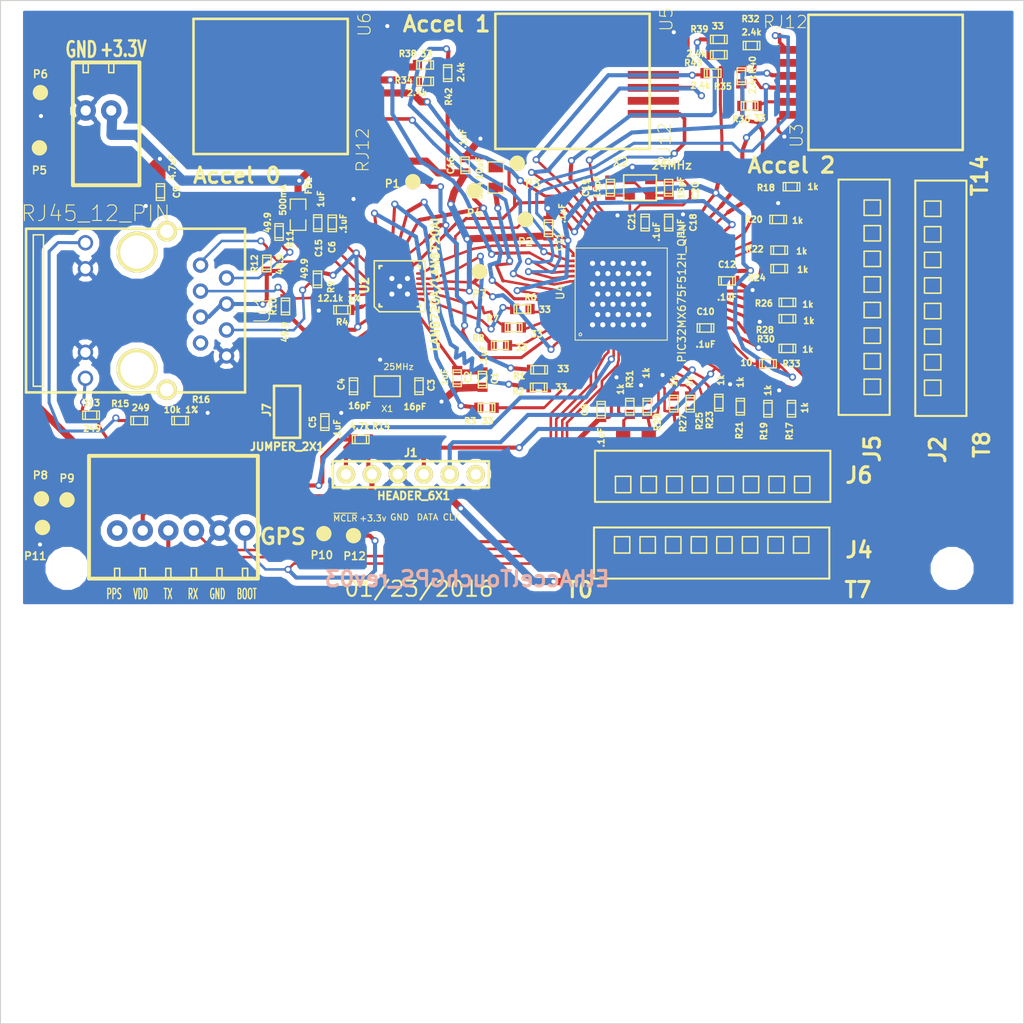
<source format=kicad_pcb>
(kicad_pcb (version 4) (host pcbnew "(2015-08-20 BZR 6109)-product")
  (layers (0 F.Cu signal) (31 B.Cu signal) (34 B.Paste user) (35 F.Paste user) (36 B.SilkS user) (37 F.SilkS user) (38 B.Mask user) (39 F.Mask user) (44 Edge.Cuts user))
  (net 0 "")
  (net 1 +3.3v)
  (net 2 ACCEL1_VDD)
  (net 3 ACCEL2_VDD)
  (net 4 ACCEL3_VDD)
  (net 5 AVDD)
  (net 6 ECRSDV)
  (net 7 EMDC)
  (net 8 EMDIO)
  (net 9 EREFCLK)
  (net 10 ERXD0)
  (net 11 ERXD1)
  (net 12 ERXERR)
  (net 13 ETXD0)
  (net 14 ETXD1)
  (net 15 ETXEN)
  (net 16 GND)
  (net 17 GreenLED)
  (net 18 ICSPCLK_RB1)
  (net 19 ICSPDAT_RB0)
  (net 20 INT0)
  (net 21 INT1)
  (net 22 INT4)
  (net 23 RB10)
  (net 24 RB11)
  (net 25 RB12)
  (net 26 RB13)
  (net 27 RB14)
  (net 28 RB2)
  (net 29 RB3)
  (net 30 RB4)
  (net 31 RB5)
  (net 32 RB6)
  (net 33 RB7)
  (net 34 RB8)
  (net 35 RB9)
  (net 36 RG6)
  (net 37 RG9)
  (net 38 RXN)
  (net 39 RXP)
  (net 40 SCL1)
  (net 41 SCL3)
  (net 42 SCL5)
  (net 43 SDA1)
  (net 44 SDA3)
  (net 45 SDA5)
  (net 46 TXN)
  (net 47 TXP)
  (net 48 U3RX)
  (net 49 U3TX)
  (net 50 YellowLED)
  (net 51 nRST)
  (net 52 ~MCLR~)
  (net 53 "Net-(C1-Pad1)")
  (net 54 "Net-(C3-Pad1)")
  (net 55 "Net-(C4-Pad2)")
  (net 56 "Net-(C5-Pad1)")
  (net 57 "Net-(C10-Pad1)")
  (net 58 "Net-(C14-Pad1)")
  (net 59 "Net-(C19-Pad1)")
  (net 60 "Net-(C20-Pad1)")
  (net 61 "Net-(R1-Pad1)")
  (net 62 "Net-(R2-Pad1)")
  (net 63 "Net-(R3-Pad1)")
  (net 64 "Net-(R4-Pad1)")
  (net 65 "Net-(R6-Pad1)")
  (net 66 "Net-(R7-Pad1)")
  (net 67 "Net-(R8-Pad1)")
  (net 68 "Net-(R13-Pad2)")
  (net 69 "Net-(R15-Pad2)")
  (net 70 "Net-(R36-Pad1)")
  (net 71 "Net-(R38-Pad1)")
  (net 72 "Net-(R39-Pad1)")
  (module ted_capacitors:TED_SM1608_0603_C (layer F.Cu) (at 67.1 54.85 270)
    (fp_text reference C1 (at -0.15 -1.2 270) (layer F.SilkS) (effects (font (size 0.6 0.6))))
    (fp_text value .1uF (at -2.35 -0.1 270) (layer F.SilkS) (effects (font (size 0.6 0.6))))
    (pad 2 smd rect (at 0.75184 0 270) (size 0.89916 1.00076) (layers F.Cu F.Paste F.Mask) (net 16 GND) (clearance 0.1))
    (pad 1 smd rect (at -0.75184 0 270) (size 0.89916 1.00076) (layers F.Cu F.Paste F.Mask) (net 53 "Net-(C1-Pad1)") (clearance 0.1))
  )
  (module ted_capacitors:TED_SM1608_0603_C (layer F.Cu) (at 64.63 54.71 270)
    (fp_text reference C2 (at -0.11 -1.07 270) (layer F.SilkS) (effects (font (size 0.6 0.6))))
    (fp_text value 1uF (at -0.11 1.23 270) (layer F.SilkS) (effects (font (size 0.6 0.6))))
    (pad 2 smd rect (at 0.75184 0 270) (size 0.89916 1.00076) (layers F.Cu F.Paste F.Mask) (net 16 GND) (clearance 0.1))
    (pad 1 smd rect (at -0.75184 0 270) (size 0.89916 1.00076) (layers F.Cu F.Paste F.Mask) (net 53 "Net-(C1-Pad1)") (clearance 0.1))
  )
  (module ted_capacitors:TED_SM1608_0603_C (layer F.Cu) (at 60.9 55.5 270)
    (fp_text reference C3 (at -0.1 -1.2 270) (layer F.SilkS) (effects (font (size 0.6 0.6))))
    (fp_text value 16pF (at 2 0.4 360) (layer F.SilkS) (effects (font (size 0.6 0.6))))
    (pad 2 smd rect (at 0.75184 0 270) (size 0.89916 1.00076) (layers F.Cu F.Paste F.Mask) (net 16 GND) (clearance 0.1))
    (pad 1 smd rect (at -0.75184 0 270) (size 0.89916 1.00076) (layers F.Cu F.Paste F.Mask) (net 54 "Net-(C3-Pad1)") (clearance 0.1))
  )
  (module ted_capacitors:TED_SM1608_0603_C (layer F.Cu) (at 54.5 55.5 270)
    (fp_text reference C4 (at -0.2 1.2 270) (layer F.SilkS) (effects (font (size 0.6 0.6))))
    (fp_text value 16pF (at 1.9 -0.6 360) (layer F.SilkS) (effects (font (size 0.6 0.6))))
    (pad 2 smd rect (at 0.75184 0 270) (size 0.89916 1.00076) (layers F.Cu F.Paste F.Mask) (net 55 "Net-(C4-Pad2)") (clearance 0.1))
    (pad 1 smd rect (at -0.75184 0 270) (size 0.89916 1.00076) (layers F.Cu F.Paste F.Mask) (net 16 GND) (clearance 0.1))
  )
  (module ted_capacitors:TED_SM1608_0603_C (layer F.Cu) (at 51.7 59 90)
    (fp_text reference C5 (at 0 -1.2 90) (layer F.SilkS) (effects (font (size 0.6 0.6))))
    (fp_text value .1uF (at -0.7 1.2 90) (layer F.SilkS) (effects (font (size 0.6 0.6))))
    (pad 2 smd rect (at 0.75184 0 90) (size 0.89916 1.00076) (layers F.Cu F.Paste F.Mask) (net 16 GND) (clearance 0.1))
    (pad 1 smd rect (at -0.75184 0 90) (size 0.89916 1.00076) (layers F.Cu F.Paste F.Mask) (net 56 "Net-(C5-Pad1)") (clearance 0.1))
  )
  (module ted_capacitors:TED_SM1608_0603_C (layer F.Cu) (at 52.42 39.58 90)
    (fp_text reference C6 (at -2.32 -0.02 90) (layer F.SilkS) (effects (font (size 0.6 0.6))))
    (fp_text value .1uF (at -0.02 1.08 90) (layer F.SilkS) (effects (font (size 0.6 0.6))))
    (pad 2 smd rect (at 0.75184 0 90) (size 0.89916 1.00076) (layers F.Cu F.Paste F.Mask) (net 16 GND) (clearance 0.1))
    (pad 1 smd rect (at -0.75184 0 90) (size 0.89916 1.00076) (layers F.Cu F.Paste F.Mask) (net 5 AVDD) (clearance 0.1))
  )
  (module ted_capacitors:TED_SM1608_0603_C (layer F.Cu) (at 78.7 57.8 90)
    (fp_text reference C8 (at 0 -1.6 90) (layer F.SilkS) (effects (font (size 0.6 0.6))))
    (fp_text value .1uF (at -2.7 0 90) (layer F.SilkS) (effects (font (size 0.6 0.6))))
    (pad 2 smd rect (at 0.75184 0 90) (size 0.89916 1.00076) (layers F.Cu F.Paste F.Mask) (net 16 GND) (clearance 0.1))
    (pad 1 smd rect (at -0.75184 0 90) (size 0.89916 1.00076) (layers F.Cu F.Paste F.Mask) (net 1 +3.3v) (clearance 0.1))
  )
  (module ted_capacitors:TED_SM1608_0603_C (layer F.Cu) (at 35.625 36.525 270)
    (fp_text reference C9 (at 0 -1.6 270) (layer F.SilkS) (effects (font (size 0.6 0.6))))
    (fp_text value 4.7uF (at -2.425 -1.175 270) (layer F.SilkS) (effects (font (size 0.6 0.6))))
    (pad 2 smd rect (at 0.75184 0 270) (size 0.89916 1.00076) (layers F.Cu F.Paste F.Mask) (net 16 GND) (clearance 0.1))
    (pad 1 smd rect (at -0.75184 0 270) (size 0.89916 1.00076) (layers F.Cu F.Paste F.Mask) (net 1 +3.3v) (clearance 0.1))
  )
  (module ted_capacitors:TED_SM1608_0603_C (layer F.Cu) (at 88.9 49.8)
    (fp_text reference C10 (at 0 -1.6) (layer F.SilkS) (effects (font (size 0.6 0.6))))
    (fp_text value .1uF (at 0 1.6) (layer F.SilkS) (effects (font (size 0.6 0.6))))
    (pad 2 smd rect (at 0.75184 0) (size 0.89916 1.00076) (layers F.Cu F.Paste F.Mask) (net 16 GND) (clearance 0.1))
    (pad 1 smd rect (at -0.75184 0) (size 0.89916 1.00076) (layers F.Cu F.Paste F.Mask) (net 57 "Net-(C10-Pad1)") (clearance 0.1))
  )
  (module ted_capacitors:TED_SM1608_0603_C (layer F.Cu) (at 73.55 40.05 90)
    (fp_text reference C11 (at -1.35 1.05 90) (layer F.SilkS) (effects (font (size 0.6 0.6))))
    (fp_text value .1uF (at 1.45 1.35 90) (layer F.SilkS) (effects (font (size 0.6 0.6))))
    (pad 2 smd rect (at 0.75184 0 90) (size 0.89916 1.00076) (layers F.Cu F.Paste F.Mask) (net 16 GND) (clearance 0.1))
    (pad 1 smd rect (at -0.75184 0 90) (size 0.89916 1.00076) (layers F.Cu F.Paste F.Mask) (net 1 +3.3v) (clearance 0.1))
  )
  (module ted_capacitors:TED_SM1608_0603_C (layer F.Cu) (at 91 45.2)
    (fp_text reference C12 (at 0 -1.6) (layer F.SilkS) (effects (font (size 0.6 0.6))))
    (fp_text value .1uF (at 0 1.6) (layer F.SilkS) (effects (font (size 0.6 0.6))))
    (pad 2 smd rect (at 0.75184 0) (size 0.89916 1.00076) (layers F.Cu F.Paste F.Mask) (net 16 GND) (clearance 0.1))
    (pad 1 smd rect (at -0.75184 0) (size 0.89916 1.00076) (layers F.Cu F.Paste F.Mask) (net 1 +3.3v) (clearance 0.1))
  )
  (module ted_capacitors:TED_SM2012_0805_C (layer F.Cu) (at 68.4 35.1 90)
    (fp_text reference C14 (at -1.3 -1.6 90) (layer F.SilkS) (effects (font (size 0.6 0.6))))
    (fp_text value 10uF (at 0.9 -1.6 90) (layer F.SilkS) (effects (font (size 0.6 0.6))))
    (pad 1 smd rect (at -0.9525 0 90) (size 0.889 1.397) (layers F.Cu F.Paste F.Mask) (net 58 "Net-(C14-Pad1)"))
    (pad 2 smd rect (at 0.9525 0 90) (size 0.889 1.397) (layers F.Cu F.Paste F.Mask) (net 16 GND))
  )
  (module ted_capacitors:TED_SM1608_0603_C (layer F.Cu) (at 51 39.56 90)
    (fp_text reference C15 (at -2.44 0.1 90) (layer F.SilkS) (effects (font (size 0.6 0.6))))
    (fp_text value 1uF (at 2.36 0.3 90) (layer F.SilkS) (effects (font (size 0.6 0.6))))
    (pad 2 smd rect (at 0.75184 0 90) (size 0.89916 1.00076) (layers F.Cu F.Paste F.Mask) (net 16 GND) (clearance 0.1))
    (pad 1 smd rect (at -0.75184 0 90) (size 0.89916 1.00076) (layers F.Cu F.Paste F.Mask) (net 5 AVDD) (clearance 0.1))
  )
  (module ted_capacitors:TED_SM1608_0603_C (layer F.Cu) (at 65.4 33.9 90)
    (fp_text reference C16 (at 0 -1.4 90) (layer F.SilkS) (effects (font (size 0.6 0.6))))
    (fp_text value .1uF (at 2.6 -0.2 90) (layer F.SilkS) (effects (font (size 0.6 0.6))))
    (pad 2 smd rect (at 0.75184 0 90) (size 0.89916 1.00076) (layers F.Cu F.Paste F.Mask) (net 16 GND) (clearance 0.1))
    (pad 1 smd rect (at -0.75184 0 90) (size 0.89916 1.00076) (layers F.Cu F.Paste F.Mask) (net 1 +3.3v) (clearance 0.1))
  )
  (module ted_capacitors:TED_SM1608_0603_C (layer F.Cu) (at 85.3 39.5 90)
    (fp_text reference C18 (at 0 2.4 90) (layer F.SilkS) (effects (font (size 0.6 0.6))))
    (fp_text value .1uF (at -0.6 1.2 90) (layer F.SilkS) (effects (font (size 0.6 0.6))))
    (pad 2 smd rect (at 0.75184 0 90) (size 0.89916 1.00076) (layers F.Cu F.Paste F.Mask) (net 16 GND) (clearance 0.1))
    (pad 1 smd rect (at -0.75184 0 90) (size 0.89916 1.00076) (layers F.Cu F.Paste F.Mask) (net 1 +3.3v) (clearance 0.1))
  )
  (module ted_capacitors:TED_SM1608_0603_C (layer F.Cu) (at 79.6 36.1 90)
    (fp_text reference C19 (at 0 -2.4 90) (layer F.SilkS) (effects (font (size 0.6 0.6))))
    (fp_text value 15pF (at 0.1 -1.3 90) (layer F.SilkS) (effects (font (size 0.6 0.6))))
    (pad 2 smd rect (at 0.75184 0 90) (size 0.89916 1.00076) (layers F.Cu F.Paste F.Mask) (net 16 GND) (clearance 0.1))
    (pad 1 smd rect (at -0.75184 0 90) (size 0.89916 1.00076) (layers F.Cu F.Paste F.Mask) (net 59 "Net-(C19-Pad1)") (clearance 0.1))
  )
  (module ted_capacitors:TED_SM1608_0603_C (layer F.Cu) (at 85.3 36.1 270)
    (fp_text reference C20 (at 0.3 -2.6 270) (layer F.SilkS) (effects (font (size 0.6 0.6))))
    (fp_text value 15pF (at 0 -1.2 270) (layer F.SilkS) (effects (font (size 0.6 0.6))))
    (pad 2 smd rect (at 0.75184 0 270) (size 0.89916 1.00076) (layers F.Cu F.Paste F.Mask) (net 16 GND) (clearance 0.1))
    (pad 1 smd rect (at -0.75184 0 270) (size 0.89916 1.00076) (layers F.Cu F.Paste F.Mask) (net 60 "Net-(C20-Pad1)") (clearance 0.1))
  )
  (module ted_capacitors:TED_SM1608_0603_C (layer F.Cu) (at 83 39.5 90)
    (fp_text reference C21 (at 0.1 -1.3 90) (layer F.SilkS) (effects (font (size 0.6 0.6))))
    (fp_text value .1uF (at -0.9 1.1 90) (layer F.SilkS) (effects (font (size 0.6 0.6))))
    (pad 2 smd rect (at 0.75184 0 90) (size 0.89916 1.00076) (layers F.Cu F.Paste F.Mask) (net 16 GND) (clearance 0.1))
    (pad 1 smd rect (at -0.75184 0 90) (size 0.89916 1.00076) (layers F.Cu F.Paste F.Mask) (net 1 +3.3v) (clearance 0.1))
  )
  (module ted_resistors:TED_SM0805_R (layer F.Cu) (at 49.08 38.73 270)
    (fp_text reference FB1 (at -2.83 -1.02 270) (layer F.SilkS) (effects (font (size 0.6 0.6))))
    (fp_text value 500mA (at -1.43 1.48 270) (layer F.SilkS) (effects (font (size 0.6 0.6))))
    (pad 1 smd rect (at -0.9525 0 270) (size 0.889 1.397) (layers F.Cu F.Paste F.Mask) (net 1 +3.3v))
    (pad 2 smd rect (at 0.9525 0 270) (size 0.889 1.397) (layers F.Cu F.Paste F.Mask) (net 5 AVDD))
  )
  (module ted_holes:TED_Hole_3mm (layer F.Cu) (at 26.5 73.3)
    (fp_text reference H1 hide)
    (fp_text value HOLE hide)
    (pad "" np_thru_hole circle (at 0 0) (size 3 3) (drill 3) (layers *.Cu *.Mask F.SilkS))
  )
  (module ted_holes:TED_Hole_3mm (layer F.Cu) (at 113 73.3)
    (fp_text reference H2 hide)
    (fp_text value HOLE hide)
    (pad "" np_thru_hole circle (at 0 0) (size 3 3) (drill 3) (layers *.Cu *.Mask F.SilkS))
  )
  (module ted_connectors:TED_HEADER_6x1 (layer F.Cu) (at 60.11 64.1)
    (fp_text reference J1 (at -0.01 -2.1) (layer F.SilkS) (effects (font (size 0.762 0.762) (thickness 0.1905))))
    (fp_text value HEADER_6X1 (at 0.26924 2.11328) (layer F.SilkS) (effects (font (size 0.762 0.762) (thickness 0.1905))))
    (pad 5 thru_hole circle (at 3.78968 0) (size 1.8 1.8) (drill 1) (layers *.Cu *.Mask F.SilkS) (net 18 ICSPCLK_RB1))
    (pad 6 thru_hole circle (at 6.32968 0) (size 1.8 1.8) (drill 1) (layers *.Cu *.Mask F.SilkS))
    (pad 1 thru_hole circle (at -6.35 0) (size 1.8 1.8) (drill 1) (layers *.Cu *.Mask F.SilkS) (net 52 ~MCLR~))
    (pad 2 thru_hole circle (at -3.81 0) (size 1.8 1.8) (drill 1) (layers *.Cu *.Mask F.SilkS) (net 1 +3.3v))
    (pad 4 thru_hole circle (at 1.25984 0) (size 1.8 1.8) (drill 1) (layers *.Cu *.Mask F.SilkS) (net 19 ICSPDAT_RB0))
    (pad 3 thru_hole circle (at -1.28016 0) (size 1.8 1.8) (drill 1) (layers *.Cu *.Mask F.SilkS) (net 16 GND))
  )
  (module ted_connectors:TED_TERMINAL_SPRING_2.54MM_2PIN_1989748 (layer F.Cu) (at 29.575 29.85 180)
    (fp_text reference J3 hide)
    (fp_text value TERMINAL_2X1 hide)
    (pad 2 thru_hole circle (at 1.25 1.3 180) (size 2 2) (drill 1) (layers *.Cu *.Mask) (net 16 GND))
    (pad 1 thru_hole circle (at -1.25 1.3 180) (size 2 2) (drill 1) (layers *.Cu *.Mask) (net 1 +3.3v))
  )
  (module ted_connectors:TED_Terminal_8x1_1814760 (layer F.Cu) (at 89.5 71.8 180)
    (fp_text reference J4 (at -14.4 0.3 180) (layer F.SilkS) (effects (font (thickness 0.3048))))
    (fp_text value TERMINAL_8X1 hide)
    (pad 8 smd rect (at 8.75 -2.8 180) (size 1.4 3.4) (layers F.Cu F.Paste F.Mask) (net 1 +3.3v))
    (pad 7 smd rect (at 6.25 -2.8 180) (size 1.4 3.4) (layers F.Cu F.Paste F.Mask) (net 1 +3.3v))
    (pad 6 smd rect (at 3.75 -2.8 180) (size 1.4 3.4) (layers F.Cu F.Paste F.Mask) (net 1 +3.3v))
    (pad 1 smd rect (at -8.75 -2.8 180) (size 1.4 3.4) (layers F.Cu F.Paste F.Mask) (net 1 +3.3v))
    (pad 3 smd rect (at -3.75 -2.8 180) (size 1.4 3.4) (layers F.Cu F.Paste F.Mask) (net 1 +3.3v))
    (pad 2 smd rect (at -6.25 -2.8 180) (size 1.4 3.4) (layers F.Cu F.Paste F.Mask) (net 1 +3.3v))
    (pad PAD smd rect (at 11.7 0.35 180) (size 2.3 5.6) (layers F.Cu F.Paste F.Mask))
    (pad 4 smd rect (at -1.25 -2.8 180) (size 1.4 3.4) (layers F.Cu F.Paste F.Mask) (net 1 +3.3v))
    (pad 5 smd rect (at 1.25 -2.8 180) (size 1.4 3.4) (layers F.Cu F.Paste F.Mask) (net 1 +3.3v))
    (pad PAD smd rect (at -11.7 0.35 180) (size 2.3 5.6) (layers F.Cu F.Paste F.Mask))
  )
  (module ted_connectors:TED_Terminal_8x1_1814760 (layer F.Cu) (at 104.4 46.8 90)
    (fp_text reference J5 (at -14.8 0.8 90) (layer F.SilkS) (effects (font (thickness 0.3048))))
    (fp_text value TERMINAL_8X1 hide)
    (pad 8 smd rect (at 8.75 -2.8 90) (size 1.4 3.4) (layers F.Cu F.Paste F.Mask))
    (pad 7 smd rect (at 6.25 -2.8 90) (size 1.4 3.4) (layers F.Cu F.Paste F.Mask) (net 27 RB14))
    (pad 6 smd rect (at 3.75 -2.8 90) (size 1.4 3.4) (layers F.Cu F.Paste F.Mask) (net 26 RB13))
    (pad 1 smd rect (at -8.75 -2.8 90) (size 1.4 3.4) (layers F.Cu F.Paste F.Mask) (net 34 RB8))
    (pad 3 smd rect (at -3.75 -2.8 90) (size 1.4 3.4) (layers F.Cu F.Paste F.Mask) (net 23 RB10))
    (pad 2 smd rect (at -6.25 -2.8 90) (size 1.4 3.4) (layers F.Cu F.Paste F.Mask) (net 35 RB9))
    (pad PAD smd rect (at 11.7 0.35 90) (size 2.3 5.6) (layers F.Cu F.Paste F.Mask))
    (pad 4 smd rect (at -1.25 -2.8 90) (size 1.4 3.4) (layers F.Cu F.Paste F.Mask) (net 24 RB11))
    (pad 5 smd rect (at 1.25 -2.8 90) (size 1.4 3.4) (layers F.Cu F.Paste F.Mask) (net 25 RB12))
    (pad PAD smd rect (at -11.7 0.35 90) (size 2.3 5.6) (layers F.Cu F.Paste F.Mask))
  )
  (module ted_connectors:TED_Terminal_8x1_1814760 (layer F.Cu) (at 89.6 64.3)
    (fp_text reference J6 (at 14.3 -0.1) (layer F.SilkS) (effects (font (thickness 0.3048))))
    (fp_text value TERMINAL_8X1 hide)
    (pad 8 smd rect (at 8.75 -2.8) (size 1.4 3.4) (layers F.Cu F.Paste F.Mask) (net 33 RB7))
    (pad 7 smd rect (at 6.25 -2.8) (size 1.4 3.4) (layers F.Cu F.Paste F.Mask) (net 32 RB6))
    (pad 6 smd rect (at 3.75 -2.8) (size 1.4 3.4) (layers F.Cu F.Paste F.Mask) (net 19 ICSPDAT_RB0))
    (pad 1 smd rect (at -8.75 -2.8) (size 1.4 3.4) (layers F.Cu F.Paste F.Mask) (net 31 RB5))
    (pad 3 smd rect (at -3.75 -2.8) (size 1.4 3.4) (layers F.Cu F.Paste F.Mask) (net 29 RB3))
    (pad 2 smd rect (at -6.25 -2.8) (size 1.4 3.4) (layers F.Cu F.Paste F.Mask) (net 30 RB4))
    (pad PAD smd rect (at 11.7 0.35) (size 2.3 5.6) (layers F.Cu F.Paste F.Mask))
    (pad 4 smd rect (at -1.25 -2.8) (size 1.4 3.4) (layers F.Cu F.Paste F.Mask) (net 28 RB2))
    (pad 5 smd rect (at 1.25 -2.8) (size 1.4 3.4) (layers F.Cu F.Paste F.Mask) (net 18 ICSPCLK_RB1))
    (pad PAD smd rect (at -11.7 0.35) (size 2.3 5.6) (layers F.Cu F.Paste F.Mask))
  )
  (module ted_connectors:TED_JUMPER_2x1_SMD (layer F.Cu) (at 48 58 90)
    (fp_text reference J7 (at 0.1778 -1.98628 90) (layer F.SilkS) (effects (font (size 0.762 0.762) (thickness 0.1905))))
    (fp_text value JUMPER_2X1 (at -3.4 0 180) (layer F.SilkS) (effects (font (size 0.762 0.762) (thickness 0.1905))))
    (pad 2 smd rect (at 1.27 1.27 90) (size 0.9906 2.54) (layers F.Cu F.Paste F.Mask) (net 56 "Net-(C5-Pad1)") (clearance 0.508))
    (pad 1 smd rect (at -1.27 -1.27 90) (size 0.9906 2.54) (layers F.Cu F.Paste F.Mask) (net 52 ~MCLR~) (clearance 0.508))
  )
  (module ted_connectors:TED_TERMINAL_SPRING_2.54MM_6PIN_1985234 (layer F.Cu) (at 36.9 68.3)
    (fp_text reference J8 hide)
    (fp_text value HEADER_6X1 hide)
    (pad 4 thru_hole circle (at 2 1.3) (size 2 2) (drill 1) (layers *.Cu *.Mask) (net 48 U3RX))
    (pad 3 thru_hole circle (at -0.5 1.3) (size 2 2) (drill 1) (layers *.Cu *.Mask) (net 49 U3TX))
    (pad 6 thru_hole circle (at 7 1.3) (size 2 2) (drill 1) (layers *.Cu *.Mask) (net 37 RG9))
    (pad 5 thru_hole circle (at 4.5 1.3) (size 2 2) (drill 1) (layers *.Cu *.Mask) (net 16 GND))
    (pad 1 thru_hole circle (at -5.5 1.3) (size 2 2) (drill 1) (layers *.Cu *.Mask))
    (pad 2 thru_hole circle (at -3 1.3) (size 2 2) (drill 1) (layers *.Cu *.Mask) (net 36 RG6))
  )
  (module ted_resistors:TED_SM0603_R (layer F.Cu) (at 72.64 53.89)
    (fp_text reference R1 (at -1.94 0.61) (layer F.SilkS) (effects (font (size 0.6 0.6))))
    (fp_text value 33 (at 2.36 -0.09) (layer F.SilkS) (effects (font (size 0.6 0.6))))
    (pad 2 smd rect (at 0.75184 0) (size 0.89916 1.00076) (layers F.Cu F.Paste F.Mask) (net 15 ETXEN) (clearance 0.1))
    (pad 1 smd rect (at -0.75184 0) (size 0.89916 1.00076) (layers F.Cu F.Paste F.Mask) (net 61 "Net-(R1-Pad1)") (clearance 0.1))
  )
  (module ted_resistors:TED_SM0603_R (layer F.Cu) (at 72.6 55.6)
    (fp_text reference R2 (at -2 0.4) (layer F.SilkS) (effects (font (size 0.6 0.6))))
    (fp_text value 33 (at 2.2 0) (layer F.SilkS) (effects (font (size 0.6 0.6))))
    (pad 2 smd rect (at 0.75184 0) (size 0.89916 1.00076) (layers F.Cu F.Paste F.Mask) (net 13 ETXD0) (clearance 0.1))
    (pad 1 smd rect (at -0.75184 0) (size 0.89916 1.00076) (layers F.Cu F.Paste F.Mask) (net 62 "Net-(R2-Pad1)") (clearance 0.1))
  )
  (module ted_resistors:TED_SM0603_R (layer F.Cu) (at 67.5 57.6)
    (fp_text reference R3 (at -1.6 1.3) (layer F.SilkS) (effects (font (size 0.6 0.6))))
    (fp_text value 33 (at 0.1 1.3) (layer F.SilkS) (effects (font (size 0.6 0.6))))
    (pad 2 smd rect (at 0.75184 0) (size 0.89916 1.00076) (layers F.Cu F.Paste F.Mask) (net 14 ETXD1) (clearance 0.1))
    (pad 1 smd rect (at -0.75184 0) (size 0.89916 1.00076) (layers F.Cu F.Paste F.Mask) (net 63 "Net-(R3-Pad1)") (clearance 0.1))
  )
  (module ted_resistors:TED_SM0603_R (layer F.Cu) (at 53.38 48.03 180)
    (fp_text reference R4 (at 0 -1.2 180) (layer F.SilkS) (effects (font (size 0.6 0.6))))
    (fp_text value "12.1k 1%" (at 0.28 1.13 180) (layer F.SilkS) (effects (font (size 0.6 0.6))))
    (pad 2 smd rect (at 0.75184 0 180) (size 0.89916 1.00076) (layers F.Cu F.Paste F.Mask) (net 16 GND) (clearance 0.1))
    (pad 1 smd rect (at -0.75184 0 180) (size 0.89916 1.00076) (layers F.Cu F.Paste F.Mask) (net 64 "Net-(R4-Pad1)") (clearance 0.1))
  )
  (module ted_resistors:TED_SM0603_R (layer F.Cu) (at 71 47.95)
    (fp_text reference R6 (at 0.8 -1.15) (layer F.SilkS) (effects (font (size 0.6 0.6))))
    (fp_text value 33 (at 2.2 0.05) (layer F.SilkS) (effects (font (size 0.6 0.6))))
    (pad 2 smd rect (at 0.75184 0) (size 0.89916 1.00076) (layers F.Cu F.Paste F.Mask) (net 11 ERXD1) (clearance 0.1))
    (pad 1 smd rect (at -0.75184 0) (size 0.89916 1.00076) (layers F.Cu F.Paste F.Mask) (net 65 "Net-(R6-Pad1)") (clearance 0.1))
  )
  (module ted_resistors:TED_SM0603_R (layer F.Cu) (at 70.15 49.75)
    (fp_text reference R7 (at -2.05 -0.85) (layer F.SilkS) (effects (font (size 0.6 0.6))))
    (fp_text value 33 (at 2.25 0.65) (layer F.SilkS) (effects (font (size 0.6 0.6))))
    (pad 2 smd rect (at 0.75184 0) (size 0.89916 1.00076) (layers F.Cu F.Paste F.Mask) (net 10 ERXD0) (clearance 0.1))
    (pad 1 smd rect (at -0.75184 0) (size 0.89916 1.00076) (layers F.Cu F.Paste F.Mask) (net 66 "Net-(R7-Pad1)") (clearance 0.1))
  )
  (module ted_resistors:TED_SM0603_R (layer F.Cu) (at 68.8 51.5)
    (fp_text reference R8 (at -2.1 -0.7) (layer F.SilkS) (effects (font (size 0.6 0.6))))
    (fp_text value 33 (at 2.1 0.2) (layer F.SilkS) (effects (font (size 0.6 0.6))))
    (pad 2 smd rect (at 0.75184 0) (size 0.89916 1.00076) (layers F.Cu F.Paste F.Mask) (net 6 ECRSDV) (clearance 0.1))
    (pad 1 smd rect (at -0.75184 0) (size 0.89916 1.00076) (layers F.Cu F.Paste F.Mask) (net 67 "Net-(R8-Pad1)") (clearance 0.1))
  )
  (module ted_resistors:TED_SM0603_R (layer F.Cu) (at 50.975 45.05 270)
    (fp_text reference R9 (at 0.75 -1.325 270) (layer F.SilkS) (effects (font (size 0.6 0.6))))
    (fp_text value 49.9 (at -1.05 1.275 270) (layer F.SilkS) (effects (font (size 0.6 0.6))))
    (pad 2 smd rect (at 0.75184 0 270) (size 0.89916 1.00076) (layers F.Cu F.Paste F.Mask) (net 38 RXN) (clearance 0.1))
    (pad 1 smd rect (at -0.75184 0 270) (size 0.89916 1.00076) (layers F.Cu F.Paste F.Mask) (net 5 AVDD) (clearance 0.1))
  )
  (module ted_resistors:TED_SM0603_R (layer F.Cu) (at 47.85 47.7 90)
    (fp_text reference R10 (at 0 -1.2 90) (layer F.SilkS) (effects (font (size 0.6 0.6))))
    (fp_text value 49.9 (at -2.5 -0.05 90) (layer F.SilkS) (effects (font (size 0.6 0.6))))
    (pad 2 smd rect (at 0.75184 0 90) (size 0.89916 1.00076) (layers F.Cu F.Paste F.Mask) (net 39 RXP) (clearance 0.1))
    (pad 1 smd rect (at -0.75184 0 90) (size 0.89916 1.00076) (layers F.Cu F.Paste F.Mask) (net 5 AVDD) (clearance 0.1))
  )
  (module ted_resistors:TED_SM0603_R (layer F.Cu) (at 47.225 40.425 270)
    (fp_text reference R11 (at 0.675 -1.075 270) (layer F.SilkS) (effects (font (size 0.6 0.6))))
    (fp_text value 49.9 (at -0.925 1.125 270) (layer F.SilkS) (effects (font (size 0.6 0.6))))
    (pad 2 smd rect (at 0.75184 0 270) (size 0.89916 1.00076) (layers F.Cu F.Paste F.Mask) (net 46 TXN) (clearance 0.1))
    (pad 1 smd rect (at -0.75184 0 270) (size 0.89916 1.00076) (layers F.Cu F.Paste F.Mask) (net 5 AVDD) (clearance 0.1))
  )
  (module ted_resistors:TED_SM0603_R (layer F.Cu) (at 46.025 43.5 90)
    (fp_text reference R12 (at 0 -1.2 90) (layer F.SilkS) (effects (font (size 0.6 0.6))))
    (fp_text value 49.9 (at -0.1 1.275 90) (layer F.SilkS) (effects (font (size 0.6 0.6))))
    (pad 2 smd rect (at 0.75184 0 90) (size 0.89916 1.00076) (layers F.Cu F.Paste F.Mask) (net 47 TXP) (clearance 0.1))
    (pad 1 smd rect (at -0.75184 0 90) (size 0.89916 1.00076) (layers F.Cu F.Paste F.Mask) (net 5 AVDD) (clearance 0.1))
  )
  (module ted_resistors:TED_SM0603_R (layer F.Cu) (at 28.85 58.325)
    (fp_text reference R13 (at 0 -1.2) (layer F.SilkS) (effects (font (size 0.6 0.6))))
    (fp_text value 249 (at 0.1 1.3) (layer F.SilkS) (effects (font (size 0.6 0.6))))
    (pad 2 smd rect (at 0.75184 0) (size 0.89916 1.00076) (layers F.Cu F.Paste F.Mask) (net 68 "Net-(R13-Pad2)") (clearance 0.1))
    (pad 1 smd rect (at -0.75184 0) (size 0.89916 1.00076) (layers F.Cu F.Paste F.Mask) (net 50 YellowLED) (clearance 0.1))
  )
  (module ted_resistors:TED_SM0603_R (layer F.Cu) (at 55.2 60.7 180)
    (fp_text reference R14 (at -2 1.3 180) (layer F.SilkS) (effects (font (size 0.6 0.6))))
    (fp_text value 4.7k (at 0.1 1.3 180) (layer F.SilkS) (effects (font (size 0.6 0.6))))
    (pad 2 smd rect (at 0.75184 0 180) (size 0.89916 1.00076) (layers F.Cu F.Paste F.Mask) (net 52 ~MCLR~) (clearance 0.1))
    (pad 1 smd rect (at -0.75184 0 180) (size 0.89916 1.00076) (layers F.Cu F.Paste F.Mask) (net 1 +3.3v) (clearance 0.1))
  )
  (module ted_resistors:TED_SM0603_R (layer F.Cu) (at 33.55 58.85)
    (fp_text reference R15 (at -1.85 -1.65) (layer F.SilkS) (effects (font (size 0.6 0.6))))
    (fp_text value 249 (at 0.15 -1.25) (layer F.SilkS) (effects (font (size 0.6 0.6))))
    (pad 2 smd rect (at 0.75184 0) (size 0.89916 1.00076) (layers F.Cu F.Paste F.Mask) (net 69 "Net-(R15-Pad2)") (clearance 0.1))
    (pad 1 smd rect (at -0.75184 0) (size 0.89916 1.00076) (layers F.Cu F.Paste F.Mask) (net 17 GreenLED) (clearance 0.1))
  )
  (module ted_resistors:TED_SM0603_R (layer F.Cu) (at 37.55 58.85)
    (fp_text reference R16 (at 2.05 -2.05) (layer F.SilkS) (effects (font (size 0.6 0.6))))
    (fp_text value "10k 1%" (at 0.1 -1.05) (layer F.SilkS) (effects (font (size 0.6 0.6))))
    (pad 2 smd rect (at 0.75184 0) (size 0.89916 1.00076) (layers F.Cu F.Paste F.Mask) (net 16 GND) (clearance 0.1))
    (pad 1 smd rect (at -0.75184 0) (size 0.89916 1.00076) (layers F.Cu F.Paste F.Mask) (net 69 "Net-(R15-Pad2)") (clearance 0.1))
  )
  (module ted_resistors:TED_SM0603_R (layer F.Cu) (at 97.3 57.7 90)
    (fp_text reference R17 (at -2.2 -0.2 90) (layer F.SilkS) (effects (font (size 0.6 0.6))))
    (fp_text value 1k (at 0.1 1.3 90) (layer F.SilkS) (effects (font (size 0.6 0.6))))
    (pad 2 smd rect (at 0.75184 0 90) (size 0.89916 1.00076) (layers F.Cu F.Paste F.Mask) (net 16 GND) (clearance 0.1))
    (pad 1 smd rect (at -0.75184 0 90) (size 0.89916 1.00076) (layers F.Cu F.Paste F.Mask) (net 33 RB7) (clearance 0.1))
  )
  (module ted_resistors:TED_SM0603_R (layer F.Cu) (at 97.3 36 180)
    (fp_text reference R18 (at 2.5 -0.1 180) (layer F.SilkS) (effects (font (size 0.6 0.6))))
    (fp_text value 1k (at -2.1 0 180) (layer F.SilkS) (effects (font (size 0.6 0.6))))
    (pad 2 smd rect (at 0.75184 0 180) (size 0.89916 1.00076) (layers F.Cu F.Paste F.Mask) (net 16 GND) (clearance 0.1))
    (pad 1 smd rect (at -0.75184 0 180) (size 0.89916 1.00076) (layers F.Cu F.Paste F.Mask) (net 27 RB14) (clearance 0.1))
  )
  (module ted_resistors:TED_SM0603_R (layer F.Cu) (at 95 57.7 90)
    (fp_text reference R19 (at -2.2 -0.4 90) (layer F.SilkS) (effects (font (size 0.6 0.6))))
    (fp_text value 1k (at 1.8 0 90) (layer F.SilkS) (effects (font (size 0.6 0.6))))
    (pad 2 smd rect (at 0.75184 0 90) (size 0.89916 1.00076) (layers F.Cu F.Paste F.Mask) (net 16 GND) (clearance 0.1))
    (pad 1 smd rect (at -0.75184 0 90) (size 0.89916 1.00076) (layers F.Cu F.Paste F.Mask) (net 32 RB6) (clearance 0.1))
  )
  (module ted_resistors:TED_SM0603_R (layer F.Cu) (at 96 39.2 180)
    (fp_text reference R20 (at 2.4 0 180) (layer F.SilkS) (effects (font (size 0.6 0.6))))
    (fp_text value 1k (at -1.9 -0.1 180) (layer F.SilkS) (effects (font (size 0.6 0.6))))
    (pad 2 smd rect (at 0.75184 0 180) (size 0.89916 1.00076) (layers F.Cu F.Paste F.Mask) (net 16 GND) (clearance 0.1))
    (pad 1 smd rect (at -0.75184 0 180) (size 0.89916 1.00076) (layers F.Cu F.Paste F.Mask) (net 26 RB13) (clearance 0.1))
  )
  (module ted_resistors:TED_SM0603_R (layer F.Cu) (at 92.3 57.5 90)
    (fp_text reference R21 (at -2.3 -0.1 90) (layer F.SilkS) (effects (font (size 0.6 0.6))))
    (fp_text value 1k (at 2.4 0 90) (layer F.SilkS) (effects (font (size 0.6 0.6))))
    (pad 2 smd rect (at 0.75184 0 90) (size 0.89916 1.00076) (layers F.Cu F.Paste F.Mask) (net 16 GND) (clearance 0.1))
    (pad 1 smd rect (at -0.75184 0 90) (size 0.89916 1.00076) (layers F.Cu F.Paste F.Mask) (net 19 ICSPDAT_RB0) (clearance 0.1))
  )
  (module ted_resistors:TED_SM0603_R (layer F.Cu) (at 96.1 42.2 180)
    (fp_text reference R22 (at 2.4 0.1 180) (layer F.SilkS) (effects (font (size 0.6 0.6))))
    (fp_text value 1k (at -2.2 -0.1 180) (layer F.SilkS) (effects (font (size 0.6 0.6))))
    (pad 2 smd rect (at 0.75184 0 180) (size 0.89916 1.00076) (layers F.Cu F.Paste F.Mask) (net 16 GND) (clearance 0.1))
    (pad 1 smd rect (at -0.75184 0 180) (size 0.89916 1.00076) (layers F.Cu F.Paste F.Mask) (net 25 RB12) (clearance 0.1))
  )
  (module ted_resistors:TED_SM0603_R (layer F.Cu) (at 90.2 57.1 90)
    (fp_text reference R23 (at -1.7 -0.9 90) (layer F.SilkS) (effects (font (size 0.6 0.6))))
    (fp_text value 1k (at 2.2 0.2 90) (layer F.SilkS) (effects (font (size 0.6 0.6))))
    (pad 2 smd rect (at 0.75184 0 90) (size 0.89916 1.00076) (layers F.Cu F.Paste F.Mask) (net 16 GND) (clearance 0.1))
    (pad 1 smd rect (at -0.75184 0 90) (size 0.89916 1.00076) (layers F.Cu F.Paste F.Mask) (net 18 ICSPCLK_RB1) (clearance 0.1))
  )
  (module ted_resistors:TED_SM0603_R (layer F.Cu) (at 96.1 44 180)
    (fp_text reference R24 (at 2.2 -0.9 180) (layer F.SilkS) (effects (font (size 0.6 0.6))))
    (fp_text value 1k (at -2.3 -0.1 180) (layer F.SilkS) (effects (font (size 0.6 0.6))))
    (pad 2 smd rect (at 0.75184 0 180) (size 0.89916 1.00076) (layers F.Cu F.Paste F.Mask) (net 16 GND) (clearance 0.1))
    (pad 1 smd rect (at -0.75184 0 180) (size 0.89916 1.00076) (layers F.Cu F.Paste F.Mask) (net 24 RB11) (clearance 0.1))
  )
  (module ted_resistors:TED_SM0603_R (layer F.Cu) (at 87.4 57.2 90)
    (fp_text reference R25 (at -1.7 0.9 90) (layer F.SilkS) (effects (font (size 0.6 0.6))))
    (fp_text value 1k (at 2.2 -0.1 90) (layer F.SilkS) (effects (font (size 0.6 0.6))))
    (pad 2 smd rect (at 0.75184 0 90) (size 0.89916 1.00076) (layers F.Cu F.Paste F.Mask) (net 16 GND) (clearance 0.1))
    (pad 1 smd rect (at -0.75184 0 90) (size 0.89916 1.00076) (layers F.Cu F.Paste F.Mask) (net 28 RB2) (clearance 0.1))
  )
  (module ted_resistors:TED_SM0603_R (layer F.Cu) (at 96.9 47.3 180)
    (fp_text reference R26 (at 2.3 -0.1 180) (layer F.SilkS) (effects (font (size 0.6 0.6))))
    (fp_text value 1k (at -2 -0.2 180) (layer F.SilkS) (effects (font (size 0.6 0.6))))
    (pad 2 smd rect (at 0.75184 0 180) (size 0.89916 1.00076) (layers F.Cu F.Paste F.Mask) (net 16 GND) (clearance 0.1))
    (pad 1 smd rect (at -0.75184 0 180) (size 0.89916 1.00076) (layers F.Cu F.Paste F.Mask) (net 23 RB10) (clearance 0.1))
  )
  (module ted_resistors:TED_SM0603_R (layer F.Cu) (at 85.8 57.2 90)
    (fp_text reference R27 (at -1.9 0.9 90) (layer F.SilkS) (effects (font (size 0.6 0.6))))
    (fp_text value 1k (at 2.2 0 90) (layer F.SilkS) (effects (font (size 0.6 0.6))))
    (pad 2 smd rect (at 0.75184 0 90) (size 0.89916 1.00076) (layers F.Cu F.Paste F.Mask) (net 16 GND) (clearance 0.1))
    (pad 1 smd rect (at -0.75184 0 90) (size 0.89916 1.00076) (layers F.Cu F.Paste F.Mask) (net 29 RB3) (clearance 0.1))
  )
  (module ted_resistors:TED_SM0603_R (layer F.Cu) (at 96.9 48.9 180)
    (fp_text reference R28 (at 2.2 -1.1 180) (layer F.SilkS) (effects (font (size 0.6 0.6))))
    (fp_text value 1k (at -2.1 -0.2 180) (layer F.SilkS) (effects (font (size 0.6 0.6))))
    (pad 2 smd rect (at 0.75184 0 180) (size 0.89916 1.00076) (layers F.Cu F.Paste F.Mask) (net 16 GND) (clearance 0.1))
    (pad 1 smd rect (at -0.75184 0 180) (size 0.89916 1.00076) (layers F.Cu F.Paste F.Mask) (net 35 RB9) (clearance 0.1))
  )
  (module ted_resistors:TED_SM0603_R (layer F.Cu) (at 83.2 57.5 90)
    (fp_text reference R29 (at -1.5 1 90) (layer F.SilkS) (effects (font (size 0.6 0.6))))
    (fp_text value 1k (at 3.3 -0.1 90) (layer F.SilkS) (effects (font (size 0.6 0.6))))
    (pad 2 smd rect (at 0.75184 0 90) (size 0.89916 1.00076) (layers F.Cu F.Paste F.Mask) (net 16 GND) (clearance 0.1))
    (pad 1 smd rect (at -0.75184 0 90) (size 0.89916 1.00076) (layers F.Cu F.Paste F.Mask) (net 30 RB4) (clearance 0.1))
  )
  (module ted_resistors:TED_SM0603_R (layer F.Cu) (at 96.9 51.8 180)
    (fp_text reference R30 (at 2.1 0.9 180) (layer F.SilkS) (effects (font (size 0.6 0.6))))
    (fp_text value 1k (at -2 -0.1 180) (layer F.SilkS) (effects (font (size 0.6 0.6))))
    (pad 2 smd rect (at 0.75184 0 180) (size 0.89916 1.00076) (layers F.Cu F.Paste F.Mask) (net 16 GND) (clearance 0.1))
    (pad 1 smd rect (at -0.75184 0 180) (size 0.89916 1.00076) (layers F.Cu F.Paste F.Mask) (net 34 RB8) (clearance 0.1))
  )
  (module ted_resistors:TED_SM0603_R (layer F.Cu) (at 81.5 57.5 90)
    (fp_text reference R31 (at 2.7 0 90) (layer F.SilkS) (effects (font (size 0.6 0.6))))
    (fp_text value 1k (at 1.7 -0.9 90) (layer F.SilkS) (effects (font (size 0.6 0.6))))
    (pad 2 smd rect (at 0.75184 0 90) (size 0.89916 1.00076) (layers F.Cu F.Paste F.Mask) (net 16 GND) (clearance 0.1))
    (pad 1 smd rect (at -0.75184 0 90) (size 0.89916 1.00076) (layers F.Cu F.Paste F.Mask) (net 31 RB5) (clearance 0.1))
  )
  (module ted_resistors:TED_SM0603_R (layer F.Cu) (at 93.4 22.2)
    (fp_text reference R32 (at -0.1 -2.6) (layer F.SilkS) (effects (font (size 0.6 0.6))))
    (fp_text value 2.4k (at 0 -1.3) (layer F.SilkS) (effects (font (size 0.6 0.6))))
    (pad 2 smd rect (at 0.75184 0) (size 0.89916 1.00076) (layers F.Cu F.Paste F.Mask) (net 42 SCL5) (clearance 0.1))
    (pad 1 smd rect (at -0.75184 0) (size 0.89916 1.00076) (layers F.Cu F.Paste F.Mask) (net 1 +3.3v) (clearance 0.1))
  )
  (module ted_resistors:TED_SM0603_R (layer F.Cu) (at 95 53.3 180)
    (fp_text reference R33 (at -2.3 0 180) (layer F.SilkS) (effects (font (size 0.6 0.6))))
    (fp_text value 10 (at 2.1 0.1 180) (layer F.SilkS) (effects (font (size 0.6 0.6))))
    (pad 2 smd rect (at 0.75184 0 180) (size 0.89916 1.00076) (layers F.Cu F.Paste F.Mask) (net 57 "Net-(C10-Pad1)") (clearance 0.1))
    (pad 1 smd rect (at -0.75184 0 180) (size 0.89916 1.00076) (layers F.Cu F.Paste F.Mask) (net 1 +3.3v) (clearance 0.1))
  )
  (module ted_resistors:TED_SM0603_R (layer F.Cu) (at 61.5 25.7 180)
    (fp_text reference R34 (at 2.1 0.1 180) (layer F.SilkS) (effects (font (size 0.6 0.6))))
    (fp_text value 2.4k (at 0.8 -1.1 180) (layer F.SilkS) (effects (font (size 0.6 0.6))))
    (pad 2 smd rect (at 0.75184 0 180) (size 0.89916 1.00076) (layers F.Cu F.Paste F.Mask) (net 41 SCL3) (clearance 0.1))
    (pad 1 smd rect (at -0.75184 0 180) (size 0.89916 1.00076) (layers F.Cu F.Paste F.Mask) (net 1 +3.3v) (clearance 0.1))
  )
  (module ted_resistors:TED_SM0603_R (layer F.Cu) (at 89.6 24.9 180)
    (fp_text reference R35 (at -1 -1.3 180) (layer F.SilkS) (effects (font (size 0.6 0.6))))
    (fp_text value 2.4k (at 1.2 -1.2 180) (layer F.SilkS) (effects (font (size 0.6 0.6))))
    (pad 2 smd rect (at 0.75184 0 180) (size 0.89916 1.00076) (layers F.Cu F.Paste F.Mask) (net 40 SCL1) (clearance 0.1))
    (pad 1 smd rect (at -0.75184 0 180) (size 0.89916 1.00076) (layers F.Cu F.Paste F.Mask) (net 1 +3.3v) (clearance 0.1))
  )
  (module ted_resistors:TED_SM0603_R (layer F.Cu) (at 93.2 28.1 180)
    (fp_text reference R36 (at 0.8 -1.3 180) (layer F.SilkS) (effects (font (size 0.6 0.6))))
    (fp_text value 33 (at -1 -1.2 180) (layer F.SilkS) (effects (font (size 0.6 0.6))))
    (pad 2 smd rect (at 0.75184 0 180) (size 0.89916 1.00076) (layers F.Cu F.Paste F.Mask) (net 45 SDA5) (clearance 0.1))
    (pad 1 smd rect (at -0.75184 0 180) (size 0.89916 1.00076) (layers F.Cu F.Paste F.Mask) (net 70 "Net-(R36-Pad1)") (clearance 0.1))
  )
  (module ted_resistors:TED_SM0603_R (layer F.Cu) (at 61.5 24.1)
    (fp_text reference R38 (at -1.7 -1.1) (layer F.SilkS) (effects (font (size 0.6 0.6))))
    (fp_text value 33 (at 0.1 -1.1) (layer F.SilkS) (effects (font (size 0.6 0.6))))
    (pad 2 smd rect (at 0.75184 0) (size 0.89916 1.00076) (layers F.Cu F.Paste F.Mask) (net 44 SDA3) (clearance 0.1))
    (pad 1 smd rect (at -0.75184 0) (size 0.89916 1.00076) (layers F.Cu F.Paste F.Mask) (net 71 "Net-(R38-Pad1)") (clearance 0.1))
  )
  (module ted_resistors:TED_SM0603_R (layer F.Cu) (at 90.2 21.6 180)
    (fp_text reference R39 (at 1.9 1 180) (layer F.SilkS) (effects (font (size 0.6 0.6))))
    (fp_text value 33 (at 0.1 1.3 180) (layer F.SilkS) (effects (font (size 0.6 0.6))))
    (pad 2 smd rect (at 0.75184 0 180) (size 0.89916 1.00076) (layers F.Cu F.Paste F.Mask) (net 43 SDA1) (clearance 0.1))
    (pad 1 smd rect (at -0.75184 0 180) (size 0.89916 1.00076) (layers F.Cu F.Paste F.Mask) (net 72 "Net-(R39-Pad1)") (clearance 0.1))
  )
  (module ted_resistors:TED_SM0603_R (layer F.Cu) (at 92.4 25.2 270)
    (fp_text reference R40 (at -1.1 -1.1 270) (layer F.SilkS) (effects (font (size 0.6 0.6))))
    (fp_text value 2.4k (at 0.8 -1.1 270) (layer F.SilkS) (effects (font (size 0.6 0.6))))
    (pad 2 smd rect (at 0.75184 0 270) (size 0.89916 1.00076) (layers F.Cu F.Paste F.Mask) (net 45 SDA5) (clearance 0.1))
    (pad 1 smd rect (at -0.75184 0 270) (size 0.89916 1.00076) (layers F.Cu F.Paste F.Mask) (net 1 +3.3v) (clearance 0.1))
  )
  (module ted_resistors:TED_SM0603_R (layer F.Cu) (at 63.7 24.9 90)
    (fp_text reference R42 (at -2.3 0.1 90) (layer F.SilkS) (effects (font (size 0.6 0.6))))
    (fp_text value 2.4k (at 0.1 1.3 90) (layer F.SilkS) (effects (font (size 0.6 0.6))))
    (pad 2 smd rect (at 0.75184 0 90) (size 0.89916 1.00076) (layers F.Cu F.Paste F.Mask) (net 44 SDA3) (clearance 0.1))
    (pad 1 smd rect (at -0.75184 0 90) (size 0.89916 1.00076) (layers F.Cu F.Paste F.Mask) (net 1 +3.3v) (clearance 0.1))
  )
  (module ted_resistors:TED_SM0603_R (layer F.Cu) (at 90.2 23.1 180)
    (fp_text reference R43 (at 2.5 -0.8 180) (layer F.SilkS) (effects (font (size 0.6 0.6))))
    (fp_text value 2.4k (at 2.2 0.1 180) (layer F.SilkS) (effects (font (size 0.6 0.6))))
    (pad 2 smd rect (at 0.75184 0 180) (size 0.89916 1.00076) (layers F.Cu F.Paste F.Mask) (net 43 SDA1) (clearance 0.1))
    (pad 1 smd rect (at -0.75184 0 180) (size 0.89916 1.00076) (layers F.Cu F.Paste F.Mask) (net 1 +3.3v) (clearance 0.1))
  )
  (module ted_ICs:TED_QFN24+1 (layer F.Cu) (at 59.01 45.73 90)
    (fp_text reference U2 (at 0.1 -3.425 90) (layer F.SilkS) (effects (font (size 0.8 0.8) (thickness 0.2))))
    (fp_text value LAN8720A/LAN8720AI (at 0.175 3.475 90) (layer F.SilkS) (effects (font (size 0.8 0.8) (thickness 0.2))))
    (pad 25 smd rect (at 0 0) (size 2.49936 2.49936) (layers F.Cu F.Paste F.Mask) (net 16 GND))
    (pad 1 smd oval (at -1.99898 -1.24968 90) (size 0.8001 0.24892) (layers F.Cu F.Paste F.Mask) (net 5 AVDD))
    (pad 2 smd oval (at -1.99898 -0.7493 90) (size 0.8001 0.24892) (layers F.Cu F.Paste F.Mask) (net 69 "Net-(R15-Pad2)"))
    (pad 3 smd oval (at -1.99898 -0.24892 90) (size 0.8001 0.24892) (layers F.Cu F.Paste F.Mask) (net 68 "Net-(R13-Pad2)"))
    (pad 4 smd oval (at -1.99898 0.24892 90) (size 0.8001 0.24892) (layers F.Cu F.Paste F.Mask) (net 55 "Net-(C4-Pad2)"))
    (pad 5 smd oval (at -1.99898 0.7493 90) (size 0.8001 0.24892) (layers F.Cu F.Paste F.Mask) (net 54 "Net-(C3-Pad1)"))
    (pad 6 smd oval (at -1.99898 1.24968 90) (size 0.8001 0.24892) (layers F.Cu F.Paste F.Mask) (net 53 "Net-(C1-Pad1)"))
    (pad 7 smd oval (at -1.24968 1.99898 180) (size 0.8001 0.24892) (layers F.Cu F.Paste F.Mask) (net 65 "Net-(R6-Pad1)"))
    (pad 8 smd oval (at -0.7493 1.99898 180) (size 0.8001 0.24892) (layers F.Cu F.Paste F.Mask) (net 66 "Net-(R7-Pad1)"))
    (pad 9 smd oval (at -0.24892 1.99898 180) (size 0.8001 0.24892) (layers F.Cu F.Paste F.Mask) (net 1 +3.3v))
    (pad 10 smd oval (at 0.24892 1.99898 180) (size 0.8001 0.24892) (layers F.Cu F.Paste F.Mask) (net 12 ERXERR))
    (pad 11 smd oval (at 0.7493 1.99898 180) (size 0.8001 0.24892) (layers F.Cu F.Paste F.Mask) (net 67 "Net-(R8-Pad1)"))
    (pad 12 smd oval (at 1.24968 1.99898 180) (size 0.8001 0.24892) (layers F.Cu F.Paste F.Mask) (net 8 EMDIO))
    (pad 13 smd oval (at 1.99898 1.24968 270) (size 0.8001 0.24892) (layers F.Cu F.Paste F.Mask) (net 7 EMDC))
    (pad 14 smd oval (at 1.99898 0.7493 270) (size 0.8001 0.24892) (layers F.Cu F.Paste F.Mask) (net 9 EREFCLK))
    (pad 15 smd oval (at 1.99898 0.24892 270) (size 0.8001 0.24892) (layers F.Cu F.Paste F.Mask) (net 51 nRST))
    (pad 16 smd oval (at 1.99898 -0.24892 270) (size 0.8001 0.24892) (layers F.Cu F.Paste F.Mask) (net 61 "Net-(R1-Pad1)"))
    (pad 17 smd oval (at 1.99898 -0.7493 270) (size 0.8001 0.24892) (layers F.Cu F.Paste F.Mask) (net 62 "Net-(R2-Pad1)"))
    (pad 18 smd oval (at 1.99898 -1.24968 270) (size 0.8001 0.24892) (layers F.Cu F.Paste F.Mask) (net 63 "Net-(R3-Pad1)"))
    (pad 19 smd oval (at 1.24968 -1.99898) (size 0.8001 0.24892) (layers F.Cu F.Paste F.Mask) (net 5 AVDD))
    (pad 20 smd oval (at 0.7493 -1.99898) (size 0.8001 0.24892) (layers F.Cu F.Paste F.Mask) (net 46 TXN))
    (pad 21 smd oval (at 0.24892 -1.99898) (size 0.8001 0.24892) (layers F.Cu F.Paste F.Mask) (net 47 TXP))
    (pad 22 smd oval (at -0.24892 -1.99898) (size 0.8001 0.24892) (layers F.Cu F.Paste F.Mask) (net 38 RXN))
    (pad 23 smd oval (at -0.7493 -1.99898) (size 0.8001 0.24892) (layers F.Cu F.Paste F.Mask) (net 39 RXP))
    (pad 24 smd oval (at -1.24968 -1.99898) (size 0.8001 0.24892) (layers F.Cu F.Paste F.Mask) (net 64 "Net-(R4-Pad1)"))
    (pad 25 thru_hole circle (at 0 0) (size 0.6 0.6) (drill 0.5) (layers *.Cu) (net 16 GND))
    (pad 25 thru_hole circle (at 0.762 -0.762) (size 0.6 0.6) (drill 0.5) (layers *.Cu) (net 16 GND))
    (pad 25 thru_hole circle (at -0.762 -0.762) (size 0.6 0.6) (drill 0.5) (layers *.Cu) (net 16 GND))
    (pad 25 thru_hole circle (at 0.762 0.762) (size 0.6 0.6) (drill 0.5) (layers *.Cu) (net 16 GND))
    (pad 25 thru_hole circle (at -0.762 0.762) (size 0.6 0.6) (drill 0.5) (layers *.Cu) (net 16 GND))
    (pad 25 smd rect (at 0 0) (size 2.49936 2.49936) (layers B.Cu B.Paste B.Mask) (net 16 GND))
  )
  (module ted_connectors:TED_RJ12_855135002 (layer F.Cu) (at 106.5 25.8 270)
    (fp_text reference U3 (at 5.2 8.7 270) (layer F.SilkS) (effects (font (size 1.2 1.2) (thickness 0.09906))))
    (fp_text value RJ12 (at -5.9 9.8 540) (layer F.SilkS) (effects (font (size 1.2 1.2) (thickness 0.09906))))
    (pad 6 smd rect (at -3.175 7.9 270) (size 0.76 5) (layers F.Cu F.Paste F.Mask) (net 4 ACCEL3_VDD) (clearance 0.2))
    (pad 4 smd rect (at -0.635 7.9 270) (size 0.76 5) (layers F.Cu F.Paste F.Mask) (net 21 INT1) (clearance 0.2))
    (pad 2 smd rect (at 1.905 7.9 270) (size 0.76 5) (layers F.Cu F.Paste F.Mask) (net 70 "Net-(R36-Pad1)") (clearance 0.2))
    (pad 3 smd rect (at 0.635 7.9 270) (size 0.76 5) (layers F.Cu F.Paste F.Mask) (net 42 SCL5) (clearance 0.2))
    (pad 1 smd rect (at 3.175 7.9 270) (size 0.76 5) (layers F.Cu F.Paste F.Mask) (net 16 GND) (clearance 0.2))
    (pad 5 smd rect (at -1.905 7.9 270) (size 0.76 5) (layers F.Cu F.Paste F.Mask) (clearance 0.2))
    (pad PAD smd rect (at 0 -8.15 270) (size 8.8 4.5) (layers F.Cu F.Paste F.Mask))
  )
  (module ted_ICs:TED_QFN64+1H (layer F.Cu) (at 80.66 46.49 90)
    (fp_text reference U4 (at 0.2 -5.95 90) (layer F.SilkS) (effects (font (size 0.762 0.762) (thickness 0.127))))
    (fp_text value PIC32MX675F512H_QFN (at 0.1 5.925 90) (layer F.SilkS) (effects (font (size 0.762 0.762) (thickness 0.127))))
    (pad 15 smd rect (at -4.45 3.25 180) (size 0.25 0.85) (layers F.Cu F.Paste F.Mask) (net 18 ICSPCLK_RB1))
    (pad 16 smd rect (at -4.45 3.75 180) (size 0.25 0.85) (layers F.Cu F.Paste F.Mask) (net 19 ICSPDAT_RB0))
    (pad 9 smd rect (at -4.45 0.25 180) (size 0.25 0.85) (layers F.Cu F.Paste F.Mask) (net 16 GND))
    (pad 10 smd rect (at -4.45 0.75 180) (size 0.25 0.85) (layers F.Cu F.Paste F.Mask) (net 1 +3.3v))
    (pad 12 smd rect (at -4.45 1.75 180) (size 0.25 0.85) (layers F.Cu F.Paste F.Mask) (net 30 RB4))
    (pad 11 smd rect (at -4.45 1.25 180) (size 0.25 0.85) (layers F.Cu F.Paste F.Mask) (net 31 RB5))
    (pad 14 smd rect (at -4.45 2.75 180) (size 0.25 0.85) (layers F.Cu F.Paste F.Mask) (net 28 RB2))
    (pad 13 smd rect (at -4.45 2.25 180) (size 0.25 0.85) (layers F.Cu F.Paste F.Mask) (net 29 RB3))
    (pad 5 smd rect (at -4.45 -1.75 180) (size 0.25 0.85) (layers F.Cu F.Paste F.Mask) (net 48 U3RX))
    (pad 6 smd rect (at -4.45 -1.25 180) (size 0.25 0.85) (layers F.Cu F.Paste F.Mask) (net 49 U3TX))
    (pad 8 smd rect (at -4.45 -0.25 180) (size 0.25 0.85) (layers F.Cu F.Paste F.Mask) (net 37 RG9))
    (pad 7 smd rect (at -4.45 -0.75 180) (size 0.25 0.85) (layers F.Cu F.Paste F.Mask) (net 52 ~MCLR~))
    (pad 3 smd rect (at -4.45 -2.75 180) (size 0.25 0.85) (layers F.Cu F.Paste F.Mask) (net 14 ETXD1))
    (pad 4 smd rect (at -4.45 -2.25 180) (size 0.25 0.85) (layers F.Cu F.Paste F.Mask) (net 36 RG6))
    (pad 2 smd rect (at -4.45 -3.25 180) (size 0.25 0.85) (layers F.Cu F.Paste F.Mask) (net 13 ETXD0))
    (pad 1 smd rect (at -4.45 -3.75 180) (size 0.25 0.85) (layers F.Cu F.Paste F.Mask) (net 15 ETXEN))
    (pad 64 smd rect (at -3.75 -4.45 270) (size 0.25 0.85) (layers F.Cu F.Paste F.Mask) (net 12 ERXERR))
    (pad 63 smd rect (at -3.25 -4.45 270) (size 0.25 0.85) (layers F.Cu F.Paste F.Mask) (net 9 EREFCLK))
    (pad 61 smd rect (at -2.25 -4.45 270) (size 0.25 0.85) (layers F.Cu F.Paste F.Mask) (net 10 ERXD0))
    (pad 62 smd rect (at -2.75 -4.45 270) (size 0.25 0.85) (layers F.Cu F.Paste F.Mask) (net 6 ECRSDV))
    (pad 58 smd rect (at -0.75 -4.45 270) (size 0.25 0.85) (layers F.Cu F.Paste F.Mask) (net 51 nRST))
    (pad 57 smd rect (at -0.25 -4.45 270) (size 0.25 0.85) (layers F.Cu F.Paste F.Mask) (net 1 +3.3v))
    (pad 59 smd rect (at -1.25 -4.45 270) (size 0.25 0.85) (layers F.Cu F.Paste F.Mask))
    (pad 60 smd rect (at -1.75 -4.45 270) (size 0.25 0.85) (layers F.Cu F.Paste F.Mask) (net 11 ERXD1))
    (pad 52 smd rect (at 2.25 -4.45 270) (size 0.25 0.85) (layers F.Cu F.Paste F.Mask) (net 4 ACCEL3_VDD))
    (pad 51 smd rect (at 2.75 -4.45 270) (size 0.25 0.85) (layers F.Cu F.Paste F.Mask) (net 41 SCL3))
    (pad 54 smd rect (at 1.25 -4.45 270) (size 0.25 0.85) (layers F.Cu F.Paste F.Mask) (net 2 ACCEL1_VDD))
    (pad 53 smd rect (at 1.75 -4.45 270) (size 0.25 0.85) (layers F.Cu F.Paste F.Mask) (net 3 ACCEL2_VDD))
    (pad 55 smd rect (at 0.75 -4.45 270) (size 0.25 0.85) (layers F.Cu F.Paste F.Mask))
    (pad 56 smd rect (at 0.25 -4.45 270) (size 0.25 0.85) (layers F.Cu F.Paste F.Mask) (net 58 "Net-(C14-Pad1)"))
    (pad 49 smd rect (at 3.75 -4.45 270) (size 0.25 0.85) (layers F.Cu F.Paste F.Mask) (net 8 EMDIO))
    (pad 50 smd rect (at 3.25 -4.45 270) (size 0.25 0.85) (layers F.Cu F.Paste F.Mask) (net 44 SDA3))
    (pad 48 smd rect (at 4.45 -3.75 180) (size 0.25 0.85) (layers F.Cu F.Paste F.Mask))
    (pad 47 smd rect (at 4.45 -3.25 180) (size 0.25 0.85) (layers F.Cu F.Paste F.Mask))
    (pad 45 smd rect (at 4.45 -2.25 180) (size 0.25 0.85) (layers F.Cu F.Paste F.Mask) (net 22 INT4))
    (pad 46 smd rect (at 4.45 -2.75 180) (size 0.25 0.85) (layers F.Cu F.Paste F.Mask) (net 20 INT0))
    (pad 42 smd rect (at 4.45 -0.75 180) (size 0.25 0.85) (layers F.Cu F.Paste F.Mask) (net 21 INT1))
    (pad 41 smd rect (at 4.45 -0.25 180) (size 0.25 0.85) (layers F.Cu F.Paste F.Mask) (net 16 GND))
    (pad 43 smd rect (at 4.45 -1.25 180) (size 0.25 0.85) (layers F.Cu F.Paste F.Mask) (net 43 SDA1))
    (pad 44 smd rect (at 4.45 -1.75 180) (size 0.25 0.85) (layers F.Cu F.Paste F.Mask) (net 40 SCL1))
    (pad 36 smd rect (at 4.45 2.25 180) (size 0.25 0.85) (layers F.Cu F.Paste F.Mask))
    (pad 35 smd rect (at 4.45 2.75 180) (size 0.25 0.85) (layers F.Cu F.Paste F.Mask) (net 1 +3.3v))
    (pad 38 smd rect (at 4.45 1.25 180) (size 0.25 0.85) (layers F.Cu F.Paste F.Mask) (net 1 +3.3v))
    (pad 37 smd rect (at 4.45 1.75 180) (size 0.25 0.85) (layers F.Cu F.Paste F.Mask))
    (pad 39 smd rect (at 4.45 0.75 180) (size 0.25 0.85) (layers F.Cu F.Paste F.Mask) (net 60 "Net-(C20-Pad1)"))
    (pad 40 smd rect (at 4.45 0.25 180) (size 0.25 0.85) (layers F.Cu F.Paste F.Mask) (net 59 "Net-(C19-Pad1)"))
    (pad 33 smd rect (at 4.45 3.75 180) (size 0.25 0.85) (layers F.Cu F.Paste F.Mask))
    (pad 34 smd rect (at 4.45 3.25 180) (size 0.25 0.85) (layers F.Cu F.Paste F.Mask))
    (pad 31 smd rect (at 3.25 4.45 270) (size 0.25 0.85) (layers F.Cu F.Paste F.Mask) (net 45 SDA5))
    (pad 32 smd rect (at 3.75 4.45 270) (size 0.25 0.85) (layers F.Cu F.Paste F.Mask) (net 42 SCL5))
    (pad 25 smd rect (at 0.25 4.45 270) (size 0.25 0.85) (layers F.Cu F.Paste F.Mask) (net 16 GND))
    (pad 26 smd rect (at 0.75 4.45 270) (size 0.25 0.85) (layers F.Cu F.Paste F.Mask) (net 1 +3.3v))
    (pad 28 smd rect (at 1.75 4.45 270) (size 0.25 0.85) (layers F.Cu F.Paste F.Mask) (net 26 RB13))
    (pad 27 smd rect (at 1.27 4.45 270) (size 0.25 0.85) (layers F.Cu F.Paste F.Mask) (net 25 RB12))
    (pad 30 smd rect (at 2.75 4.45 270) (size 0.25 0.85) (layers F.Cu F.Paste F.Mask) (net 7 EMDC))
    (pad 29 smd rect (at 2.25 4.45 270) (size 0.25 0.85) (layers F.Cu F.Paste F.Mask) (net 27 RB14))
    (pad 21 smd rect (at -1.75 4.45 270) (size 0.25 0.85) (layers F.Cu F.Paste F.Mask) (net 34 RB8))
    (pad 22 smd rect (at -1.25 4.45 270) (size 0.25 0.85) (layers F.Cu F.Paste F.Mask) (net 35 RB9))
    (pad 24 smd rect (at -0.25 4.45 270) (size 0.25 0.85) (layers F.Cu F.Paste F.Mask) (net 24 RB11))
    (pad 23 smd rect (at -0.75 4.45 270) (size 0.25 0.85) (layers F.Cu F.Paste F.Mask) (net 23 RB10))
    (pad 19 smd rect (at -2.75 4.45 270) (size 0.25 0.85) (layers F.Cu F.Paste F.Mask) (net 57 "Net-(C10-Pad1)"))
    (pad 20 smd rect (at -2.25 4.45 270) (size 0.25 0.85) (layers F.Cu F.Paste F.Mask) (net 16 GND))
    (pad 18 smd rect (at -3.25 4.45 270) (size 0.25 0.85) (layers F.Cu F.Paste F.Mask) (net 33 RB7))
    (pad 17 smd rect (at -3.75 4.45 270) (size 0.25 0.85) (layers F.Cu F.Paste F.Mask) (net 32 RB6))
    (pad 65 smd rect (at 0 0 270) (size 7.15 7.15) (layers *.Cu *.Mask F.Paste) (net 16 GND))
    (pad 65 thru_hole circle (at -3 -2.8 90) (size 0.6 0.6) (drill 0.5) (layers *.Cu) (net 16 GND))
    (pad 65 thru_hole circle (at -2 -2.3 90) (size 0.6 0.6) (drill 0.5) (layers *.Cu) (net 16 GND))
    (pad 65 thru_hole circle (at -1 -2.8 90) (size 0.6 0.6) (drill 0.5) (layers *.Cu) (net 16 GND))
    (pad 65 thru_hole circle (at 0 -2.3 90) (size 0.6 0.6) (drill 0.5) (layers *.Cu) (net 16 GND))
    (pad 65 thru_hole circle (at 1 -2.8 90) (size 0.6 0.6) (drill 0.5) (layers *.Cu) (net 16 GND))
    (pad 65 thru_hole circle (at 2 -2.3 90) (size 0.6 0.6) (drill 0.5) (layers *.Cu) (net 16 GND))
    (pad 65 thru_hole circle (at 3 -2.8 90) (size 0.6 0.6) (drill 0.5) (layers *.Cu) (net 16 GND))
    (pad 65 thru_hole circle (at -3 -1.8 90) (size 0.6 0.6) (drill 0.5) (layers *.Cu) (net 16 GND))
    (pad 65 thru_hole circle (at -2 -1.3 90) (size 0.6 0.6) (drill 0.5) (layers *.Cu) (net 16 GND))
    (pad 65 thru_hole circle (at -1 -1.8 90) (size 0.6 0.6) (drill 0.5) (layers *.Cu) (net 16 GND))
    (pad 65 thru_hole circle (at 0 -1.3 90) (size 0.6 0.6) (drill 0.5) (layers *.Cu) (net 16 GND))
    (pad 65 thru_hole circle (at 1 -1.8 90) (size 0.6 0.6) (drill 0.5) (layers *.Cu) (net 16 GND))
    (pad 65 thru_hole circle (at 2 -1.3 90) (size 0.6 0.6) (drill 0.5) (layers *.Cu) (net 16 GND))
    (pad 65 thru_hole circle (at 3 -1.8 90) (size 0.6 0.6) (drill 0.5) (layers *.Cu) (net 16 GND))
    (pad 65 thru_hole circle (at -3 -0.8 90) (size 0.6 0.6) (drill 0.5) (layers *.Cu) (net 16 GND))
    (pad 65 thru_hole circle (at -2 -0.3 90) (size 0.6 0.6) (drill 0.5) (layers *.Cu) (net 16 GND))
    (pad 65 thru_hole circle (at -1 -0.8 90) (size 0.6 0.6) (drill 0.5) (layers *.Cu) (net 16 GND))
    (pad 65 thru_hole circle (at 0 -0.3 90) (size 0.6 0.6) (drill 0.5) (layers *.Cu) (net 16 GND))
    (pad 65 thru_hole circle (at 1 -0.8 90) (size 0.6 0.6) (drill 0.5) (layers *.Cu) (net 16 GND))
    (pad 65 thru_hole circle (at 2 -0.3 90) (size 0.6 0.6) (drill 0.5) (layers *.Cu) (net 16 GND))
    (pad 65 thru_hole circle (at 3 -0.8 90) (size 0.6 0.6) (drill 0.5) (layers *.Cu) (net 16 GND))
    (pad 65 thru_hole circle (at -3 0.2 90) (size 0.6 0.6) (drill 0.5) (layers *.Cu) (net 16 GND))
    (pad 65 thru_hole circle (at -2 0.7 90) (size 0.6 0.6) (drill 0.5) (layers *.Cu) (net 16 GND))
    (pad 65 thru_hole circle (at -1 0.2 90) (size 0.6 0.6) (drill 0.5) (layers *.Cu) (net 16 GND))
    (pad 65 thru_hole circle (at 0 0.7 90) (size 0.6 0.6) (drill 0.5) (layers *.Cu) (net 16 GND))
    (pad 65 thru_hole circle (at 1 0.2 90) (size 0.6 0.6) (drill 0.5) (layers *.Cu) (net 16 GND))
    (pad 65 thru_hole circle (at 2 0.7 90) (size 0.6 0.6) (drill 0.5) (layers *.Cu) (net 16 GND))
    (pad 65 thru_hole circle (at 3 0.2 90) (size 0.6 0.6) (drill 0.5) (layers *.Cu) (net 16 GND))
    (pad 65 thru_hole circle (at -3 1.2 90) (size 0.6 0.6) (drill 0.5) (layers *.Cu) (net 16 GND))
    (pad 65 thru_hole circle (at -2 1.7 90) (size 0.6 0.6) (drill 0.5) (layers *.Cu) (net 16 GND))
    (pad 65 thru_hole circle (at -1 1.2 90) (size 0.6 0.6) (drill 0.5) (layers *.Cu) (net 16 GND))
    (pad 65 thru_hole circle (at 0 1.7 90) (size 0.6 0.6) (drill 0.5) (layers *.Cu) (net 16 GND))
    (pad 65 thru_hole circle (at 1 1.2 90) (size 0.6 0.6) (drill 0.5) (layers *.Cu) (net 16 GND))
    (pad 65 thru_hole circle (at 2 1.7 90) (size 0.6 0.6) (drill 0.5) (layers *.Cu) (net 16 GND))
    (pad 65 thru_hole circle (at 3 1.2 90) (size 0.6 0.6) (drill 0.5) (layers *.Cu) (net 16 GND))
    (pad 65 thru_hole circle (at -3 2.2 90) (size 0.6 0.6) (drill 0.5) (layers *.Cu) (net 16 GND))
    (pad 65 thru_hole circle (at -2 2.7 90) (size 0.6 0.6) (drill 0.5) (layers *.Cu) (net 16 GND))
    (pad 65 thru_hole circle (at -1 2.2 90) (size 0.6 0.6) (drill 0.5) (layers *.Cu) (net 16 GND))
    (pad 65 thru_hole circle (at 0 2.7 90) (size 0.6 0.6) (drill 0.5) (layers *.Cu) (net 16 GND))
    (pad 65 thru_hole circle (at 1 2.2 90) (size 0.6 0.6) (drill 0.5) (layers *.Cu) (net 16 GND))
    (pad 65 thru_hole circle (at 2 2.7 90) (size 0.6 0.6) (drill 0.5) (layers *.Cu) (net 16 GND))
    (pad 65 thru_hole circle (at 3 2.2 90) (size 0.6 0.6) (drill 0.5) (layers *.Cu) (net 16 GND))
  )
  (module ted_connectors:TED_RJ12_855135002 (layer F.Cu) (at 75.9 25.7 90)
    (fp_text reference U5 (at 6.06 9.17 90) (layer F.SilkS) (effects (font (size 1.2 1.2) (thickness 0.09906))))
    (fp_text value RJ12 (at -6.21 8.99 90) (layer F.SilkS) (effects (font (size 1.2 1.2) (thickness 0.09906))))
    (pad 6 smd rect (at -3.175 7.9 90) (size 0.76 5) (layers F.Cu F.Paste F.Mask) (net 3 ACCEL2_VDD) (clearance 0.2))
    (pad 4 smd rect (at -0.635 7.9 90) (size 0.76 5) (layers F.Cu F.Paste F.Mask) (net 22 INT4) (clearance 0.2))
    (pad 2 smd rect (at 1.905 7.9 90) (size 0.76 5) (layers F.Cu F.Paste F.Mask) (net 72 "Net-(R39-Pad1)") (clearance 0.2))
    (pad 3 smd rect (at 0.635 7.9 90) (size 0.76 5) (layers F.Cu F.Paste F.Mask) (net 40 SCL1) (clearance 0.2))
    (pad 1 smd rect (at 3.175 7.9 90) (size 0.76 5) (layers F.Cu F.Paste F.Mask) (net 16 GND) (clearance 0.2))
    (pad 5 smd rect (at -1.905 7.9 90) (size 0.76 5) (layers F.Cu F.Paste F.Mask) (clearance 0.2))
    (pad PAD smd rect (at 0 -8.15 90) (size 8.8 4.5) (layers F.Cu F.Paste F.Mask))
  )
  (module ted_connectors:TED_RJ12_855135002 (layer F.Cu) (at 46.4 26.2 90)
    (fp_text reference U6 (at 6.06 9.17 90) (layer F.SilkS) (effects (font (size 1.2 1.2) (thickness 0.09906))))
    (fp_text value RJ12 (at -6.21 8.99 90) (layer F.SilkS) (effects (font (size 1.2 1.2) (thickness 0.09906))))
    (pad 6 smd rect (at -3.175 7.9 90) (size 0.76 5) (layers F.Cu F.Paste F.Mask) (net 2 ACCEL1_VDD) (clearance 0.2))
    (pad 4 smd rect (at -0.635 7.9 90) (size 0.76 5) (layers F.Cu F.Paste F.Mask) (net 20 INT0) (clearance 0.2))
    (pad 2 smd rect (at 1.905 7.9 90) (size 0.76 5) (layers F.Cu F.Paste F.Mask) (net 71 "Net-(R38-Pad1)") (clearance 0.2))
    (pad 3 smd rect (at 0.635 7.9 90) (size 0.76 5) (layers F.Cu F.Paste F.Mask) (net 41 SCL3) (clearance 0.2))
    (pad 1 smd rect (at 3.175 7.9 90) (size 0.76 5) (layers F.Cu F.Paste F.Mask) (net 16 GND) (clearance 0.2))
    (pad 5 smd rect (at -1.905 7.9 90) (size 0.76 5) (layers F.Cu F.Paste F.Mask) (clearance 0.2))
    (pad PAD smd rect (at 0 -8.15 90) (size 8.8 4.5) (layers F.Cu F.Paste F.Mask))
  )
  (module ted_crystals:TED_crystal_FA-20H (layer F.Cu) (at 57.8 55.5 180)
    (fp_text reference X1 (at 0 -2.2 180) (layer F.SilkS) (effects (font (size 0.6 0.6) (thickness 0.1))))
    (fp_text value 25MHz (at -1.1 1.9 180) (layer F.SilkS) (effects (font (size 0.6 0.6) (thickness 0.1))))
    (pad 1 smd rect (at -0.85 0.7 180) (size 1.2 1.1) (layers F.Cu F.Paste F.Mask) (net 54 "Net-(C3-Pad1)"))
    (pad 2 smd rect (at 0.85 0.7 180) (size 1.2 1.1) (layers F.Cu F.Paste F.Mask) (net 16 GND))
    (pad 4 smd rect (at -0.85 -0.7 180) (size 1.2 1.1) (layers F.Cu F.Paste F.Mask) (net 16 GND))
    (pad 3 smd rect (at 0.85 -0.7 180) (size 1.2 1.1) (layers F.Cu F.Paste F.Mask) (net 55 "Net-(C4-Pad2)"))
  )
  (module ted_crystals:crystal_TSX3225 (layer F.Cu) (at 82.5 36.1)
    (fp_text reference X2 (at -1.9 -2.5) (layer F.SilkS) (effects (font (size 0.8 0.8))))
    (fp_text value 24MHz (at 3.1 -2.2) (layer F.SilkS) (effects (font (size 0.8 0.8))))
    (pad 1 smd rect (at -1 0.75) (size 1 0.8) (layers F.Cu F.Paste F.Mask) (net 59 "Net-(C19-Pad1)"))
    (pad 2 smd rect (at 1 0.75) (size 1 0.8) (layers F.Cu F.Paste F.Mask) (net 16 GND))
    (pad 4 smd rect (at -1 -0.75) (size 1 0.8) (layers F.Cu F.Paste F.Mask) (net 16 GND))
    (pad 3 smd rect (at 1 -0.75) (size 1 0.8) (layers F.Cu F.Paste F.Mask) (net 60 "Net-(C20-Pad1)"))
  )
  (module ted_connectors:TED_Terminal_8x1_1814760 (layer F.Cu) (at 111.9 46.9 270)
    (fp_text reference J2 (at 14.8 0.3 270) (layer F.SilkS) (effects (font (thickness 0.3048))))
    (fp_text value TERMINAL_8X1 hide)
    (pad 8 smd rect (at 8.75 -2.8 270) (size 1.4 3.4) (layers F.Cu F.Paste F.Mask) (net 1 +3.3v))
    (pad 7 smd rect (at 6.25 -2.8 270) (size 1.4 3.4) (layers F.Cu F.Paste F.Mask) (net 1 +3.3v))
    (pad 6 smd rect (at 3.75 -2.8 270) (size 1.4 3.4) (layers F.Cu F.Paste F.Mask) (net 1 +3.3v))
    (pad 1 smd rect (at -8.75 -2.8 270) (size 1.4 3.4) (layers F.Cu F.Paste F.Mask) (net 1 +3.3v))
    (pad 3 smd rect (at -3.75 -2.8 270) (size 1.4 3.4) (layers F.Cu F.Paste F.Mask) (net 1 +3.3v))
    (pad 2 smd rect (at -6.25 -2.8 270) (size 1.4 3.4) (layers F.Cu F.Paste F.Mask) (net 1 +3.3v))
    (pad PAD smd rect (at 11.7 0.35 270) (size 2.3 5.6) (layers F.Cu F.Paste F.Mask))
    (pad 4 smd rect (at -1.25 -2.8 270) (size 1.4 3.4) (layers F.Cu F.Paste F.Mask) (net 1 +3.3v))
    (pad 5 smd rect (at 1.25 -2.8 270) (size 1.4 3.4) (layers F.Cu F.Paste F.Mask) (net 1 +3.3v))
    (pad PAD smd rect (at -11.7 0.35 270) (size 2.3 5.6) (layers F.Cu F.Paste F.Mask))
  )
  (module ted_test_pads:TED_TEST_PAD (layer F.Cu) (at 23.9 26.8)
    (fp_text reference P6 (at 0 -1.8) (layer F.SilkS) (effects (font (size 0.75 0.75))))
    (fp_text value TEST_PAD hide)
    (pad 1 smd circle (at 0 0) (size 1.5 1.5) (layers F.Cu F.Paste F.SilkS F.Mask) (net 16 GND))
  )
  (module ted_test_pads:TED_TEST_PAD (layer F.Cu) (at 23.8 32.2)
    (fp_text reference P5 (at 0 2.2) (layer F.SilkS) (effects (font (size 0.75 0.75))))
    (fp_text value TEST_PAD hide)
    (pad 1 smd circle (at 0 0) (size 1.5 1.5) (layers F.Cu F.Paste F.SilkS F.Mask) (net 1 +3.3v))
  )
  (module ted_test_pads:TED_TEST_PAD (layer F.Cu) (at 66.3 36.4)
    (fp_text reference P4 (at 0 2.2) (layer F.SilkS) (effects (font (size 0.75 0.75))))
    (fp_text value TEST_PAD hide)
    (pad 1 smd circle (at 0 0) (size 1.5 1.5) (layers F.Cu F.Paste F.SilkS F.Mask) (net 51 nRST))
  )
  (module ted_test_pads:TED_TEST_PAD (layer F.Cu) (at 70.5 33.7)
    (fp_text reference P3 (at 1.5 2) (layer F.SilkS) (effects (font (size 0.75 0.75))))
    (fp_text value TEST_PAD hide)
    (pad 1 smd circle (at 0 0) (size 1.5 1.5) (layers F.Cu F.Paste F.SilkS F.Mask) (net 7 EMDC))
  )
  (module ted_test_pads:TED_TEST_PAD (layer F.Cu) (at 71.3 39.2)
    (fp_text reference P2 (at 0 2.2) (layer F.SilkS) (effects (font (size 0.75 0.75))))
    (fp_text value TEST_PAD hide)
    (pad 1 smd circle (at 0 0) (size 1.5 1.5) (layers F.Cu F.Paste F.SilkS F.Mask) (net 8 EMDIO))
  )
  (module ted_test_pads:TED_TEST_PAD (layer F.Cu) (at 60.3 35.5)
    (fp_text reference P1 (at -2 0.2) (layer F.SilkS) (effects (font (size 0.75 0.75))))
    (fp_text value TEST_PAD hide)
    (pad 1 smd circle (at 0 0) (size 1.5 1.5) (layers F.Cu F.Paste F.SilkS F.Mask) (net 9 EREFCLK))
  )
  (module ted_test_pads:TED_TEST_PAD (layer F.Cu) (at 66.8 44.3)
    (fp_text reference P7 (at 0 2.2) (layer F.SilkS) (effects (font (size 0.75 0.75))))
    (fp_text value TEST_PAD hide)
    (pad 1 smd circle (at 0 0) (size 1.5 1.5) (layers F.Cu F.Paste F.SilkS F.Mask) (net 12 ERXERR))
  )
  (module ted_test_pads:TED_TEST_PAD (layer F.Cu) (at 24 66.5)
    (fp_text reference P8 (at -0.1 -2.3) (layer F.SilkS) (effects (font (size 0.75 0.75))))
    (fp_text value TEST_PAD hide)
    (pad 1 smd circle (at 0 0) (size 1.5 1.5) (layers F.Cu F.Paste F.SilkS F.Mask) (net 36 RG6))
  )
  (module ted_test_pads:TED_TEST_PAD (layer F.Cu) (at 26.5 66.6)
    (fp_text reference P9 (at 0 -2.1) (layer F.SilkS) (effects (font (size 0.75 0.75))))
    (fp_text value TEST_PAD hide)
    (pad 1 smd circle (at 0 0) (size 1.5 1.5) (layers F.Cu F.Paste F.SilkS F.Mask) (net 49 U3TX))
  )
  (module ted_test_pads:TED_TEST_PAD (layer F.Cu) (at 51.6 69.9)
    (fp_text reference P10 (at -0.2 2.1) (layer F.SilkS) (effects (font (size 0.75 0.75))))
    (fp_text value TEST_PAD hide)
    (pad 1 smd circle (at 0 0) (size 1.5 1.5) (layers F.Cu F.Paste F.SilkS F.Mask) (net 48 U3RX))
  )
  (module ted_test_pads:TED_TEST_PAD (layer F.Cu) (at 24.1 69.3)
    (fp_text reference P11 (at -0.7 2.8) (layer F.SilkS) (effects (font (size 0.75 0.75))))
    (fp_text value TEST_PAD hide)
    (pad 1 smd circle (at 0 0) (size 1.5 1.5) (layers F.Cu F.Paste F.SilkS F.Mask) (net 16 GND))
  )
  (module ted_test_pads:TED_TEST_PAD (layer F.Cu) (at 54.5 70.1)
    (fp_text reference P12 (at 0.1 2) (layer F.SilkS) (effects (font (size 0.75 0.75))))
    (fp_text value TEST_PAD hide)
    (pad 1 smd circle (at 0 0) (size 1.5 1.5) (layers F.Cu F.Paste F.SilkS F.Mask) (net 37 RG9))
  )
  (module ted_connectors:TED_RJ45_12pin_Top (layer F.Cu) (at 33.2 48.1 270)
    (fp_text reference U1 (at -0.1524 -12.36472 270) (layer F.SilkS) (effects (font (thickness 0.09906))))
    (fp_text value RJ45_12_PIN (at -9.5 3.9 360) (layer F.SilkS) (effects (font (thickness 0.09906))))
    (pad 9 thru_hole circle (at -6.625 4.9 270) (size 1.5 1.5) (drill 1) (layers *.Cu *.Mask B.Paste) (net 17 GreenLED) (clearance 0.2))
    (pad 10 thru_hole circle (at -4.085 4.9 270) (size 1.5 1.5) (drill 1) (layers *.Cu *.Mask B.Paste) (net 16 GND) (clearance 0.2))
    (pad 11 thru_hole circle (at 4.085 4.9 270) (size 1.5 1.5) (drill 1) (layers *.Cu *.Mask B.Paste) (net 16 GND) (clearance 0.2))
    (pad 12 thru_hole circle (at 6.625 4.9 270) (size 1.5 1.5) (drill 1) (layers *.Cu *.Mask B.Paste) (net 50 YellowLED) (clearance 0.2))
    (pad 1 thru_hole circle (at -4.44 -6.35 270) (size 1.5 1.5) (drill 0.89) (layers *.Cu *.Mask B.Paste) (net 47 TXP) (clearance 0.2))
    (pad 5 thru_hole circle (at 0.63 -6.35 270) (size 1.5 1.5) (drill 0.89) (layers *.Cu *.Mask B.Paste) (net 5 AVDD) (clearance 0.2))
    (pad 3 thru_hole circle (at -1.9 -6.35 270) (size 1.5 1.5) (drill 0.89) (layers *.Cu *.Mask B.Paste) (net 39 RXP) (clearance 0.2))
    (pad 7 thru_hole circle (at 3.17 -6.35 270) (size 1.5 1.5) (drill 0.89) (layers *.Cu *.Mask B.Paste) (clearance 0.2))
    (pad 2 thru_hole circle (at -3.18 -8.89 270) (size 1.5 1.5) (drill 0.89) (layers *.Cu *.Mask B.Paste) (net 46 TXN) (clearance 0.2))
    (pad 6 thru_hole circle (at 1.9 -8.89 270) (size 1.5 1.5) (drill 0.89) (layers *.Cu *.Mask B.Paste) (net 38 RXN) (clearance 0.2))
    (pad 4 thru_hole circle (at -0.64 -8.89 270) (size 1.5 1.5) (drill 0.89) (layers *.Cu *.Mask B.Paste) (net 5 AVDD) (clearance 0.2))
    (pad "" np_thru_hole circle (at 5.715 -0.13208 270) (size 4 4) (drill 3.25) (layers *.Cu *.Mask F.SilkS) (clearance 0.3))
    (pad "" np_thru_hole circle (at -5.715 -0.13208 270) (size 4 4) (drill 3.25) (layers *.Cu *.Mask F.SilkS) (clearance 0.3))
    (pad "" np_thru_hole circle (at -7.745 -3.05 270) (size 2 2) (drill 1.3) (layers *.Cu *.Mask F.SilkS) (clearance 0.3))
    (pad "" np_thru_hole circle (at 7.745 -3.05 270) (size 2 2) (drill 1.3) (layers *.Cu *.Mask F.SilkS) (clearance 0.3))
    (pad 8 thru_hole circle (at 4.44 -8.89 270) (size 1.5 1.5) (drill 0.89) (layers *.Cu *.Mask B.Paste) (net 16 GND) (clearance 0.2))
  )
  (gr_text "Accel 2" (at 97.3 33.9) (layer F.SilkS) (effects (font (size 1.5 1.5) (thickness 0.3))))
  (gr_text "Accel 1" (at 63.6 20.1) (layer F.SilkS) (effects (font (size 1.5 1.5) (thickness 0.3))))
  (gr_text "Accel 0" (at 43.1 34.9) (layer F.SilkS) (effects (font (size 1.5 1.5) (thickness 0.3))))
  (gr_text T14 (at 115.7 34.9 90) (layer F.SilkS) (effects (font (size 1.5 1.5) (thickness 0.3))))
  (gr_text T8 (at 115.9 61.2 90) (layer F.SilkS) (effects (font (size 1.5 1.5) (thickness 0.3))))
  (gr_text T7 (at 103.8 75.4) (layer F.SilkS) (effects (font (size 1.5 1.5) (thickness 0.3))))
  (gr_text T0 (at 76.6 75.4) (layer F.SilkS) (effects (font (size 1.5 1.5) (thickness 0.3))))
  (gr_text GND (at 27.9 22.6) (layer F.SilkS) (effects (font (size 1.5 1) (thickness 0.25))))
  (gr_text +3.3V (at 32 22.525) (layer F.SilkS) (effects (font (size 1.5 1) (thickness 0.25))))
  (gr_text "PPS   VDD    TX    RX   GND   BOOT" (at 37.7 75.8) (layer F.SilkS) (effects (font (size 1 0.5) (thickness 0.125))))
  (gr_text GPS (at 47.6 70.2) (layer F.SilkS) (effects (font (size 1.5 1.5) (thickness 0.3))))
  (gr_text +3.3v (at 56.4 68.4) (layer F.SilkS) (effects (font (size 0.6 0.6) (thickness 0.1))))
  (gr_text 01/23/2016 (at 60.9 75.3) (layer F.SilkS) (effects (font (size 1.5 1.5) (thickness 0.2))))
  (gr_text EthAccelTouchGPS_rev03 (at 65.6 74.325) (layer B.SilkS) (effects (font (size 1.5 1.5) (thickness 0.3)) (justify mirror)))
  (gr_text "DATA CLK" (at 62.8 68.3) (layer F.SilkS) (effects (font (size 0.6 0.6) (thickness 0.1))))
  (gr_line (start 120 17.8) (end 20 17.8) (angle 90) (layer Edge.Cuts) (width 0.1))
  (gr_line (start 120 117.8) (end 120 17.8) (angle 90) (layer Edge.Cuts) (width 0.1))
  (gr_line (start 20 117.8) (end 120 117.8) (angle 90) (layer Edge.Cuts) (width 0.1))
  (gr_line (start 20 17.8) (end 20 117.8) (angle 90) (layer Edge.Cuts) (width 0.1))
  (gr_text GND (at 59 68.3) (layer F.SilkS) (effects (font (size 0.6 0.6) (thickness 0.1))))
  (gr_text ~MCLR~ (at 53.7 68.4) (layer F.SilkS) (effects (font (size 0.6 0.6) (thickness 0.1))))
  (segment (start 55.95184 60.7) (end 55.95184 63.75184) (width 0.4) (layer F.Cu) (net 1))
  (segment (start 55.95184 63.75184) (end 56.3 64.1) (width 0.4) (layer F.Cu) (net 1))
  (segment (start 55.617418 66.182582) (end 56.3 65.5) (width 0.5) (layer F.Cu) (net 1))
  (segment (start 56.3 65.5) (end 56.3 64.1) (width 0.5) (layer F.Cu) (net 1))
  (segment (start 55.617418 66.4) (end 56.355467 66.4) (width 0.7) (layer F.Cu) (net 1))
  (segment (start 49.5 66.4) (end 55.617418 66.4) (width 0.7) (layer F.Cu) (net 1))
  (segment (start 55.617418 66.4) (end 55.617418 66.182582) (width 0.5) (layer F.Cu) (net 1))
  (segment (start 56.355467 66.4) (end 62.432294 66.4) (width 0.7) (layer F.Cu) (net 1))
  (segment (start 62.432294 66.4) (end 63.949998 66.4) (width 0.7) (layer F.Cu) (net 1))
  (segment (start 62.432294 66.344766) (end 62.432294 66.4) (width 0.4) (layer F.Cu) (net 1))
  (segment (start 75.899288 72.600712) (end 75 73.5) (width 0.5) (layer F.Cu) (net 1))
  (segment (start 78.6492 58.55184) (end 75.899288 61.301752) (width 0.5) (layer F.Cu) (net 1))
  (segment (start 78.7 58.55184) (end 78.6492 58.55184) (width 0.5) (layer F.Cu) (net 1))
  (segment (start 75.899288 61.301752) (end 75.899288 72.600712) (width 0.5) (layer F.Cu) (net 1))
  (segment (start 63.949998 66.4) (end 64.641951 67.091953) (width 0.7) (layer F.Cu) (net 1))
  (segment (start 74.041672 74.585389) (end 72.135387 74.585389) (width 0.7) (layer B.Cu) (net 1))
  (segment (start 72.135387 74.585389) (end 65.341949 67.791951) (width 0.7) (layer B.Cu) (net 1))
  (segment (start 65.341949 67.791951) (end 64.99195 67.441952) (width 0.7) (layer B.Cu) (net 1))
  (via (at 64.99195 67.441952) (size 0.7) (drill 0.4) (layers F.Cu B.Cu) (net 1))
  (segment (start 64.641951 67.091953) (end 64.99195 67.441952) (width 0.7) (layer F.Cu) (net 1))
  (segment (start 74.536646 74.585389) (end 74.041672 74.585389) (width 0.7) (layer F.Cu) (net 1))
  (segment (start 75.038611 74.585389) (end 74.536646 74.585389) (width 0.7) (layer F.Cu) (net 1))
  (segment (start 75.1405 74.4835) (end 75.038611 74.585389) (width 0.7) (layer F.Cu) (net 1))
  (via (at 74.041672 74.585389) (size 0.7) (drill 0.4) (layers F.Cu B.Cu) (net 1))
  (segment (start 114.7 53.15) (end 114.7 55.65) (width 0.7) (layer F.Cu) (net 1))
  (segment (start 98.25 74.6) (end 98.25 75.35) (width 0.7) (layer F.Cu) (net 1))
  (segment (start 98.25 75.35) (end 99.5 75.9) (width 0.7) (layer F.Cu) (net 1))
  (segment (start 99.5 75.9) (end 104.9 75.9) (width 0.7) (layer F.Cu) (net 1))
  (segment (start 104.9 75.9) (end 108.5 66.8) (width 0.7) (layer F.Cu) (net 1))
  (segment (start 108.5 66.8) (end 115.521414 64.3) (width 0.7) (layer F.Cu) (net 1))
  (segment (start 115.521414 64.3) (end 115.521414 53.15) (width 0.7) (layer F.Cu) (net 1))
  (segment (start 115.521414 53.15) (end 114.7 53.15) (width 0.7) (layer F.Cu) (net 1))
  (segment (start 65.822 46.188) (end 65.822 41.578) (width 0.5) (layer B.Cu) (net 1))
  (segment (start 65.822 41.578) (end 65.9 41.5) (width 0.5) (layer B.Cu) (net 1))
  (segment (start 65.9 41.5) (end 65.6 41.2) (width 0.5) (layer B.Cu) (net 1))
  (segment (start 65.6 41.2) (end 65.6 41.1) (width 0.5) (layer B.Cu) (net 1))
  (segment (start 23.8 32.2) (end 23.8 38.65) (width 0.8) (layer F.Cu) (net 1))
  (segment (start 23.8 38.65) (end 23.625 38.825) (width 0.8) (layer F.Cu) (net 1))
  (segment (start 65.4 34.65184) (end 62.75184 34.65184) (width 0.7) (layer F.Cu) (net 1))
  (segment (start 62.75184 34.65184) (end 61.6 33.5) (width 0.7) (layer F.Cu) (net 1))
  (segment (start 61.6 33.5) (end 51.1 33.5) (width 0.7) (layer F.Cu) (net 1))
  (segment (start 51.1 33.5) (end 49.2 35.4) (width 0.7) (layer F.Cu) (net 1))
  (segment (start 56.29 66.334533) (end 56.355467 66.4) (width 0.7) (layer F.Cu) (net 1))
  (segment (start 46.2 63.1) (end 49.5 66.4) (width 0.7) (layer F.Cu) (net 1))
  (segment (start 29.3 63.1) (end 46.2 63.1) (width 0.7) (layer F.Cu) (net 1))
  (segment (start 23.625 57.425) (end 29.3 63.1) (width 0.7) (layer F.Cu) (net 1))
  (segment (start 23.625 57.175) (end 23.625 57.425) (width 0.7) (layer F.Cu) (net 1))
  (segment (start 33.65 35.2) (end 35.575 33.275) (width 0.8) (layer F.Cu) (net 1))
  (segment (start 27.25 35.2) (end 33.65 35.2) (width 0.8) (layer F.Cu) (net 1))
  (segment (start 23.625 38.825) (end 27.25 35.2) (width 0.8) (layer F.Cu) (net 1))
  (segment (start 23.625 57.175) (end 23.625 38.825) (width 0.8) (layer F.Cu) (net 1))
  (segment (start 35.625 35.77316) (end 35.625 33.325) (width 1) (layer F.Cu) (net 1))
  (segment (start 35.625 33.325) (end 35.575 33.275) (width 1) (layer F.Cu) (net 1))
  (segment (start 35.575 33.275) (end 35.6 33.25) (width 1) (layer B.Cu) (net 1))
  (via (at 35.575 33.275) (size 0.7) (layers F.Cu B.Cu) (net 1))
  (segment (start 30.845 30.93) (end 33.28 30.93) (width 1) (layer B.Cu) (net 1))
  (segment (start 37.75 35.4) (end 42.1 35.4) (width 1) (layer B.Cu) (net 1))
  (segment (start 33.28 30.93) (end 35.6 33.25) (width 1) (layer B.Cu) (net 1))
  (segment (start 35.6 33.25) (end 37.75 35.4) (width 1) (layer B.Cu) (net 1))
  (segment (start 30.95 28.3) (end 30.845 30.93) (width 1) (layer B.Cu) (net 1))
  (segment (start 97.4 54.6) (end 97.3 54.6) (width 0.25) (layer F.Cu) (net 1))
  (segment (start 91.8 49.8) (end 91.8 45.696882) (width 0.4) (layer B.Cu) (net 1))
  (segment (start 95.6 53.852632) (end 92.6 51.8) (width 0.4) (layer B.Cu) (net 1))
  (segment (start 97.4 54.6) (end 95.6 53.852632) (width 0.4) (layer B.Cu) (net 1))
  (segment (start 92.6 51.8) (end 91.8 49.8) (width 0.4) (layer B.Cu) (net 1))
  (via (at 97.4 54.6) (size 0.7) (layers F.Cu B.Cu) (net 1))
  (segment (start 93.296778 44.200104) (end 91.8 45.696882) (width 0.4) (layer B.Cu) (net 1))
  (segment (start 96 53.3) (end 95.75184 53.3) (width 0.25) (layer F.Cu) (net 1))
  (segment (start 97.3 54.6) (end 96 53.3) (width 0.25) (layer F.Cu) (net 1))
  (segment (start 75 73.5) (end 75.1405 74.4835) (width 0.7) (layer F.Cu) (net 1))
  (segment (start 114.7 40.65) (end 114.7 38.15) (width 0.7) (layer F.Cu) (net 1))
  (segment (start 114.7 43.15) (end 114.7 40.65) (width 0.7) (layer F.Cu) (net 1))
  (segment (start 114.7 45.65) (end 114.7 43.15) (width 0.7) (layer F.Cu) (net 1))
  (segment (start 114.7 48.15) (end 114.7 45.65) (width 0.7) (layer F.Cu) (net 1))
  (segment (start 114.7 50.65) (end 114.7 48.15) (width 0.7) (layer F.Cu) (net 1))
  (segment (start 114.7 53.15) (end 114.7 50.65) (width 0.7) (layer F.Cu) (net 1))
  (segment (start 95.75 74.6) (end 98.25 74.6) (width 0.7) (layer F.Cu) (net 1))
  (segment (start 93.25 74.6) (end 95.75 74.6) (width 0.7) (layer F.Cu) (net 1))
  (segment (start 90.75 74.6) (end 93.25 74.6) (width 0.7) (layer F.Cu) (net 1))
  (segment (start 88.25 74.6) (end 90.75 74.6) (width 0.7) (layer F.Cu) (net 1))
  (segment (start 85.75 74.6) (end 88.25 74.6) (width 0.7) (layer F.Cu) (net 1))
  (segment (start 83.25 74.6) (end 85.75 74.6) (width 0.7) (layer F.Cu) (net 1))
  (segment (start 80.75 74.6) (end 83.25 74.6) (width 0.7) (layer F.Cu) (net 1))
  (segment (start 80.75 75.15) (end 80.75 74.6) (width 0.7) (layer F.Cu) (net 1))
  (segment (start 79.9 76) (end 80.75 75.15) (width 0.7) (layer F.Cu) (net 1))
  (segment (start 75.3 75.6) (end 79.9 76) (width 0.7) (layer F.Cu) (net 1))
  (segment (start 75.1405 74.4835) (end 75.3 75.6) (width 0.7) (layer F.Cu) (net 1))
  (segment (start 49.08 35.52) (end 49.08 37.7775) (width 0.7) (layer F.Cu) (net 1))
  (segment (start 42.1 35.4) (end 49.2 35.4) (width 1) (layer B.Cu) (net 1))
  (via (at 49.2 35.4) (size 0.7) (layers F.Cu B.Cu) (net 1))
  (segment (start 49.2 35.4) (end 49.08 35.52) (width 0.7) (layer F.Cu) (net 1))
  (segment (start 65.4 34.65184) (end 64.25184 34.65184) (width 0.35) (layer F.Cu) (net 1))
  (segment (start 63.7 34.1) (end 63.7 25.65184) (width 0.4) (layer F.Cu) (net 1))
  (segment (start 64.25184 34.65184) (end 63.7 34.1) (width 0.35) (layer F.Cu) (net 1))
  (segment (start 85.3 40.25184) (end 86.74816 40.25184) (width 0.3) (layer F.Cu) (net 1))
  (segment (start 86.74816 40.25184) (end 88.6 38.4) (width 0.3) (layer F.Cu) (net 1))
  (segment (start 85.3 40.25184) (end 83 40.25184) (width 0.3) (layer F.Cu) (net 1))
  (segment (start 90.35184 24.9) (end 90.95184 23.1) (width 0.3) (layer F.Cu) (net 1))
  (segment (start 92.4 24.44816) (end 92.64816 22.2) (width 0.3) (layer F.Cu) (net 1))
  (segment (start 90.35184 24.9) (end 90.35184 24.34816) (width 0.3) (layer F.Cu) (net 1))
  (segment (start 90.45184 24.44816) (end 92.4 24.44816) (width 0.3) (layer F.Cu) (net 1))
  (segment (start 90.35184 24.34816) (end 90.45184 24.44816) (width 0.3) (layer F.Cu) (net 1))
  (segment (start 90.35184 27.95184) (end 90.35184 24.9) (width 0.3) (layer F.Cu) (net 1))
  (segment (start 81.91 42.04) (end 81.91 41.34184) (width 0.25) (layer F.Cu) (net 1))
  (segment (start 81.91 41.34184) (end 83 40.25184) (width 0.25) (layer F.Cu) (net 1))
  (segment (start 83.41 42.04) (end 83.41 41.49) (width 0.25) (layer F.Cu) (net 1))
  (segment (start 85.3 40.7) (end 85.3 40.25184) (width 0.25) (layer F.Cu) (net 1))
  (segment (start 84.9 41.1) (end 85.3 40.7) (width 0.25) (layer F.Cu) (net 1))
  (segment (start 83.8 41.1) (end 84.9 41.1) (width 0.25) (layer F.Cu) (net 1))
  (segment (start 83.41 41.49) (end 83.8 41.1) (width 0.25) (layer F.Cu) (net 1))
  (segment (start 63.7 25.65184) (end 62.3 25.65184) (width 0.7) (layer F.Cu) (net 1))
  (segment (start 62.3 25.65184) (end 62.25184 25.7) (width 0.7) (layer F.Cu) (net 1))
  (segment (start 85.11 45.74) (end 89.70816 45.74) (width 0.25) (layer F.Cu) (net 1))
  (segment (start 89.70816 45.74) (end 90.24816 45.2) (width 0.25) (layer F.Cu) (net 1))
  (segment (start 81.4 52.6) (end 81.425 54.225) (width 0.25) (layer F.Cu) (net 1))
  (segment (start 81.41 50.94) (end 81.4 52.6) (width 0.25) (layer F.Cu) (net 1))
  (segment (start 79.44816 58.55184) (end 78.7 58.55184) (width 0.3) (layer F.Cu) (net 1))
  (segment (start 79.7 58.3) (end 79.44816 58.55184) (width 0.3) (layer F.Cu) (net 1))
  (segment (start 79.7 56.4) (end 79.7 58.3) (width 0.3) (layer F.Cu) (net 1))
  (segment (start 81.425 54.225) (end 79.7 56.4) (width 0.3) (layer F.Cu) (net 1))
  (segment (start 90.24816 45.2) (end 90.2 44.3) (width 0.4) (layer F.Cu) (net 1))
  (segment (start 90.2 44.3) (end 93.296778 44.200104) (width 0.4) (layer F.Cu) (net 1))
  (segment (start 93.296778 44.200104) (end 93.3 44.2) (width 0.4) (layer F.Cu) (net 1))
  (segment (start 76.21 46.74) (end 74.23 46.74) (width 0.25) (layer F.Cu) (net 1))
  (segment (start 75.61816 41.08184) (end 73.55 40.80184) (width 0.25) (layer F.Cu) (net 1))
  (segment (start 75.45 41.25) (end 75.61816 41.08184) (width 0.25) (layer F.Cu) (net 1))
  (via (at 75.45 41.25) (size 0.7) (layers F.Cu B.Cu) (net 1))
  (segment (start 75.3 44.85) (end 75.45 41.25) (width 0.4) (layer B.Cu) (net 1))
  (segment (start 70.55 46.1) (end 75.3 44.85) (width 0.4) (layer B.Cu) (net 1))
  (segment (start 70.5 46.15) (end 70.55 46.1) (width 0.25) (layer B.Cu) (net 1))
  (via (at 70.5 46.15) (size 0.7) (layers F.Cu B.Cu) (net 1))
  (segment (start 74.23 46.74) (end 70.5 46.15) (width 0.25) (layer F.Cu) (net 1))
  (segment (start 65.309604 34.638093) (end 65.4 34.74) (width 0.7) (layer F.Cu) (net 1))
  (segment (start 65.4 34.74) (end 64.32 36.56) (width 0.7) (layer F.Cu) (net 1))
  (segment (start 64 37.7) (end 65.6 41.1) (width 0.7) (layer B.Cu) (net 1))
  (segment (start 64.32 36.56) (end 64 37.7) (width 0.7) (layer F.Cu) (net 1))
  (via (at 64 37.7) (size 0.7) (layers F.Cu B.Cu) (net 1))
  (segment (start 65.6 41.1) (end 73.55 40.80184) (width 0.7) (layer F.Cu) (net 1))
  (segment (start 61.00898 45.97892) (end 64.16 45.97) (width 0.25) (layer F.Cu) (net 1))
  (segment (start 64.16 45.97) (end 65.822 46.188) (width 0.25) (layer F.Cu) (net 1))
  (segment (start 65.6 41.1) (end 65.43 40.93) (width 0.25) (layer F.Cu) (net 1))
  (via (at 65.6 41.1) (size 0.7) (layers F.Cu B.Cu) (net 1))
  (via (at 65.822 46.188) (size 0.7) (layers F.Cu B.Cu) (net 1))
  (segment (start 89.1 37.6) (end 89.9 36.6) (width 0.3) (layer F.Cu) (net 1))
  (segment (start 88.6 38.4) (end 89.1 37.6) (width 0.3) (layer F.Cu) (net 1))
  (segment (start 90.5 31.2) (end 90.35184 27.95184) (width 0.3) (layer F.Cu) (net 1))
  (via (at 89.9 36.6) (size 0.7) (layers F.Cu B.Cu) (net 1))
  (via (at 93.296778 44.200104) (size 0.7) (layers F.Cu B.Cu) (net 1))
  (segment (start 89.9 36.6) (end 92.6 38.7) (width 0.4) (layer B.Cu) (net 1))
  (segment (start 92.6 43.503326) (end 93.296778 44.200104) (width 0.4) (layer B.Cu) (net 1))
  (segment (start 92.6 43.503326) (end 92.6 38.7) (width 0.4) (layer B.Cu) (net 1))
  (segment (start 75.45 41.25) (end 75.1 39.4) (width 0.5) (layer B.Cu) (net 1))
  (segment (start 88.4 36) (end 89.9 36.6) (width 0.5) (layer B.Cu) (net 1))
  (segment (start 77.4 36.6) (end 88.4 36) (width 0.5) (layer B.Cu) (net 1))
  (segment (start 75.1 39.4) (end 77.4 36.6) (width 0.5) (layer B.Cu) (net 1))
  (segment (start 90.5 34.1) (end 90.5 31.2) (width 0.3) (layer F.Cu) (net 1))
  (segment (start 89.9 36.6) (end 90.5 34.1) (width 0.4) (layer F.Cu) (net 1))
  (via (at 60.25 29.5) (size 0.7) (layers F.Cu B.Cu) (net 2))
  (segment (start 66.2 35.3) (end 62.330861 31.775697) (width 0.35) (layer B.Cu) (net 2))
  (segment (start 62.330861 31.775697) (end 60.25 29.5) (width 0.35) (layer B.Cu) (net 2))
  (segment (start 76.21 45.24) (end 75.65 45.25) (width 0.25) (layer F.Cu) (net 2))
  (segment (start 75.65 45.25) (end 74.1 45.55) (width 0.25) (layer F.Cu) (net 2))
  (segment (start 70.8 43.3) (end 69.35 37.3) (width 0.35) (layer B.Cu) (net 2))
  (segment (start 70.125 44.5) (end 70.8 43.3) (width 0.35) (layer B.Cu) (net 2))
  (via (at 70.125 44.5) (size 0.7) (layers F.Cu B.Cu) (net 2))
  (segment (start 71.25 45) (end 70.125 44.5) (width 0.25) (layer F.Cu) (net 2))
  (segment (start 74.1 45.55) (end 71.25 45) (width 0.25) (layer F.Cu) (net 2))
  (segment (start 69.35 37.3) (end 66.2 35.3) (width 0.35) (layer B.Cu) (net 2))
  (segment (start 60.125 29.375) (end 54.3 29.375) (width 0.35) (layer F.Cu) (net 2))
  (segment (start 60.25 29.5) (end 60.125 29.375) (width 0.25) (layer F.Cu) (net 2))
  (segment (start 74.55 41.05) (end 74.55 40.75) (width 0.3) (layer B.Cu) (net 3))
  (segment (start 74.7 43) (end 74.55 41.05) (width 0.3) (layer B.Cu) (net 3))
  (segment (start 76.21 44.74) (end 75.7 44.75) (width 0.25) (layer F.Cu) (net 3))
  (segment (start 75.7 44.75) (end 74 44.95) (width 0.25) (layer F.Cu) (net 3))
  (segment (start 71.6 44.3) (end 74.05 44.3) (width 0.3) (layer B.Cu) (net 3))
  (via (at 71.6 44.3) (size 0.7) (layers F.Cu B.Cu) (net 3))
  (segment (start 74 44.95) (end 71.6 44.3) (width 0.25) (layer F.Cu) (net 3))
  (segment (start 74.05 44.3) (end 74.7 43) (width 0.3) (layer B.Cu) (net 3))
  (segment (start 86.375 28.875) (end 83.8 28.875) (width 0.35) (layer F.Cu) (net 3))
  (segment (start 86.85 29.35) (end 86.375 28.875) (width 0.35) (layer F.Cu) (net 3))
  (segment (start 86.85 31.75) (end 86.85 29.35) (width 0.35) (layer F.Cu) (net 3))
  (segment (start 85.85 32.75) (end 86.85 31.75) (width 0.35) (layer F.Cu) (net 3))
  (via (at 85.85 32.75) (size 0.7) (layers F.Cu B.Cu) (net 3))
  (segment (start 85.5 33.1) (end 85.85 32.75) (width 0.35) (layer B.Cu) (net 3))
  (segment (start 81.35 33.1) (end 85.5 33.1) (width 0.3) (layer B.Cu) (net 3))
  (segment (start 78.25 34.8) (end 81.35 33.1) (width 0.3) (layer B.Cu) (net 3))
  (segment (start 73.1 36.3) (end 78.25 34.8) (width 0.3) (layer B.Cu) (net 3))
  (segment (start 72.4 36.7) (end 73.1 36.3) (width 0.3) (layer B.Cu) (net 3))
  (segment (start 72.4 38.6) (end 72.4 36.7) (width 0.3) (layer B.Cu) (net 3))
  (segment (start 74.55 40.75) (end 72.4 38.6) (width 0.3) (layer B.Cu) (net 3))
  (segment (start 81.9 31.75) (end 91.5 31.75) (width 0.3) (layer B.Cu) (net 4))
  (segment (start 71.7 36.3) (end 72.85 35.5) (width 0.3) (layer B.Cu) (net 4))
  (segment (start 72.85 35.5) (end 78.05 34.1) (width 0.3) (layer B.Cu) (net 4))
  (segment (start 78.05 34.1) (end 81.9 31.75) (width 0.3) (layer B.Cu) (net 4))
  (segment (start 73.775 44.375) (end 71.727097 43.172903) (width 0.25) (layer F.Cu) (net 4))
  (segment (start 73.9 44.4) (end 73.775 44.375) (width 0.25) (layer F.Cu) (net 4))
  (segment (start 76.21 44.24) (end 75.65 44.25) (width 0.25) (layer F.Cu) (net 4))
  (segment (start 75.65 44.25) (end 73.9 44.4) (width 0.25) (layer F.Cu) (net 4))
  (segment (start 73.8 41.4) (end 71.7 38.75) (width 0.3) (layer B.Cu) (net 4))
  (segment (start 74 42.6) (end 73.8 41.4) (width 0.3) (layer B.Cu) (net 4))
  (segment (start 73.8 43.25) (end 74 42.6) (width 0.3) (layer B.Cu) (net 4))
  (segment (start 72.7 43.4) (end 73.8 43.25) (width 0.3) (layer B.Cu) (net 4))
  (segment (start 71.6 43.3) (end 72.7 43.4) (width 0.3) (layer B.Cu) (net 4))
  (via (at 71.6 43.3) (size 0.7) (layers F.Cu B.Cu) (net 4))
  (segment (start 71.727097 43.172903) (end 71.6 43.3) (width 0.25) (layer F.Cu) (net 4))
  (segment (start 71.7 38.75) (end 71.7 36.3) (width 0.3) (layer B.Cu) (net 4))
  (segment (start 96.875 22.625) (end 98.6 22.625) (width 0.25) (layer F.Cu) (net 4))
  (segment (start 96.15 21.9) (end 96.875 22.625) (width 0.35) (layer F.Cu) (net 4))
  (segment (start 96.15 21.15) (end 96.15 21.75) (width 0.35) (layer F.Cu) (net 4))
  (segment (start 96.15 21.75) (end 96.15 21.9) (width 0.35) (layer F.Cu) (net 4))
  (segment (start 95.725 21.225) (end 96.15 21.15) (width 0.35) (layer F.Cu) (net 4))
  (via (at 95.725 21.225) (size 0.7) (layers F.Cu B.Cu) (net 4))
  (segment (start 96.95 29.05) (end 96.975 21.375) (width 0.35) (layer B.Cu) (net 4))
  (segment (start 96.975 21.375) (end 95.725 21.225) (width 0.35) (layer B.Cu) (net 4))
  (segment (start 93.5 32.5) (end 96.95 29.05) (width 0.3) (layer B.Cu) (net 4))
  (segment (start 92.25 32.5) (end 93.5 32.5) (width 0.3) (layer B.Cu) (net 4))
  (segment (start 91.5 31.75) (end 92.25 32.5) (width 0.3) (layer B.Cu) (net 4))
  (segment (start 49.08 39.6825) (end 47.23434 39.6825) (width 0.4) (layer F.Cu) (net 5))
  (segment (start 47.23434 39.6825) (end 47.225 39.67316) (width 0.4) (layer F.Cu) (net 5))
  (segment (start 50.975 44.29816) (end 52.47316 44.62316) (width 0.4) (layer F.Cu) (net 5))
  (segment (start 53.915 43.325) (end 54.77 42.47) (width 0.4) (layer B.Cu) (net 5))
  (segment (start 52.525 44.625) (end 53.915 43.325) (width 0.4) (layer B.Cu) (net 5))
  (segment (start 52.5 44.65) (end 52.525 44.625) (width 0.25) (layer B.Cu) (net 5))
  (via (at 52.5 44.65) (size 0.7) (layers F.Cu B.Cu) (net 5))
  (segment (start 52.47316 44.62316) (end 52.5 44.65) (width 0.25) (layer F.Cu) (net 5))
  (segment (start 42.09 47.46) (end 41.615 47.46) (width 0.4) (layer B.Cu) (net 5))
  (segment (start 41.615 47.46) (end 40.345 48.73) (width 0.4) (layer B.Cu) (net 5))
  (segment (start 40.345 48.73) (end 39.55 48.73) (width 0.4) (layer B.Cu) (net 5))
  (segment (start 46.025 44.25184) (end 46.025 47.075) (width 0.4) (layer F.Cu) (net 5))
  (segment (start 45.61 47.46) (end 42.09 47.46) (width 0.4) (layer B.Cu) (net 5))
  (segment (start 45.625 47.475) (end 45.61 47.46) (width 0.25) (layer B.Cu) (net 5))
  (via (at 45.625 47.475) (size 0.7) (layers F.Cu B.Cu) (net 5))
  (segment (start 46.025 47.075) (end 45.625 47.475) (width 0.4) (layer F.Cu) (net 5))
  (segment (start 50.975 44.29816) (end 48.852951 44.206599) (width 0.4) (layer F.Cu) (net 5))
  (segment (start 48.098127 44.200048) (end 46.025 44.25184) (width 0.4) (layer F.Cu) (net 5))
  (segment (start 48.852951 44.206599) (end 48.098127 44.200048) (width 0.4) (layer F.Cu) (net 5))
  (segment (start 47.85 48.45184) (end 48.07684 48.45184) (width 0.25) (layer F.Cu) (net 5))
  (segment (start 54.635 49.975) (end 54.91 49.7) (width 0.4) (layer F.Cu) (net 5))
  (segment (start 49.6 49.975) (end 54.635 49.975) (width 0.4) (layer F.Cu) (net 5))
  (segment (start 48.07684 48.45184) (end 49.6 49.975) (width 0.4) (layer F.Cu) (net 5))
  (segment (start 54.77 42.47) (end 54.55816 42.47) (width 0.25) (layer F.Cu) (net 5))
  (segment (start 54.55816 42.47) (end 52.42 40.33184) (width 0.25) (layer F.Cu) (net 5))
  (segment (start 51 40.31184) (end 49.70934 40.31184) (width 0.5) (layer F.Cu) (net 5))
  (segment (start 49.70934 40.31184) (end 49.08 39.6825) (width 0.5) (layer F.Cu) (net 5))
  (segment (start 51.03 40.34) (end 52.42 40.33184) (width 0.7) (layer F.Cu) (net 5))
  (segment (start 57.01102 44.48032) (end 56.678 44.235909) (width 0.25) (layer F.Cu) (net 5))
  (segment (start 56.424 44.049493) (end 54.77 42.47) (width 0.25) (layer F.Cu) (net 5))
  (segment (start 56.678 44.235909) (end 56.424 44.049493) (width 0.25) (layer F.Cu) (net 5))
  (segment (start 54.848465 49.662625) (end 54.848465 49.654166) (width 0.4) (layer F.Cu) (net 5))
  (segment (start 57.22 48.048333) (end 54.848465 49.654166) (width 0.3) (layer F.Cu) (net 5))
  (segment (start 57.76032 47.72898) (end 57.22 48.048333) (width 0.25) (layer F.Cu) (net 5))
  (via (at 54.91 49.7) (size 0.7) (layers F.Cu B.Cu) (net 5))
  (segment (start 54.77 42.47) (end 54.91 49.7) (width 0.4) (layer B.Cu) (net 5))
  (segment (start 54.91 49.7) (end 54.848465 49.662625) (width 0.4) (layer F.Cu) (net 5))
  (via (at 54.77 42.47) (size 0.7) (layers F.Cu B.Cu) (net 5))
  (segment (start 76.21 49.24) (end 74.75 49.25) (width 0.25) (layer F.Cu) (net 6))
  (segment (start 70.9 51.5) (end 69.55184 51.5) (width 0.25) (layer F.Cu) (net 6))
  (segment (start 74.75 49.25) (end 70.9 51.5) (width 0.25) (layer F.Cu) (net 6))
  (segment (start 69.7 35.8) (end 69.7 34.5) (width 0.3) (layer F.Cu) (net 7))
  (segment (start 69.7 34.5) (end 70.5 33.7) (width 0.3) (layer F.Cu) (net 7))
  (segment (start 70.240457 36.340457) (end 69.7 35.8) (width 0.3) (layer F.Cu) (net 7))
  (segment (start 70.240457 37.939543) (end 70.240457 36.340457) (width 0.3) (layer F.Cu) (net 7))
  (segment (start 70.240457 37.939543) (end 70.6 37.58) (width 0.3) (layer F.Cu) (net 7))
  (segment (start 69.08 39.1) (end 70.240457 37.939543) (width 0.3) (layer F.Cu) (net 7))
  (segment (start 70.240457 37.939543) (end 70.037947 38.142053) (width 0.25) (layer F.Cu) (net 7))
  (segment (start 60.25968 43.73102) (end 60.79 43.320996) (width 0.3) (layer F.Cu) (net 7))
  (segment (start 60.79 43.320996) (end 64.510996 39.6) (width 0.3) (layer F.Cu) (net 7))
  (segment (start 76.040344 40.201533) (end 76.1 40.4) (width 0.3) (layer F.Cu) (net 7))
  (segment (start 64.510996 39.6) (end 65 39.6) (width 0.3) (layer F.Cu) (net 7))
  (segment (start 65 39.6) (end 65.5 39.1) (width 0.3) (layer F.Cu) (net 7))
  (segment (start 65.5 39.1) (end 69.08 39.1) (width 0.3) (layer F.Cu) (net 7))
  (segment (start 73.9 37.5) (end 75.83 40.23) (width 0.3) (layer F.Cu) (net 7))
  (segment (start 75.83 40.23) (end 76.040344 40.201533) (width 0.3) (layer F.Cu) (net 7))
  (segment (start 70.6 37.58) (end 73.9 37.5) (width 0.3) (layer F.Cu) (net 7))
  (segment (start 86.8 43.7) (end 88.3 42.4) (width 0.3) (layer F.Cu) (net 7))
  (via (at 76.1 40.4) (size 0.7) (layers F.Cu B.Cu) (net 7))
  (segment (start 91.5 39.7) (end 88.7 37.4) (width 0.4) (layer B.Cu) (net 7))
  (segment (start 88.7 37.4) (end 77.9 37.6) (width 0.4) (layer B.Cu) (net 7))
  (segment (start 77.9 37.6) (end 76.1 40.4) (width 0.4) (layer B.Cu) (net 7))
  (via (at 91.5 39.7) (size 0.7) (layers F.Cu B.Cu) (net 7))
  (segment (start 86.8 43.7) (end 85.11 43.74) (width 0.3) (layer F.Cu) (net 7))
  (segment (start 88.3 42.4) (end 91.5 39.7) (width 0.3) (layer F.Cu) (net 7))
  (segment (start 65.3 40) (end 70.5 40) (width 0.25) (layer F.Cu) (net 8))
  (segment (start 70.5 40) (end 71.3 39.2) (width 0.25) (layer F.Cu) (net 8))
  (segment (start 64.4489 40.8511) (end 65.3 40) (width 0.25) (layer F.Cu) (net 8))
  (segment (start 64.4489 42.718069) (end 66.223858 42.064826) (width 0.25) (layer F.Cu) (net 8))
  (segment (start 62.38823 43.476464) (end 64.4489 42.718069) (width 0.25) (layer F.Cu) (net 8))
  (segment (start 64.4489 42.718069) (end 64.4489 40.8511) (width 0.25) (layer F.Cu) (net 8))
  (segment (start 74.84006 41.72842) (end 75.48842 42.01842) (width 0.25) (layer F.Cu) (net 8))
  (segment (start 61.82 44.082604) (end 62.38823 43.476464) (width 0.25) (layer F.Cu) (net 8))
  (segment (start 66.223858 42.064826) (end 68.09022 41.767372) (width 0.25) (layer F.Cu) (net 8))
  (segment (start 68.09022 41.767372) (end 74.84006 41.72842) (width 0.25) (layer F.Cu) (net 8))
  (segment (start 61.00898 44.48032) (end 61.82 44.082604) (width 0.25) (layer F.Cu) (net 8))
  (segment (start 75.48842 42.01842) (end 76.21 42.74) (width 0.25) (layer F.Cu) (net 8))
  (segment (start 65.4 47.5) (end 65.35 47.55) (width 0.4) (layer B.Cu) (net 9))
  (segment (start 65.35 47.55) (end 65.35 49.55) (width 0.4) (layer B.Cu) (net 9))
  (segment (start 64.6 46.7) (end 65.4 47.5) (width 0.4) (layer B.Cu) (net 9))
  (segment (start 64.6 41.6) (end 64.6 46.7) (width 0.4) (layer B.Cu) (net 9))
  (segment (start 63.530362 40.530362) (end 64.6 41.6) (width 0.4) (layer B.Cu) (net 9))
  (segment (start 63.530362 39.760362) (end 63.530362 40.530362) (width 0.4) (layer B.Cu) (net 9))
  (segment (start 63 36) (end 63 38.4) (width 0.4) (layer B.Cu) (net 9))
  (segment (start 63 38.4) (end 63.4 38.8) (width 0.4) (layer B.Cu) (net 9))
  (segment (start 63.4 38.8) (end 63.4 39.63) (width 0.4) (layer B.Cu) (net 9))
  (segment (start 63.4 39.63) (end 63.530362 39.760362) (width 0.4) (layer B.Cu) (net 9))
  (segment (start 62 36) (end 61.5 35.5) (width 0.4) (layer F.Cu) (net 9))
  (segment (start 61.5 35.5) (end 60.3 35.5) (width 0.4) (layer F.Cu) (net 9))
  (segment (start 62.999638 39.760362) (end 63.035388 39.760362) (width 0.4) (layer F.Cu) (net 9))
  (segment (start 61.5 41.26) (end 62.999638 39.760362) (width 0.4) (layer F.Cu) (net 9))
  (via (at 63.530362 39.760362) (size 0.7) (drill 0.4) (layers F.Cu B.Cu) (net 9))
  (segment (start 63.035388 39.760362) (end 63.530362 39.760362) (width 0.4) (layer F.Cu) (net 9))
  (segment (start 63 36) (end 62 36) (width 0.4) (layer F.Cu) (net 9))
  (via (at 63 36) (size 0.7) (drill 0.4) (layers F.Cu B.Cu) (net 9))
  (segment (start 76.21 49.74) (end 75.34 49.74) (width 0.25) (layer F.Cu) (net 9))
  (segment (start 75.34 49.74) (end 73.2 51) (width 0.25) (layer F.Cu) (net 9))
  (segment (start 73.2 51) (end 70.9 52.7) (width 0.3) (layer F.Cu) (net 9))
  (segment (start 70.9 52.7) (end 67 52.7) (width 0.3) (layer F.Cu) (net 9))
  (segment (start 67 52.7) (end 65.76 51.23) (width 0.3) (layer F.Cu) (net 9))
  (segment (start 65.76 51.23) (end 65.17 50.14) (width 0.3) (layer F.Cu) (net 9))
  (segment (start 65.17 50.14) (end 65.35 49.55) (width 0.3) (layer F.Cu) (net 9))
  (via (at 65.35 49.55) (size 0.7) (layers F.Cu B.Cu) (net 9))
  (segment (start 59.77 42.66) (end 59.7593 43.73102) (width 0.25) (layer F.Cu) (net 9))
  (segment (start 59.77 42.66) (end 61.5 41.26) (width 0.25) (layer F.Cu) (net 9))
  (segment (start 74.25 48.75) (end 76.21 48.74) (width 0.25) (layer F.Cu) (net 10))
  (segment (start 74.25 48.75) (end 71.25 49.91) (width 0.25) (layer F.Cu) (net 10))
  (segment (start 70.90184 49.75) (end 71.25 49.91) (width 0.25) (layer F.Cu) (net 10))
  (segment (start 76.21 48.24) (end 72.04184 48.24) (width 0.25) (layer F.Cu) (net 11))
  (segment (start 72.04184 48.24) (end 71.75184 47.95) (width 0.25) (layer F.Cu) (net 11))
  (segment (start 66.25 45.35) (end 66.8 44.8) (width 0.4) (layer F.Cu) (net 12))
  (segment (start 66.8 44.8) (end 66.8 44.3) (width 0.4) (layer F.Cu) (net 12))
  (via (at 68.1 46.75) (size 0.7) (layers F.Cu B.Cu) (net 12))
  (segment (start 76.21 50.24) (end 74.93 50.8) (width 0.25) (layer F.Cu) (net 12))
  (segment (start 74.93 50.8) (end 74.1 51.5) (width 0.25) (layer F.Cu) (net 12))
  (segment (start 73.8 51.9) (end 69.95 47.341954) (width 0.4) (layer B.Cu) (net 12))
  (segment (start 69.95 47.341954) (end 69.1 46.6) (width 0.4) (layer B.Cu) (net 12))
  (segment (start 69.1 46.6) (end 68.1 46.75) (width 0.4) (layer B.Cu) (net 12))
  (via (at 73.8 51.9) (size 0.7) (layers F.Cu B.Cu) (net 12))
  (segment (start 73.8 51.9) (end 74.117385 51.5137) (width 0.25) (layer F.Cu) (net 12))
  (segment (start 74.1 51.5) (end 74.117385 51.5137) (width 0.25) (layer F.Cu) (net 12))
  (segment (start 61.00898 45.48108) (end 62.42 45.51) (width 0.25) (layer F.Cu) (net 12))
  (segment (start 62.42 45.51) (end 63.65 45.26) (width 0.25) (layer F.Cu) (net 12))
  (segment (start 63.65 45.26) (end 66.25 45.35) (width 0.25) (layer F.Cu) (net 12))
  (segment (start 66.25 45.35) (end 68.1 46.75) (width 0.25) (layer F.Cu) (net 12))
  (segment (start 68.1 46.75) (end 68.119515 46.734353) (width 0.25) (layer F.Cu) (net 12))
  (segment (start 77.4 51.45) (end 77.40134 50.94866) (width 0.25) (layer F.Cu) (net 13))
  (segment (start 76.16 52.96) (end 75.31 53.92) (width 0.25) (layer F.Cu) (net 13))
  (segment (start 73.35184 55.6) (end 75.31 53.92) (width 0.25) (layer F.Cu) (net 13))
  (segment (start 77.4 51.45) (end 76.16 52.96) (width 0.25) (layer F.Cu) (net 13))
  (segment (start 77.40134 50.94866) (end 77.41 50.94) (width 0.25) (layer F.Cu) (net 13))
  (segment (start 77.9 51.65) (end 76.206565 53.915863) (width 0.25) (layer F.Cu) (net 14))
  (segment (start 76.206565 53.915863) (end 76.203759 53.916311) (width 0.25) (layer F.Cu) (net 14))
  (segment (start 76.203759 53.916311) (end 74.953588 55.641545) (width 0.25) (layer F.Cu) (net 14))
  (segment (start 74.953588 55.641545) (end 74.953588 55.773505) (width 0.25) (layer F.Cu) (net 14))
  (segment (start 74.953588 55.773505) (end 73.121607 57.605486) (width 0.25) (layer F.Cu) (net 14))
  (segment (start 73.121607 57.605486) (end 73.001263 57.605486) (width 0.25) (layer F.Cu) (net 14))
  (segment (start 72.998023 57.6) (end 72.998023 57.59668) (width 0.3) (layer F.Cu) (net 14))
  (segment (start 72.998023 57.59668) (end 68.25516 57.59668) (width 0.3) (layer F.Cu) (net 14))
  (segment (start 68.25516 57.59668) (end 68.25184 57.6) (width 0.3) (layer F.Cu) (net 14))
  (segment (start 77.9 51.65) (end 77.901685 50.948315) (width 0.25) (layer F.Cu) (net 14))
  (segment (start 77.901685 50.948315) (end 77.91 50.94) (width 0.25) (layer F.Cu) (net 14))
  (segment (start 77.900035 51.609505) (end 77.9 51.65) (width 0.25) (layer F.Cu) (net 14))
  (segment (start 76.91 50.94) (end 75.82 51.83) (width 0.25) (layer F.Cu) (net 15))
  (segment (start 75.82 51.83) (end 74.74 52.89) (width 0.25) (layer F.Cu) (net 15))
  (segment (start 74.74 52.89) (end 73.39184 53.89) (width 0.25) (layer F.Cu) (net 15))
  (segment (start 23.457051 29.091471) (end 23.952025 29.091471) (width 0.3) (layer B.Cu) (net 16))
  (segment (start 23.952025 28.596497) (end 23.952025 29.091471) (width 0.8) (layer F.Cu) (net 16))
  (segment (start 23.914356 26.793674) (end 23.952025 26.831343) (width 0.8) (layer F.Cu) (net 16))
  (segment (start 23.952025 26.831343) (end 23.952025 28.596497) (width 0.8) (layer F.Cu) (net 16))
  (via (at 23.952025 29.091471) (size 0.7) (drill 0.4) (layers F.Cu B.Cu) (net 16))
  (segment (start 23.858435 70.964905) (end 23.858435 69.541565) (width 0.3) (layer F.Cu) (net 16))
  (segment (start 23.858435 69.541565) (end 24.1 69.3) (width 0.3) (layer F.Cu) (net 16))
  (via (at 23.858435 70.964905) (size 0.7) (drill 0.4) (layers F.Cu B.Cu) (net 16))
  (segment (start 57.1 52.9) (end 58.3 54.1) (width 0.3) (layer B.Cu) (net 16))
  (segment (start 56.95 54.8) (end 56.95 53.05) (width 0.3) (layer F.Cu) (net 16))
  (segment (start 56.95 53.05) (end 57.1 52.9) (width 0.3) (layer F.Cu) (net 16))
  (via (at 57.1 52.9) (size 0.7) (drill 0.4) (layers F.Cu B.Cu) (net 16))
  (segment (start 80.41 42.04) (end 80.41 43.04) (width 0.25) (layer F.Cu) (net 16))
  (segment (start 38.30184 58.85) (end 39.5 58.85) (width 0.3) (layer F.Cu) (net 16))
  (segment (start 40.275 58.125) (end 40.275 58.15) (width 0.3) (layer B.Cu) (net 16))
  (segment (start 40.25 58.1) (end 40.275 58.125) (width 0.3) (layer B.Cu) (net 16))
  (via (at 40.25 58.1) (size 0.7) (layers F.Cu B.Cu) (net 16))
  (segment (start 39.5 58.85) (end 40.25 58.1) (width 0.3) (layer F.Cu) (net 16))
  (segment (start 35.625 37.27684) (end 34.79816 37.27684) (width 1) (layer F.Cu) (net 16))
  (segment (start 34.2 37.875) (end 34.2 37.85) (width 1) (layer B.Cu) (net 16))
  (via (at 34.2 37.875) (size 0.7) (layers F.Cu B.Cu) (net 16))
  (segment (start 34.79816 37.27684) (end 34.2 37.875) (width 1) (layer F.Cu) (net 16))
  (segment (start 79.6 35.34816) (end 81.49816 35.34816) (width 0.4) (layer F.Cu) (net 16))
  (segment (start 81.49816 35.34816) (end 81.5 35.35) (width 0.4) (layer F.Cu) (net 16))
  (segment (start 81.75 34.1) (end 80.552038 34.987701) (width 0.4) (layer B.Cu) (net 16))
  (via (at 73.5 38.1) (size 0.7) (layers F.Cu B.Cu) (net 16))
  (segment (start 73.55 39.29816) (end 73.5 38.1) (width 0.4) (layer F.Cu) (net 16))
  (segment (start 81.75 35.1) (end 81.5 35.35) (width 0.25) (layer F.Cu) (net 16))
  (via (at 81.75 34.1) (size 0.7) (layers F.Cu B.Cu) (net 16))
  (segment (start 81.75 34.1) (end 81.75 35.1) (width 0.25) (layer F.Cu) (net 16))
  (segment (start 74.3 38.1) (end 73.5 38.1) (width 0.4) (layer B.Cu) (net 16))
  (segment (start 77.098162 35.824756) (end 74.3 38.1) (width 0.4) (layer B.Cu) (net 16))
  (segment (start 78.421309 35.63881) (end 77.098162 35.824756) (width 0.4) (layer B.Cu) (net 16))
  (segment (start 80.552038 34.987701) (end 78.421309 35.63881) (width 0.4) (layer B.Cu) (net 16))
  (segment (start 51.7 58.24816) (end 53.15184 58.24816) (width 0.7) (layer F.Cu) (net 16))
  (via (at 53.3 58.1) (size 0.7) (layers F.Cu B.Cu) (net 16))
  (segment (start 53.15184 58.24816) (end 53.3 58.1) (width 0.7) (layer F.Cu) (net 16))
  (segment (start 60.9 56.25184) (end 60.9 56.4) (width 0.4) (layer F.Cu) (net 16))
  (segment (start 60.9 56.4) (end 62.290588 57.790588) (width 0.4) (layer F.Cu) (net 16))
  (segment (start 58.8 56.25) (end 60.89816 56.25) (width 0.4) (layer F.Cu) (net 16))
  (segment (start 60.89816 56.25) (end 60.9 56.25184) (width 0.4) (layer F.Cu) (net 16))
  (segment (start 56.8 54.75) (end 57.15 54.75) (width 0.4) (layer F.Cu) (net 16))
  (segment (start 58.65 56.25) (end 58.8 56.25) (width 0.4) (layer F.Cu) (net 16))
  (segment (start 54.5 54.74816) (end 56.79816 54.74816) (width 0.4) (layer F.Cu) (net 16))
  (segment (start 56.79816 54.74816) (end 56.8 54.75) (width 0.4) (layer F.Cu) (net 16))
  (segment (start 98.6 28.975) (end 97.225 28.975) (width 0.3) (layer F.Cu) (net 16))
  (via (at 96.6 31.1) (size 0.7) (layers F.Cu B.Cu) (net 16))
  (segment (start 96 30.5) (end 96.6 31.1) (width 0.3) (layer F.Cu) (net 16))
  (segment (start 96 29.4) (end 96 30.5) (width 0.3) (layer F.Cu) (net 16))
  (segment (start 97.225 28.975) (end 96 29.4) (width 0.3) (layer F.Cu) (net 16))
  (segment (start 68.4 34.1475) (end 68.4 34.1) (width 0.35) (layer F.Cu) (net 16))
  (segment (start 67.44816 33.14816) (end 65.4 33.14816) (width 0.35) (layer F.Cu) (net 16))
  (segment (start 68.4 34.1) (end 67.44816 33.14816) (width 0.35) (layer F.Cu) (net 16))
  (segment (start 80.41 42.04) (end 80.41 38.91) (width 0.25) (layer F.Cu) (net 16))
  (via (at 80.3 38.8) (size 0.7) (layers F.Cu B.Cu) (net 16))
  (segment (start 80.41 38.91) (end 80.3 38.8) (width 0.25) (layer F.Cu) (net 16))
  (segment (start 83.8 22.525) (end 84.175 22.525) (width 0.3) (layer F.Cu) (net 16))
  (via (at 85.8 20.9) (size 0.7) (layers F.Cu B.Cu) (net 16))
  (segment (start 84.175 22.525) (end 85.8 20.9) (width 0.3) (layer F.Cu) (net 16))
  (segment (start 83.5 36.85) (end 83.25 36.85) (width 0.25) (layer F.Cu) (net 16))
  (segment (start 83.25 36.85) (end 81.75 35.35) (width 0.25) (layer F.Cu) (net 16))
  (segment (start 81.75 35.35) (end 81.5 35.35) (width 0.25) (layer F.Cu) (net 16))
  (segment (start 85.3 38.74816) (end 86.54816 38.54816) (width 0.25) (layer F.Cu) (net 16))
  (via (at 86.7 38.7) (size 0.7) (layers F.Cu B.Cu) (net 16))
  (segment (start 86.54816 38.54816) (end 86.7 38.7) (width 0.25) (layer F.Cu) (net 16))
  (segment (start 83 38.74816) (end 85.3 38.74816) (width 0.25) (layer F.Cu) (net 16))
  (segment (start 83.5 36.85) (end 85.29816 36.85) (width 0.25) (layer F.Cu) (net 16))
  (segment (start 85.29816 36.85) (end 85.3 36.85184) (width 0.25) (layer F.Cu) (net 16))
  (segment (start 54.3 23.025) (end 57.075 23.025) (width 0.7) (layer F.Cu) (net 16))
  (via (at 57.8 20.3) (size 0.7) (layers F.Cu B.Cu) (net 16))
  (segment (start 57.8 22.3) (end 57.8 20.3) (width 0.7) (layer F.Cu) (net 16))
  (segment (start 57.075 23.025) (end 57.8 22.3) (width 0.7) (layer F.Cu) (net 16))
  (segment (start 96.54816 36) (end 96 37.6) (width 0.3) (layer F.Cu) (net 16))
  (segment (start 95.9 38.4) (end 96 37.6) (width 0.3) (layer F.Cu) (net 16))
  (via (at 96 37.6) (size 0.7) (layers F.Cu B.Cu) (net 16))
  (segment (start 95.9 38.4) (end 95.24816 39.2) (width 0.3) (layer F.Cu) (net 16))
  (segment (start 96 37.6) (end 96 37.6) (width 0.3) (layer F.Cu) (net 16))
  (segment (start 95.34816 42.2) (end 94.6 42.4) (width 0.25) (layer F.Cu) (net 16))
  (segment (start 94.1 45) (end 94.1 45.5) (width 0.25) (layer F.Cu) (net 16))
  (segment (start 94.6 42.4) (end 94.1 45) (width 0.25) (layer F.Cu) (net 16))
  (segment (start 95.34816 44) (end 94.1 45.5) (width 0.25) (layer F.Cu) (net 16))
  (segment (start 94.1 45.5) (end 93.5 46.1) (width 0.3) (layer F.Cu) (net 16))
  (segment (start 96.14816 47.3) (end 95.3 48.1) (width 0.25) (layer F.Cu) (net 16))
  (segment (start 95.3 49.1) (end 94.2 49.2) (width 0.25) (layer F.Cu) (net 16))
  (via (at 94.2 49.2) (size 0.7) (layers F.Cu B.Cu) (net 16))
  (segment (start 95.3 49.1) (end 96.14816 48.9) (width 0.25) (layer F.Cu) (net 16))
  (segment (start 95.3 48.1) (end 94.2 49.2) (width 0.25) (layer F.Cu) (net 16))
  (segment (start 96.14816 51.8) (end 93.950354 51.715248) (width 0.3) (layer F.Cu) (net 16))
  (segment (start 93.950354 51.715248) (end 94.1 51.7) (width 0.25) (layer F.Cu) (net 16))
  (segment (start 89.65184 49.8) (end 91.5 49.8) (width 0.3) (layer F.Cu) (net 16))
  (segment (start 91.5 49.8) (end 92.2 50.7) (width 0.3) (layer F.Cu) (net 16))
  (segment (start 92.2 50.7) (end 94.1 51.7) (width 0.3) (layer F.Cu) (net 16))
  (via (at 94.1 51.7) (size 0.7) (layers F.Cu B.Cu) (net 16))
  (segment (start 95 56.94816) (end 96.2 56) (width 0.25) (layer F.Cu) (net 16))
  (segment (start 97.3 56.7) (end 96.1 55.9) (width 0.25) (layer F.Cu) (net 16))
  (via (at 96.1 55.9) (size 0.7) (layers F.Cu B.Cu) (net 16))
  (segment (start 97.3 56.7) (end 97.3 56.94816) (width 0.25) (layer F.Cu) (net 16))
  (segment (start 96.2 56) (end 96.1 55.9) (width 0.25) (layer F.Cu) (net 16))
  (segment (start 90.2 56.34816) (end 90.2 55.7) (width 0.25) (layer F.Cu) (net 16))
  (segment (start 90.2 55.7) (end 91.3 55.3) (width 0.25) (layer F.Cu) (net 16))
  (segment (start 84.7 54.4) (end 85.8 54.7) (width 0.25) (layer F.Cu) (net 16))
  (segment (start 85.8 55.5) (end 84.7 54.4) (width 0.25) (layer F.Cu) (net 16))
  (via (at 84.7 54.4) (size 0.7) (layers F.Cu B.Cu) (net 16))
  (segment (start 85.8 56.44816) (end 85.8 55.5) (width 0.25) (layer F.Cu) (net 16))
  (segment (start 87.4 55.8) (end 87.4 56.44816) (width 0.25) (layer F.Cu) (net 16))
  (segment (start 87 55.4) (end 87.4 55.8) (width 0.25) (layer F.Cu) (net 16))
  (segment (start 86.5 55.4) (end 87 55.4) (width 0.25) (layer F.Cu) (net 16))
  (segment (start 85.8 54.7) (end 86.5 55.4) (width 0.25) (layer F.Cu) (net 16))
  (segment (start 82.6 55.4) (end 82.6 55.64816) (width 0.25) (layer F.Cu) (net 16))
  (segment (start 81.5 56.5) (end 82.6 55.4) (width 0.3) (layer F.Cu) (net 16))
  (via (at 82.6 55.4) (size 0.7) (layers F.Cu B.Cu) (net 16))
  (segment (start 81.5 56.74816) (end 81.5 56.5) (width 0.25) (layer F.Cu) (net 16))
  (segment (start 82.6 55.64816) (end 83.2 56.74816) (width 0.3) (layer F.Cu) (net 16))
  (segment (start 78.7 57.04816) (end 79.084721 56.157599) (width 0.3) (layer F.Cu) (net 16))
  (segment (start 80.2 54.625) (end 80.28 54.665) (width 0.4) (layer B.Cu) (net 16))
  (via (at 80.2 54.625) (size 0.7) (layers F.Cu B.Cu) (net 16))
  (segment (start 79.084721 56.157599) (end 80.2 54.625) (width 0.3) (layer F.Cu) (net 16))
  (segment (start 92.3 56.74816) (end 91.9 55.8) (width 0.25) (layer F.Cu) (net 16))
  (segment (start 91.3 55.3) (end 91.3 55.2) (width 0.25) (layer B.Cu) (net 16))
  (via (at 91.3 55.3) (size 0.7) (layers F.Cu B.Cu) (net 16))
  (segment (start 91.9 55.8) (end 91.3 55.3) (width 0.25) (layer F.Cu) (net 16))
  (segment (start 64.514767 55.703088) (end 67.1 55.60184) (width 0.7) (layer F.Cu) (net 16))
  (segment (start 62.290588 57.790588) (end 63.1 57) (width 0.5) (layer F.Cu) (net 16))
  (segment (start 64.445759 55.82356) (end 63.1 57) (width 0.7) (layer F.Cu) (net 16))
  (via (at 63.1 57) (size 0.7) (layers F.Cu B.Cu) (net 16))
  (segment (start 64.445759 55.82356) (end 64.514767 55.703088) (width 0.7) (layer F.Cu) (net 16))
  (segment (start 85.11 48.74) (end 86.13 48.74) (width 0.25) (layer F.Cu) (net 16))
  (segment (start 86.13 48.74) (end 87.3 48.7) (width 0.25) (layer F.Cu) (net 16))
  (segment (start 87.3 48.7) (end 88.3 48.7) (width 0.25) (layer F.Cu) (net 16))
  (segment (start 89.65 49.5) (end 89.65184 49.8) (width 0.25) (layer F.Cu) (net 16))
  (segment (start 89.65 49.42) (end 89.65 49.5) (width 0.25) (layer F.Cu) (net 16))
  (segment (start 89.6 49) (end 89.65 49.42) (width 0.25) (layer F.Cu) (net 16))
  (segment (start 88.31 48.71) (end 89.6 49) (width 0.25) (layer F.Cu) (net 16))
  (segment (start 88.3 48.7) (end 88.31 48.71) (width 0.25) (layer F.Cu) (net 16))
  (segment (start 89.255201 46.24) (end 90.53 46.25) (width 0.25) (layer F.Cu) (net 16))
  (segment (start 90.53 46.25) (end 90.9 46.2) (width 0.25) (layer F.Cu) (net 16))
  (segment (start 89.255201 46.24) (end 85.11 46.24) (width 0.25) (layer F.Cu) (net 16))
  (segment (start 91.75184 45.2) (end 93.5 46.18) (width 0.4) (layer F.Cu) (net 16))
  (segment (start 90.9 46.2) (end 93.5 46.18) (width 0.3) (layer F.Cu) (net 16))
  (segment (start 80.911029 51.670406) (end 80.901029 50.948971) (width 0.25) (layer F.Cu) (net 16))
  (segment (start 80.901029 50.948971) (end 80.91 50.94) (width 0.25) (layer F.Cu) (net 16))
  (segment (start 65.4 33.14816) (end 66.8 31.4) (width 0.7) (layer F.Cu) (net 16))
  (segment (start 66.8 31.4) (end 66.9 31.3) (width 0.5) (layer F.Cu) (net 16))
  (segment (start 52.42 38.82816) (end 51.02 38.82816) (width 0.5) (layer F.Cu) (net 16))
  (segment (start 51.02 38.82816) (end 51 38.80816) (width 0.5) (layer F.Cu) (net 16))
  (segment (start 53.91 38.87816) (end 53.91 38.09) (width 0.5) (layer F.Cu) (net 16))
  (segment (start 53.91 38.09) (end 54.5 37.2) (width 0.5) (layer F.Cu) (net 16))
  (via (at 54.5 37.2) (size 0.7) (layers F.Cu B.Cu) (net 16))
  (segment (start 54.5 37.2) (end 54.5 37.1) (width 0.5) (layer B.Cu) (net 16))
  (segment (start 66.9 31.3) (end 66.95 31.25) (width 1) (layer B.Cu) (net 16))
  (via (at 66.9 31.3) (size 0.7) (layers F.Cu B.Cu) (net 16))
  (segment (start 52.62816 48.03) (end 51.1 48.1) (width 0.7) (layer F.Cu) (net 16))
  (segment (start 51.1 48.1) (end 51.1 48.13) (width 0.7) (layer B.Cu) (net 16))
  (via (at 51.1 48.1) (size 0.7) (layers F.Cu B.Cu) (net 16))
  (segment (start 80.91146 51.63994) (end 80.911029 51.670406) (width 0.25) (layer F.Cu) (net 16))
  (segment (start 80.911029 51.670406) (end 80.9 53.725) (width 0.25) (layer F.Cu) (net 16))
  (segment (start 80.9 53.725) (end 80.65 54.05) (width 0.25) (layer F.Cu) (net 16))
  (segment (start 80.65 54.05) (end 80.22 54.435) (width 0.25) (layer F.Cu) (net 16))
  (segment (start 80.22 54.435) (end 80.2 54.525) (width 0.25) (layer F.Cu) (net 16))
  (segment (start 91.75184 45.2) (end 93.5 46.1) (width 0.25) (layer F.Cu) (net 16))
  (via (at 93.5 46.1) (size 0.7) (layers F.Cu B.Cu) (net 16))
  (segment (start 93.5 46.1) (end 93.5 46.08) (width 0.25) (layer B.Cu) (net 16))
  (segment (start 53.91 38.87816) (end 52.894513 38.821393) (width 0.7) (layer F.Cu) (net 16))
  (segment (start 52.894513 38.821393) (end 52.42 38.82816) (width 0.7) (layer F.Cu) (net 16))
  (segment (start 67.1 55.60184) (end 64.63 55.6625) (width 0.7) (layer F.Cu) (net 16))
  (segment (start 80.91 50.94) (end 80.91 49.54) (width 0.25) (layer F.Cu) (net 16))
  (segment (start 80.91 49.54) (end 80.86 49.49) (width 0.25) (layer F.Cu) (net 16))
  (segment (start 80.41 43.04) (end 80.86 43.49) (width 0.25) (layer F.Cu) (net 16))
  (segment (start 85.11 46.24) (end 83.61 46.24) (width 0.25) (layer F.Cu) (net 16))
  (segment (start 83.61 46.24) (end 83.36 46.49) (width 0.25) (layer F.Cu) (net 16))
  (segment (start 80.91 46.24) (end 80.66 46.49) (width 0.25) (layer F.Cu) (net 16))
  (segment (start 80.91 46.74) (end 80.66 46.49) (width 0.25) (layer F.Cu) (net 16))
  (segment (start 80.41 46.24) (end 80.66 46.49) (width 0.25) (layer F.Cu) (net 16))
  (segment (start 32.79816 58.85) (end 31.525 58.85) (width 0.3) (layer F.Cu) (net 17))
  (segment (start 25.625 41.45) (end 28.3 41.475) (width 0.3) (layer B.Cu) (net 17))
  (segment (start 24.75 42.325) (end 25.625 41.45) (width 0.3) (layer B.Cu) (net 17))
  (segment (start 24.75 57.1) (end 24.75 42.325) (width 0.3) (layer B.Cu) (net 17))
  (segment (start 25.875 59.875) (end 24.75 57.1) (width 0.3) (layer B.Cu) (net 17))
  (segment (start 30 59.875) (end 25.875 59.875) (width 0.3) (layer B.Cu) (net 17))
  (segment (start 31.275 58.6) (end 30 59.875) (width 0.3) (layer B.Cu) (net 17))
  (via (at 31.275 58.6) (size 0.7) (layers F.Cu B.Cu) (net 17))
  (segment (start 31.525 58.85) (end 31.275 58.6) (width 0.3) (layer F.Cu) (net 17))
  (segment (start 69.242946 60.6) (end 68.873146 60.9698) (width 0.4) (layer B.Cu) (net 18))
  (segment (start 68.873146 60.9698) (end 64.2302 60.9698) (width 0.4) (layer B.Cu) (net 18))
  (segment (start 64.2302 60.9698) (end 63.89968 61.30032) (width 0.4) (layer B.Cu) (net 18))
  (segment (start 63.89968 61.30032) (end 63.89968 64.1) (width 0.4) (layer B.Cu) (net 18))
  (segment (start 69.242946 60.6) (end 69.242946 60.657054) (width 0.3) (layer B.Cu) (net 18))
  (segment (start 87.6 53.9) (end 83.2 58.3) (width 0.4) (layer B.Cu) (net 18))
  (segment (start 83.2 58.3) (end 71.542946 58.3) (width 0.4) (layer B.Cu) (net 18))
  (segment (start 71.542946 58.3) (end 69.242946 60.6) (width 0.4) (layer B.Cu) (net 18))
  (segment (start 86.794644 53.609357) (end 87.390643 54.109357) (width 0.25) (layer F.Cu) (net 18))
  (via (at 87.6 53.9) (size 0.7) (layers F.Cu B.Cu) (net 18))
  (segment (start 87.390643 54.109357) (end 87.6 53.9) (width 0.25) (layer F.Cu) (net 18))
  (segment (start 90.2 57.85184) (end 90.35184 57.85184) (width 0.25) (layer F.Cu) (net 18))
  (segment (start 91.07 58.57) (end 91.07 60.86) (width 0.25) (layer F.Cu) (net 18))
  (segment (start 90.35184 57.85184) (end 91.07 58.57) (width 0.25) (layer F.Cu) (net 18))
  (segment (start 88.7 54.7) (end 88.7 55) (width 0.25) (layer F.Cu) (net 18))
  (segment (start 85.854803 53.071383) (end 86.794644 53.609357) (width 0.25) (layer F.Cu) (net 18))
  (segment (start 86.794644 53.609357) (end 88.7 54.7) (width 0.25) (layer F.Cu) (net 18))
  (segment (start 83.91 51.84) (end 85.854803 53.071383) (width 0.25) (layer F.Cu) (net 18))
  (segment (start 83.91 50.94) (end 83.91 51.84) (width 0.25) (layer F.Cu) (net 18))
  (segment (start 89.45184 57.85184) (end 90.2 57.85184) (width 0.25) (layer F.Cu) (net 18))
  (segment (start 89.2 57.6) (end 89.45184 57.85184) (width 0.25) (layer F.Cu) (net 18))
  (segment (start 89.2 55.5) (end 89.2 57.6) (width 0.25) (layer F.Cu) (net 18))
  (segment (start 88.7 55) (end 89.2 55.5) (width 0.25) (layer F.Cu) (net 18))
  (segment (start 62.818333 61.5) (end 62.4 61.5) (width 0.4) (layer F.Cu) (net 19))
  (segment (start 62.4 61.5) (end 61.3 62.6) (width 0.4) (layer F.Cu) (net 19))
  (segment (start 61.3 62.6) (end 61.36984 62.66984) (width 0.4) (layer F.Cu) (net 19))
  (segment (start 61.36984 62.66984) (end 61.36984 64.1) (width 0.4) (layer F.Cu) (net 19))
  (segment (start 62.818333 61.5) (end 62.815458 61.497125) (width 0.4) (layer F.Cu) (net 19))
  (segment (start 62.818333 61.5) (end 62.8 61.5) (width 0.35) (layer F.Cu) (net 19))
  (segment (start 70.7 61.5) (end 62.818333 61.5) (width 0.4) (layer F.Cu) (net 19))
  (segment (start 89.4 54.3) (end 84.025119 59.674881) (width 0.4) (layer B.Cu) (net 19))
  (segment (start 84.025119 59.674881) (end 72.525119 59.674881) (width 0.4) (layer B.Cu) (net 19))
  (segment (start 72.525119 59.674881) (end 70.7 61.5) (width 0.4) (layer B.Cu) (net 19))
  (via (at 70.7 61.5) (size 0.7) (drill 0.4) (layers F.Cu B.Cu) (net 19))
  (segment (start 89.825895 53.653717) (end 89.8 53.8) (width 0.25) (layer F.Cu) (net 19))
  (via (at 89.4 54.3) (size 0.7) (layers F.Cu B.Cu) (net 19))
  (segment (start 89.8 53.8) (end 89.4 54.3) (width 0.25) (layer F.Cu) (net 19))
  (segment (start 93.61 60.86) (end 93.61 59.56184) (width 0.25) (layer F.Cu) (net 19))
  (segment (start 93.61 59.56184) (end 92.3 58.25184) (width 0.25) (layer F.Cu) (net 19))
  (segment (start 92.3 58.25184) (end 93.04816 58.25184) (width 0.25) (layer F.Cu) (net 19))
  (segment (start 91.4 54.3) (end 93.3 55.9) (width 0.25) (layer F.Cu) (net 19))
  (segment (start 91.4 54.3) (end 90.6 54.3) (width 0.25) (layer F.Cu) (net 19))
  (segment (start 93.4 57.3) (end 93.3 55.9) (width 0.25) (layer F.Cu) (net 19))
  (segment (start 93.04816 58.25184) (end 93.4 57.3) (width 0.25) (layer F.Cu) (net 19))
  (segment (start 84.41 50.94) (end 85.1 51.8) (width 0.25) (layer F.Cu) (net 19))
  (segment (start 88.3 52.8) (end 89.825895 53.653717) (width 0.25) (layer F.Cu) (net 19))
  (segment (start 89.825895 53.653717) (end 90.6 54.3) (width 0.25) (layer F.Cu) (net 19))
  (segment (start 90.6 54.3) (end 90.614904 54.297727) (width 0.25) (layer F.Cu) (net 19))
  (segment (start 85.1 51.8) (end 88.3 52.8) (width 0.25) (layer F.Cu) (net 19))
  (segment (start 61.7 27.7) (end 61.1 27.7) (width 0.7) (layer F.Cu) (net 20))
  (via (at 61.7 27.7) (size 0.7) (layers F.Cu B.Cu) (net 20))
  (segment (start 61.7 27.7) (end 64.4 31.3) (width 0.4) (layer B.Cu) (net 20))
  (segment (start 67.5 33.2) (end 69.9 34.4) (width 0.4) (layer B.Cu) (net 20))
  (segment (start 66.3 32.8) (end 67.5 33.2) (width 0.4) (layer B.Cu) (net 20))
  (segment (start 64.4 31.3) (end 66.3 32.8) (width 0.4) (layer B.Cu) (net 20))
  (segment (start 69.9 34.4) (end 70.8 35.4) (width 0.4) (layer B.Cu) (net 20))
  (via (at 70.8 35.4) (size 0.7) (layers F.Cu B.Cu) (net 20))
  (segment (start 70.8 35.4) (end 73.2 36.9) (width 0.3) (layer F.Cu) (net 20))
  (segment (start 73.2 36.9) (end 74.1 36.9) (width 0.25) (layer F.Cu) (net 20))
  (segment (start 74.1 36.9) (end 77.9 41.1) (width 0.25) (layer F.Cu) (net 20))
  (segment (start 77.91 42.04) (end 77.9 41.1) (width 0.25) (layer F.Cu) (net 20))
  (segment (start 60.235 26.835) (end 54.3 26.835) (width 0.7) (layer F.Cu) (net 20))
  (segment (start 61.1 27.7) (end 60.235 26.835) (width 0.7) (layer F.Cu) (net 20))
  (segment (start 92.5 29.1) (end 92.520548 29.1) (width 0.4) (layer B.Cu) (net 21))
  (segment (start 94.935 24.865) (end 95.4 25.1) (width 0.4) (layer F.Cu) (net 21))
  (segment (start 95.4 25.1) (end 98.6 25.165) (width 0.4) (layer F.Cu) (net 21))
  (segment (start 94.9 24.9) (end 94.935 24.865) (width 0.4) (layer F.Cu) (net 21))
  (via (at 94.9 24.9) (size 0.7) (layers F.Cu B.Cu) (net 21))
  (segment (start 92.5 25) (end 94.9 24.9) (width 0.4) (layer B.Cu) (net 21))
  (segment (start 92.520548 29.1) (end 92.5 25) (width 0.4) (layer B.Cu) (net 21))
  (segment (start 79.91 42.04) (end 79.9 39.6) (width 0.25) (layer F.Cu) (net 21))
  (segment (start 91.6 30.1) (end 92.5 29.1) (width 0.4) (layer B.Cu) (net 21))
  (segment (start 92.5 29.1) (end 92.537671 29.082877) (width 0.4) (layer B.Cu) (net 21))
  (segment (start 81.7 30.7) (end 91.6 30.1) (width 0.4) (layer B.Cu) (net 21))
  (segment (start 77.55 33.4) (end 81.7 30.7) (width 0.4) (layer B.Cu) (net 21))
  (via (at 77.55 33.4) (size 0.7) (layers F.Cu B.Cu) (net 21))
  (segment (start 79.9 39.6) (end 78.2 37.676316) (width 0.25) (layer F.Cu) (net 21))
  (segment (start 78.2 37.676316) (end 77.55 33.4) (width 0.25) (layer F.Cu) (net 21))
  (segment (start 73.625 34.425) (end 73.625 34.279337) (width 0.4) (layer B.Cu) (net 22))
  (segment (start 71.9 34.6) (end 73.625 34.425) (width 0.4) (layer B.Cu) (net 22))
  (segment (start 78.41 42.04) (end 78.4 40.8) (width 0.25) (layer F.Cu) (net 22))
  (segment (start 74.2 36.1) (end 71.9 34.6) (width 0.25) (layer F.Cu) (net 22))
  (segment (start 78.4 40.8) (end 74.2 36.1) (width 0.25) (layer F.Cu) (net 22))
  (via (at 71.9 34.6) (size 0.7) (layers F.Cu B.Cu) (net 22))
  (segment (start 87.735 26.335) (end 83.8 26.335) (width 0.4) (layer F.Cu) (net 22))
  (segment (start 88.5 27.1) (end 87.735 26.335) (width 0.4) (layer F.Cu) (net 22))
  (via (at 88.5 27.1) (size 0.7) (layers F.Cu B.Cu) (net 22))
  (segment (start 87.8 26.4) (end 88.5 27.1) (width 0.4) (layer B.Cu) (net 22))
  (segment (start 80.5 26.4) (end 87.8 26.4) (width 0.4) (layer B.Cu) (net 22))
  (segment (start 73.625 34.279337) (end 80.5 26.4) (width 0.4) (layer B.Cu) (net 22))
  (segment (start 93.8 48.1) (end 94.2 48.1) (width 0.3) (layer F.Cu) (net 23))
  (segment (start 90.84 47.24) (end 93.8 48.1) (width 0.3) (layer F.Cu) (net 23))
  (segment (start 85.11 47.24) (end 90.84 47.24) (width 0.25) (layer F.Cu) (net 23))
  (segment (start 97.55184 47.45184) (end 97.65184 47.3) (width 0.25) (layer F.Cu) (net 23))
  (segment (start 97.2 45.9) (end 97.55184 47.45184) (width 0.25) (layer F.Cu) (net 23))
  (segment (start 95.7 46) (end 97.2 45.9) (width 0.3) (layer F.Cu) (net 23))
  (segment (start 94.2 48.1) (end 95.7 46) (width 0.3) (layer F.Cu) (net 23))
  (segment (start 97.65184 47.3) (end 97.9 47.3) (width 0.25) (layer F.Cu) (net 23))
  (segment (start 100.31 50.61) (end 101.66 50.61) (width 0.25) (layer F.Cu) (net 23))
  (segment (start 97.9 47.3) (end 100.31 50.61) (width 0.25) (layer F.Cu) (net 23))
  (segment (start 96.85184 44) (end 96.85184 44.25184) (width 0.25) (layer F.Cu) (net 24))
  (segment (start 99.97 48.07) (end 101.66 48.07) (width 0.25) (layer F.Cu) (net 24))
  (segment (start 96.85184 44.25184) (end 99.97 48.07) (width 0.25) (layer F.Cu) (net 24))
  (segment (start 93.8 47.3) (end 94 47.3) (width 0.25) (layer F.Cu) (net 24))
  (segment (start 92.04 46.74) (end 93.8 47.3) (width 0.3) (layer F.Cu) (net 24))
  (segment (start 85.11 46.74) (end 92.04 46.74) (width 0.25) (layer F.Cu) (net 24))
  (segment (start 97 44.8) (end 97 44.1) (width 0.25) (layer F.Cu) (net 24))
  (segment (start 95.2 45.3) (end 97 44.8) (width 0.25) (layer F.Cu) (net 24))
  (segment (start 94 47.3) (end 95.2 45.3) (width 0.3) (layer F.Cu) (net 24))
  (segment (start 93.8 42) (end 94.8 41.1) (width 0.25) (layer F.Cu) (net 25))
  (segment (start 94.8 41.1) (end 96.6 41) (width 0.25) (layer F.Cu) (net 25))
  (segment (start 88.08 45.22) (end 89.6 43.7) (width 0.25) (layer F.Cu) (net 25))
  (segment (start 89.6 43.7) (end 93.8 42) (width 0.25) (layer F.Cu) (net 25))
  (segment (start 85.11 45.22) (end 88.08 45.22) (width 0.25) (layer F.Cu) (net 25))
  (segment (start 97.65184 43.25184) (end 96.85184 42.2) (width 0.25) (layer F.Cu) (net 25))
  (segment (start 96.6 41) (end 97.65184 43.25184) (width 0.25) (layer F.Cu) (net 25))
  (segment (start 101.66 45.53) (end 100.33 45.53) (width 0.25) (layer F.Cu) (net 25))
  (segment (start 96.85184 42.55184) (end 96.85184 42.2) (width 0.25) (layer F.Cu) (net 25))
  (segment (start 100.33 45.53) (end 98.8 44.1) (width 0.25) (layer F.Cu) (net 25))
  (segment (start 98.8 44.1) (end 96.85184 42.55184) (width 0.25) (layer F.Cu) (net 25))
  (segment (start 85.11 44.74) (end 87.56 44.74) (width 0.25) (layer F.Cu) (net 26))
  (segment (start 96.8 40.2) (end 96.75184 39.2) (width 0.3) (layer F.Cu) (net 26))
  (segment (start 94.5 40.4) (end 96.8 40.2) (width 0.3) (layer F.Cu) (net 26))
  (segment (start 89.298021 43.19081) (end 93.5 41.4) (width 0.25) (layer F.Cu) (net 26))
  (segment (start 93.5 41.4) (end 94.5 40.4) (width 0.3) (layer F.Cu) (net 26))
  (segment (start 87.56 44.74) (end 89.298021 43.19081) (width 0.25) (layer F.Cu) (net 26))
  (segment (start 101.66 42.99) (end 98.99 42.99) (width 0.3) (layer F.Cu) (net 26))
  (segment (start 96.8 40.20368) (end 96.75184 39.2) (width 0.25) (layer F.Cu) (net 26))
  (segment (start 98.99 42.99) (end 96.8 40.20368) (width 0.3) (layer F.Cu) (net 26))
  (segment (start 91.675767 41.209394) (end 92.7 40.5) (width 0.25) (layer F.Cu) (net 27))
  (segment (start 87.36 44.24) (end 89.13 42.59) (width 0.25) (layer F.Cu) (net 27))
  (segment (start 89.13 42.59) (end 91.675767 41.209394) (width 0.25) (layer F.Cu) (net 27))
  (segment (start 85.11 44.24) (end 87.36 44.24) (width 0.25) (layer F.Cu) (net 27))
  (segment (start 98.1 35.8) (end 98.05184 36) (width 0.3) (layer F.Cu) (net 27))
  (segment (start 97.8 34.3) (end 98.1 35.8) (width 0.3) (layer F.Cu) (net 27))
  (segment (start 96.1 34.3) (end 97.8 34.3) (width 0.3) (layer F.Cu) (net 27))
  (segment (start 92.7 40.5) (end 96.1 34.3) (width 0.3) (layer F.Cu) (net 27))
  (segment (start 98.05184 36) (end 98.2 39) (width 0.25) (layer F.Cu) (net 27))
  (segment (start 98.2 39) (end 99.65 40.45) (width 0.3) (layer F.Cu) (net 27))
  (segment (start 99.65 40.45) (end 101.66 40.45) (width 0.3) (layer F.Cu) (net 27))
  (segment (start 87.7 55) (end 88.271906 55.509169) (width 0.25) (layer F.Cu) (net 28))
  (segment (start 88.53 56.3) (end 88.53 60.86) (width 0.25) (layer F.Cu) (net 28))
  (segment (start 88.271906 55.509169) (end 88.53 56.3) (width 0.25) (layer F.Cu) (net 28))
  (segment (start 87.4 57.95184) (end 87.95184 57.95184) (width 0.25) (layer F.Cu) (net 28))
  (segment (start 88.53 58.53) (end 88.53 60.86) (width 0.25) (layer F.Cu) (net 28))
  (segment (start 87.95184 57.95184) (end 88.53 58.53) (width 0.25) (layer F.Cu) (net 28))
  (segment (start 83.41 50.94) (end 83.41 52.21) (width 0.25) (layer F.Cu) (net 28))
  (segment (start 85.4 53.9) (end 87.7 55) (width 0.25) (layer F.Cu) (net 28))
  (segment (start 87.7 55) (end 87.663434 54.984102) (width 0.25) (layer F.Cu) (net 28))
  (segment (start 83.41 52.21) (end 85.4 53.9) (width 0.25) (layer F.Cu) (net 28))
  (segment (start 85.8 57.95184) (end 86.1 60.75) (width 0.3) (layer F.Cu) (net 29))
  (segment (start 86.1 60.75) (end 85.99 60.86) (width 0.25) (layer F.Cu) (net 29))
  (segment (start 84.9 55.7) (end 84.9 57.9) (width 0.25) (layer F.Cu) (net 29))
  (segment (start 83.429887 53.18221) (end 84.2 55) (width 0.25) (layer F.Cu) (net 29))
  (segment (start 84.2 55) (end 84.9 55.7) (width 0.25) (layer F.Cu) (net 29))
  (segment (start 85.5 58) (end 85.6 57.9) (width 0.25) (layer F.Cu) (net 29))
  (segment (start 84.9 57.9) (end 85.5 58) (width 0.25) (layer F.Cu) (net 29))
  (segment (start 82.904771 52.300018) (end 83.429887 53.18221) (width 0.25) (layer F.Cu) (net 29))
  (segment (start 83.429887 53.18221) (end 83.429887 53.18221) (width 0.25) (layer F.Cu) (net 29))
  (segment (start 82.91 50.94) (end 82.91 50.94) (width 0.25) (layer F.Cu) (net 29))
  (segment (start 82.91 50.94) (end 82.904771 52.300018) (width 0.25) (layer F.Cu) (net 29))
  (segment (start 83.2 58.25184) (end 83.7 60.61) (width 0.3) (layer F.Cu) (net 30))
  (segment (start 83.7 60.61) (end 83.45 60.86) (width 0.25) (layer F.Cu) (net 30))
  (segment (start 83.344301 54.656622) (end 83.7 55.5) (width 0.25) (layer F.Cu) (net 30))
  (segment (start 82.9 53.7) (end 83.344301 54.656622) (width 0.25) (layer F.Cu) (net 30))
  (segment (start 82.41 50.94) (end 82.400637 52.400645) (width 0.25) (layer F.Cu) (net 30))
  (segment (start 82.400637 52.400645) (end 82.9 53.7) (width 0.25) (layer F.Cu) (net 30))
  (segment (start 84.2 58.2) (end 83.2 58.25184) (width 0.25) (layer F.Cu) (net 30))
  (segment (start 84.3 57.7) (end 84.2 58.2) (width 0.25) (layer F.Cu) (net 30))
  (segment (start 84.3 56) (end 84.3 57.7) (width 0.25) (layer F.Cu) (net 30))
  (segment (start 83.7 55.5) (end 84.3 56) (width 0.25) (layer F.Cu) (net 30))
  (segment (start 80.91 60.86) (end 80.91 58.84184) (width 0.3) (layer F.Cu) (net 31))
  (segment (start 80.91 58.84184) (end 81.5 58.25184) (width 0.25) (layer F.Cu) (net 31))
  (segment (start 80.4 56.5) (end 80.4 58) (width 0.3) (layer F.Cu) (net 31))
  (segment (start 82.325 54.25) (end 80.4 56.5) (width 0.3) (layer F.Cu) (net 31))
  (segment (start 81.91 50.94) (end 81.9 52.5) (width 0.25) (layer F.Cu) (net 31))
  (segment (start 81.9 52.5) (end 82.2 53.725) (width 0.25) (layer F.Cu) (net 31))
  (segment (start 82.2 53.725) (end 82.325 54.25) (width 0.25) (layer F.Cu) (net 31))
  (segment (start 80.65184 58.25184) (end 81.5 58.25184) (width 0.3) (layer F.Cu) (net 31))
  (segment (start 80.4 58) (end 80.65184 58.25184) (width 0.25) (layer F.Cu) (net 31))
  (segment (start 95 58.45184) (end 95 58.5) (width 0.25) (layer F.Cu) (net 32))
  (segment (start 96.15 59.35) (end 96.15 60.86) (width 0.25) (layer F.Cu) (net 32))
  (segment (start 95 58.5) (end 96.15 59.35) (width 0.25) (layer F.Cu) (net 32))
  (segment (start 91.3 53.4) (end 91.8 53.8) (width 0.25) (layer F.Cu) (net 32))
  (segment (start 85.11 50.24) (end 85.74 50.24) (width 0.25) (layer F.Cu) (net 32))
  (segment (start 86.8 51.3) (end 91.3 53.4) (width 0.25) (layer F.Cu) (net 32))
  (segment (start 85.74 50.24) (end 86.8 51.3) (width 0.25) (layer F.Cu) (net 32))
  (segment (start 94.15184 58.15184) (end 95 58.45184) (width 0.25) (layer F.Cu) (net 32))
  (segment (start 94 58) (end 94.15184 58.15184) (width 0.25) (layer F.Cu) (net 32))
  (segment (start 93.9 55.5) (end 94 58) (width 0.25) (layer F.Cu) (net 32))
  (segment (start 91.8 53.8) (end 93.9 55.5) (width 0.25) (layer F.Cu) (net 32))
  (segment (start 98.69 60.86) (end 98.69 58.99) (width 0.25) (layer F.Cu) (net 33))
  (segment (start 97.95184 58.25184) (end 97.3 58.45184) (width 0.25) (layer F.Cu) (net 33))
  (segment (start 98.69 58.99) (end 97.95184 58.25184) (width 0.25) (layer F.Cu) (net 33))
  (segment (start 92.2 53.2) (end 93.9 54.7) (width 0.25) (layer F.Cu) (net 33))
  (segment (start 93.9 54.7) (end 94.9 55.4) (width 0.25) (layer F.Cu) (net 33))
  (segment (start 94.9 55.4) (end 96.3 55.1) (width 0.25) (layer F.Cu) (net 33))
  (segment (start 86.34 49.74) (end 87.2 50.9) (width 0.25) (layer F.Cu) (net 33))
  (segment (start 87.2 50.9) (end 92.2 53.2) (width 0.25) (layer F.Cu) (net 33))
  (segment (start 85.11 49.74) (end 86.34 49.74) (width 0.25) (layer F.Cu) (net 33))
  (segment (start 98.69 56.79) (end 98.69 60.86) (width 0.25) (layer F.Cu) (net 33))
  (segment (start 97.880135 55.816526) (end 98.69 56.79) (width 0.25) (layer F.Cu) (net 33))
  (segment (start 96.6 55.4) (end 97.880135 55.816526) (width 0.25) (layer F.Cu) (net 33))
  (segment (start 96.3 55.1) (end 96.6 55.4) (width 0.25) (layer F.Cu) (net 33))
  (segment (start 92.1 49.3) (end 92.8 50.2) (width 0.3) (layer F.Cu) (net 34))
  (segment (start 92.8 50.2) (end 94.1 50.8) (width 0.3) (layer F.Cu) (net 34))
  (segment (start 97.5 50.7) (end 97.65184 51.8) (width 0.3) (layer F.Cu) (net 34))
  (segment (start 95.3 50.8) (end 97.5 50.7) (width 0.3) (layer F.Cu) (net 34))
  (segment (start 94.1 50.8) (end 95.3 50.8) (width 0.3) (layer F.Cu) (net 34))
  (segment (start 97.65184 51.8) (end 97.65184 53.65184) (width 0.3) (layer F.Cu) (net 34))
  (segment (start 97.65184 53.65184) (end 99.69 55.69) (width 0.3) (layer F.Cu) (net 34))
  (segment (start 99.69 55.69) (end 101.66 55.69) (width 0.3) (layer F.Cu) (net 34))
  (segment (start 85.11 48.24) (end 89.84 48.24) (width 0.25) (layer F.Cu) (net 34))
  (segment (start 89.84 48.24) (end 92.1 49.3) (width 0.3) (layer F.Cu) (net 34))
  (segment (start 92.1 49.3) (end 92.155141 49.349735) (width 0.25) (layer F.Cu) (net 34))
  (segment (start 90.34 47.74) (end 92.6 48.6) (width 0.3) (layer F.Cu) (net 35))
  (segment (start 92.6 48.6) (end 93.3 49.7) (width 0.3) (layer F.Cu) (net 35))
  (segment (start 93.3 49.7) (end 93.508994 49.908994) (width 0.3) (layer F.Cu) (net 35))
  (segment (start 93.508994 49.908994) (end 97.4 49.908994) (width 0.3) (layer F.Cu) (net 35))
  (segment (start 97.4 49.908994) (end 97.5 49.49632) (width 0.3) (layer F.Cu) (net 35))
  (segment (start 97.65184 48.9) (end 97.5 49.4) (width 0.25) (layer F.Cu) (net 35))
  (segment (start 100.05 53.15) (end 101.66 53.15) (width 0.3) (layer F.Cu) (net 35))
  (segment (start 97.5 49.4) (end 100.05 53.15) (width 0.3) (layer F.Cu) (net 35))
  (segment (start 85.11 47.74) (end 90.34 47.74) (width 0.25) (layer F.Cu) (net 35))
  (segment (start 97.5 49.49632) (end 97.65184 48.9) (width 0.25) (layer F.Cu) (net 35))
  (segment (start 65.206332 70.510255) (end 65.12514 70.429063) (width 0.25) (layer F.Cu) (net 36))
  (segment (start 65.12514 70.429063) (end 61.896077 67.2) (width 0.25) (layer F.Cu) (net 36))
  (segment (start 72.377699 70.686769) (end 65.382846 70.686769) (width 0.3) (layer F.Cu) (net 36))
  (segment (start 65.382846 70.686769) (end 65.12514 70.429063) (width 0.3) (layer F.Cu) (net 36))
  (segment (start 78.41 50.94) (end 78.41 51.949761) (width 0.25) (layer F.Cu) (net 36))
  (segment (start 78.41 51.949761) (end 77.735233 52.624528) (width 0.25) (layer F.Cu) (net 36))
  (segment (start 77.735233 52.624528) (end 77.735233 53.080133) (width 0.25) (layer F.Cu) (net 36))
  (segment (start 77.735233 53.080133) (end 77.360474 53.454892) (width 0.25) (layer F.Cu) (net 36))
  (segment (start 77.360474 53.454892) (end 77.360474 53.961456) (width 0.25) (layer F.Cu) (net 36))
  (segment (start 77.229011 54.741204) (end 73.781033 58.189182) (width 0.25) (layer F.Cu) (net 36))
  (segment (start 77.360474 53.961456) (end 77.229011 54.092919) (width 0.25) (layer F.Cu) (net 36))
  (segment (start 77.229011 54.092919) (end 77.229011 54.741204) (width 0.25) (layer F.Cu) (net 36))
  (segment (start 73.781033 58.189182) (end 73.781033 69.283435) (width 0.25) (layer F.Cu) (net 36))
  (segment (start 73.781033 69.283435) (end 72.377699 70.686769) (width 0.25) (layer F.Cu) (net 36))
  (segment (start 61.896077 67.2) (end 35.425736 67.2) (width 0.25) (layer F.Cu) (net 36))
  (segment (start 24.366755 64.072169) (end 24 64.438924) (width 0.3) (layer F.Cu) (net 36))
  (segment (start 24 64.438924) (end 24 66.5) (width 0.3) (layer F.Cu) (net 36))
  (segment (start 24.298719 64.072169) (end 24.366755 64.072169) (width 0.4) (layer F.Cu) (net 36))
  (segment (start 24.638924 63.8) (end 26.8 63.8) (width 0.4) (layer F.Cu) (net 36))
  (segment (start 24.366755 64.072169) (end 24.638924 63.8) (width 0.4) (layer F.Cu) (net 36))
  (segment (start 26.8 63.8) (end 29 66) (width 0.4) (layer F.Cu) (net 36))
  (segment (start 29 66) (end 32.2 66) (width 0.4) (layer F.Cu) (net 36))
  (segment (start 32.2 66) (end 33.9 67.7) (width 0.4) (layer F.Cu) (net 36))
  (segment (start 33.9 67.7) (end 33.9 69.6) (width 0.4) (layer F.Cu) (net 36))
  (segment (start 35.425736 67.2) (end 35.3 67.2) (width 0.25) (layer F.Cu) (net 36))
  (segment (start 33.9 69.6) (end 33.9 68.185787) (width 0.25) (layer F.Cu) (net 36))
  (segment (start 33.9 68.185787) (end 34.885787 67.2) (width 0.25) (layer F.Cu) (net 36))
  (segment (start 34.885787 67.2) (end 35.425736 67.2) (width 0.25) (layer F.Cu) (net 36))
  (segment (start 80.29534 53.454325) (end 78.77623 54.973435) (width 0.25) (layer F.Cu) (net 37))
  (segment (start 78.77623 54.973435) (end 78.77623 55.644962) (width 0.25) (layer F.Cu) (net 37))
  (segment (start 78.77623 55.644962) (end 77.13511 57.286082) (width 0.25) (layer F.Cu) (net 37))
  (segment (start 77.174455 57.256622) (end 75.368772 59.062305) (width 0.25) (layer F.Cu) (net 37))
  (segment (start 75.368772 59.062305) (end 75.368772 70.906178) (width 0.25) (layer F.Cu) (net 37))
  (segment (start 75.368772 70.906178) (end 73.82495 72.45) (width 0.25) (layer F.Cu) (net 37))
  (segment (start 73.82495 72.45) (end 73.82495 72.50227) (width 0.25) (layer F.Cu) (net 37))
  (segment (start 73.414443 72.912777) (end 73.326666 72.825) (width 0.25) (layer F.Cu) (net 37))
  (segment (start 73.82495 72.50227) (end 73.414443 72.912777) (width 0.25) (layer F.Cu) (net 37))
  (segment (start 73.326666 72.825) (end 48.675 72.825) (width 0.25) (layer F.Cu) (net 37))
  (segment (start 48.675 72.825) (end 48.1 73.4) (width 0.25) (layer F.Cu) (net 37))
  (segment (start 55.9 74.2) (end 48.9 74.2) (width 0.4) (layer B.Cu) (net 37))
  (segment (start 48.9 74.2) (end 48.1 73.4) (width 0.4) (layer B.Cu) (net 37))
  (segment (start 56.6 73.5) (end 55.9 74.2) (width 0.4) (layer B.Cu) (net 37))
  (segment (start 56.6 70.6) (end 56.6 73.5) (width 0.4) (layer B.Cu) (net 37))
  (segment (start 54.5 70.1) (end 56.1 70.1) (width 0.4) (layer F.Cu) (net 37))
  (segment (start 56.1 70.1) (end 56.6 70.6) (width 0.4) (layer F.Cu) (net 37))
  (via (at 56.6 70.6) (size 0.7) (drill 0.4) (layers F.Cu B.Cu) (net 37))
  (segment (start 48.1 73.4) (end 45.9 73.4) (width 0.25) (layer B.Cu) (net 37))
  (segment (start 45.9 73.4) (end 43.9 71.4) (width 0.25) (layer B.Cu) (net 37))
  (segment (start 43.9 71.4) (end 43.9 69.6) (width 0.25) (layer B.Cu) (net 37))
  (via (at 48.1 73.4) (size 0.7) (drill 0.4) (layers F.Cu B.Cu) (net 37))
  (segment (start 80.41 50.94) (end 80.41 52.915) (width 0.25) (layer F.Cu) (net 37))
  (segment (start 80.41 52.915) (end 80.29534 53.454325) (width 0.25) (layer F.Cu) (net 37))
  (segment (start 80.29534 53.454325) (end 80.290255 53.478243) (width 0.25) (layer F.Cu) (net 37))
  (segment (start 50.975 45.80184) (end 50.2 45.425) (width 0.25) (layer F.Cu) (net 38))
  (segment (start 46.925 50) (end 42.09 50) (width 0.25) (layer B.Cu) (net 38))
  (segment (start 48.65 50.025) (end 46.925 50) (width 0.25) (layer B.Cu) (net 38))
  (segment (start 49.675 48.875) (end 48.65 50.025) (width 0.25) (layer B.Cu) (net 38))
  (segment (start 49.525 46.1) (end 49.675 48.875) (width 0.25) (layer B.Cu) (net 38))
  (via (at 49.525 46.1) (size 0.7) (layers F.Cu B.Cu) (net 38))
  (segment (start 50.2 45.425) (end 49.525 46.1) (width 0.25) (layer F.Cu) (net 38))
  (segment (start 51.405 46.09) (end 51.27316 46.1) (width 0.25) (layer F.Cu) (net 38))
  (segment (start 54.8 46) (end 51.405 46.09) (width 0.25) (layer F.Cu) (net 38))
  (segment (start 57.01102 45.97892) (end 54.8 46) (width 0.25) (layer F.Cu) (net 38))
  (segment (start 47.85 46.94816) (end 47.85 46.55) (width 0.25) (layer F.Cu) (net 39))
  (segment (start 46.75 46.2) (end 39.55 46.2) (width 0.25) (layer B.Cu) (net 39))
  (segment (start 47.125 45.825) (end 46.75 46.2) (width 0.25) (layer B.Cu) (net 39))
  (via (at 47.125 45.825) (size 0.7) (layers F.Cu B.Cu) (net 39))
  (segment (start 47.85 46.55) (end 47.125 45.825) (width 0.25) (layer F.Cu) (net 39))
  (segment (start 51.8 46.81) (end 50.28816 46.87) (width 0.25) (layer F.Cu) (net 39))
  (segment (start 56.16 46.49) (end 51.8 46.81) (width 0.25) (layer F.Cu) (net 39))
  (segment (start 57.01102 46.4793) (end 56.16 46.49) (width 0.25) (layer F.Cu) (net 39))
  (segment (start 50.28816 46.87) (end 47.85 46.94816) (width 0.25) (layer F.Cu) (net 39))
  (segment (start 47.77816 47.02) (end 47.85 46.94816) (width 0.25) (layer F.Cu) (net 39))
  (segment (start 79.4 25.1) (end 87.6 25.1) (width 0.4) (layer B.Cu) (net 40))
  (segment (start 72.35 33.35) (end 79.4 25.1) (width 0.4) (layer B.Cu) (net 40))
  (segment (start 78.91 42.04) (end 78.9 40.5) (width 0.25) (layer F.Cu) (net 40))
  (segment (start 76 36.8) (end 72.35 33.35) (width 0.25) (layer F.Cu) (net 40))
  (segment (start 76.7 37.7) (end 76 36.8) (width 0.25) (layer F.Cu) (net 40))
  (segment (start 78.9 40.5) (end 76.7 37.7) (width 0.25) (layer F.Cu) (net 40))
  (via (at 72.35 33.35) (size 0.7) (layers F.Cu B.Cu) (net 40))
  (segment (start 87.6 25.1) (end 87.6 25.065) (width 0.4) (layer F.Cu) (net 40))
  (via (at 87.6 25.1) (size 0.7) (layers F.Cu B.Cu) (net 40))
  (segment (start 83.8 25.065) (end 87.6 25.065) (width 0.3) (layer F.Cu) (net 40))
  (segment (start 87.6 25.065) (end 88.68316 25.065) (width 0.3) (layer F.Cu) (net 40))
  (segment (start 88.68316 25.065) (end 88.84816 24.9) (width 0.3) (layer F.Cu) (net 40))
  (via (at 58.1 25.565) (size 0.7) (layers F.Cu B.Cu) (net 41))
  (segment (start 65.3 36.8) (end 64.2 35.4) (width 0.4) (layer B.Cu) (net 41))
  (segment (start 64.2 35.4) (end 61.1 33.55) (width 0.4) (layer B.Cu) (net 41))
  (segment (start 61.1 33.55) (end 58.3 28.9) (width 0.4) (layer B.Cu) (net 41))
  (segment (start 76.21 43.74) (end 74.075 43.75) (width 0.25) (layer F.Cu) (net 41))
  (segment (start 67.3 41.1) (end 65.6 37.4) (width 0.4) (layer B.Cu) (net 41))
  (segment (start 68 42.6) (end 67.3 41.1) (width 0.4) (layer B.Cu) (net 41))
  (via (at 68 42.6) (size 0.7) (layers F.Cu B.Cu) (net 41))
  (segment (start 68.1 42.5) (end 68 42.6) (width 0.25) (layer F.Cu) (net 41))
  (segment (start 68.9 42.5) (end 68.1 42.5) (width 0.3) (layer F.Cu) (net 41))
  (segment (start 71.7 42.45) (end 68.9 42.5) (width 0.3) (layer F.Cu) (net 41))
  (segment (start 74.075 43.75) (end 71.7 42.45) (width 0.25) (layer F.Cu) (net 41))
  (segment (start 65.6 37.4) (end 65.3 36.8) (width 0.4) (layer B.Cu) (net 41))
  (segment (start 58.3 25.765) (end 58.3 28.9) (width 0.4) (layer B.Cu) (net 41))
  (segment (start 58.3 25.765) (end 58.1 25.565) (width 0.4) (layer B.Cu) (net 41))
  (segment (start 54.3 25.565) (end 58.1 25.565) (width 0.7) (layer F.Cu) (net 41))
  (segment (start 58.1 25.565) (end 60.61316 25.565) (width 0.7) (layer F.Cu) (net 41))
  (segment (start 60.61316 25.565) (end 60.74816 25.7) (width 0.7) (layer F.Cu) (net 41))
  (segment (start 58.1 25.6) (end 58 25.5) (width 0.25) (layer F.Cu) (net 41))
  (segment (start 92.4 35.4) (end 92.5 34.6) (width 0.4) (layer F.Cu) (net 42))
  (segment (start 92.5 34.6) (end 92.5 32.5) (width 0.4) (layer F.Cu) (net 42))
  (segment (start 92.5 32.5) (end 93 31.15184) (width 0.4) (layer F.Cu) (net 42))
  (segment (start 85.11 42.74) (end 85.11 42.69) (width 0.25) (layer F.Cu) (net 42))
  (segment (start 87.8 40.6) (end 90.4 37.9) (width 0.3) (layer F.Cu) (net 42))
  (segment (start 85.11 42.69) (end 87.8 40.6) (width 0.25) (layer F.Cu) (net 42))
  (segment (start 90.4 37.9) (end 92.4 35.4) (width 0.4) (layer F.Cu) (net 42))
  (segment (start 94.865 26.135) (end 95.2 26.3) (width 0.4) (layer F.Cu) (net 42))
  (segment (start 95.2 26.3) (end 98.6 26.435) (width 0.4) (layer F.Cu) (net 42))
  (segment (start 94.8 26.2) (end 94.865 26.135) (width 0.4) (layer F.Cu) (net 42))
  (via (at 94.8 26.2) (size 0.7) (layers F.Cu B.Cu) (net 42))
  (segment (start 94.8 29.4) (end 94.8 26.2) (width 0.4) (layer B.Cu) (net 42))
  (segment (start 92.9 31.2) (end 94.8 29.4) (width 0.4) (layer B.Cu) (net 42))
  (via (at 92.9 31.2) (size 0.7) (layers F.Cu B.Cu) (net 42))
  (segment (start 98.6 26.435) (end 94.3 26.314062) (width 0.3) (layer F.Cu) (net 42))
  (segment (start 94.3 26.314062) (end 93.6 25.3) (width 0.3) (layer F.Cu) (net 42))
  (segment (start 93.6 25.3) (end 94 22.2) (width 0.3) (layer F.Cu) (net 42))
  (segment (start 94 22.2) (end 94.335 22.01684) (width 0.3) (layer F.Cu) (net 42))
  (segment (start 94.335 22.01684) (end 94.15184 22.2) (width 0.3) (layer F.Cu) (net 42))
  (segment (start 89.8 28.7) (end 89.8 24.6) (width 0.4) (layer B.Cu) (net 43))
  (segment (start 75.7 34.9) (end 75.8 33.45) (width 0.4) (layer F.Cu) (net 43))
  (via (at 75.8 33.45) (size 0.7) (layers F.Cu B.Cu) (net 43))
  (segment (start 75.8 33.45) (end 81.6 29) (width 0.4) (layer B.Cu) (net 43))
  (segment (start 81.6 29) (end 89.5 29) (width 0.4) (layer B.Cu) (net 43))
  (segment (start 89.5 29) (end 89.8 28.7) (width 0.4) (layer B.Cu) (net 43))
  (segment (start 79.41 42.04) (end 79.4 40) (width 0.25) (layer F.Cu) (net 43))
  (segment (start 79.4 40) (end 75.7 35.2) (width 0.25) (layer F.Cu) (net 43))
  (segment (start 75.7 35.2) (end 75.7 34.9) (width 0.4) (layer F.Cu) (net 43))
  (segment (start 88.4 21.6) (end 89.44816 21.6) (width 0.4) (layer F.Cu) (net 43))
  (segment (start 88.1 21.9) (end 88.4 21.6) (width 0.4) (layer F.Cu) (net 43))
  (via (at 88.1 21.9) (size 0.7) (layers F.Cu B.Cu) (net 43))
  (segment (start 88.1 22.9) (end 88.1 21.9) (width 0.4) (layer B.Cu) (net 43))
  (segment (start 89.8 24.6) (end 88.1 22.9) (width 0.4) (layer B.Cu) (net 43))
  (segment (start 89.44816 23.1) (end 89.44816 21.6) (width 0.3) (layer F.Cu) (net 43))
  (segment (start 60.74816 24.7) (end 60.74816 23.9) (width 0.4) (layer B.Cu) (net 44))
  (segment (start 75.6 43.25) (end 73.1 42.35) (width 0.25) (layer F.Cu) (net 44))
  (via (at 73.1 42.35) (size 0.7) (layers F.Cu B.Cu) (net 44))
  (segment (start 73.1 42.35) (end 70.8 39.4) (width 0.35) (layer B.Cu) (net 44))
  (segment (start 70.8 39.4) (end 70.8 37.4) (width 0.35) (layer B.Cu) (net 44))
  (segment (start 70.8 37.4) (end 69.95 36.45) (width 0.35) (layer B.Cu) (net 44))
  (segment (start 69.95 36.45) (end 66.7 34.55) (width 0.35) (layer B.Cu) (net 44))
  (segment (start 66.7 34.55) (end 60 28) (width 0.4) (layer B.Cu) (net 44))
  (segment (start 60 28) (end 60.74816 24.7) (width 0.4) (layer B.Cu) (net 44))
  (segment (start 76.21 43.24) (end 75.6 43.25) (width 0.25) (layer F.Cu) (net 44))
  (segment (start 63.775 22.725) (end 63.7 24.14816) (width 0.4) (layer F.Cu) (net 44))
  (segment (start 63.575 22.525) (end 63.775 22.725) (width 0.35) (layer F.Cu) (net 44))
  (via (at 63.575 22.525) (size 0.7) (layers F.Cu B.Cu) (net 44))
  (segment (start 61.925 22.525) (end 63.575 22.525) (width 0.4) (layer B.Cu) (net 44))
  (segment (start 60.74816 23.9) (end 61.925 22.525) (width 0.4) (layer B.Cu) (net 44))
  (segment (start 62.25184 24.1) (end 63.65184 24.1) (width 0.7) (layer F.Cu) (net 44))
  (segment (start 63.65184 24.1) (end 63.7 24.14816) (width 0.7) (layer F.Cu) (net 44))
  (segment (start 93.296234 37.061384) (end 93.75 36.35) (width 0.35) (layer F.Cu) (net 45))
  (segment (start 86 43.2) (end 91.1 38.5) (width 0.25) (layer F.Cu) (net 45))
  (segment (start 91.1 38.5) (end 93.296234 37.061384) (width 0.4) (layer F.Cu) (net 45))
  (segment (start 85.11 43.24) (end 86 43.2) (width 0.25) (layer F.Cu) (net 45))
  (segment (start 93.2 29.6) (end 92.5 29.1) (width 0.35) (layer F.Cu) (net 45))
  (segment (start 94 29.7) (end 93.2 29.6) (width 0.35) (layer F.Cu) (net 45))
  (segment (start 94.5 30.7) (end 94 29.7) (width 0.35) (layer F.Cu) (net 45))
  (segment (start 94.45 35.65) (end 94.5 30.7) (width 0.35) (layer F.Cu) (net 45))
  (segment (start 93.75 36.35) (end 94.45 35.65) (width 0.35) (layer F.Cu) (net 45))
  (segment (start 92.5 29.1) (end 92.44816 28.1) (width 0.35) (layer F.Cu) (net 45))
  (segment (start 92.5 29.1) (end 92.44816 28.1) (width 0.4) (layer F.Cu) (net 45))
  (segment (start 92.44816 28.1) (end 92.44816 26) (width 0.3) (layer F.Cu) (net 45))
  (segment (start 92.44816 26) (end 92.4 25.95184) (width 0.3) (layer F.Cu) (net 45))
  (segment (start 57.01102 44.9807) (end 55.7557 44.9807) (width 0.25) (layer F.Cu) (net 46))
  (segment (start 48.55184 41.17684) (end 47.225 41.17684) (width 0.25) (layer F.Cu) (net 46))
  (segment (start 49.575 41.8) (end 49.125 41.825) (width 0.25) (layer F.Cu) (net 46))
  (segment (start 49.125 41.825) (end 48.55184 41.17684) (width 0.25) (layer F.Cu) (net 46))
  (segment (start 53.175 42.525) (end 52.15 41.475) (width 0.25) (layer F.Cu) (net 46))
  (segment (start 52.15 41.475) (end 51.794837 41.491974) (width 0.25) (layer F.Cu) (net 46))
  (segment (start 51.794837 41.491974) (end 51.35 41.95) (width 0.25) (layer F.Cu) (net 46))
  (segment (start 51.35 41.95) (end 50.851206 41.925469) (width 0.25) (layer F.Cu) (net 46))
  (segment (start 50.851206 41.925469) (end 50.35 41.375) (width 0.25) (layer F.Cu) (net 46))
  (segment (start 50.35 41.375) (end 49.975 41.375) (width 0.25) (layer F.Cu) (net 46))
  (segment (start 49.975 41.375) (end 49.575 41.8) (width 0.25) (layer F.Cu) (net 46))
  (segment (start 55.7557 44.9807) (end 53.175 42.525) (width 0.25) (layer F.Cu) (net 46))
  (segment (start 47.225 41.17684) (end 47.725 42) (width 0.25) (layer F.Cu) (net 46))
  (segment (start 45.23 44.92) (end 42.09 44.92) (width 0.25) (layer B.Cu) (net 46))
  (segment (start 48.275 42.4) (end 45.23 44.92) (width 0.25) (layer B.Cu) (net 46))
  (via (at 48.275 42.4) (size 0.7) (layers F.Cu B.Cu) (net 46))
  (segment (start 47.725 42) (end 48.275 42.4) (width 0.25) (layer F.Cu) (net 46))
  (segment (start 57.01102 45.48108) (end 54.93108 45.48108) (width 0.25) (layer F.Cu) (net 47))
  (segment (start 46.57316 42.74816) (end 46.025 42.74816) (width 0.25) (layer F.Cu) (net 47))
  (segment (start 47.15 43.325) (end 46.57316 42.74816) (width 0.25) (layer F.Cu) (net 47))
  (segment (start 52.775 43.325) (end 47.15 43.325) (width 0.25) (layer F.Cu) (net 47))
  (segment (start 54.93108 45.48108) (end 52.775 43.325) (width 0.25) (layer F.Cu) (net 47))
  (segment (start 46.025 42.74816) (end 46.025 41.875) (width 0.25) (layer F.Cu) (net 47))
  (segment (start 39.55 43.375) (end 39.55 43.66) (width 0.25) (layer B.Cu) (net 47))
  (segment (start 41.625 41.3) (end 39.55 43.375) (width 0.25) (layer B.Cu) (net 47))
  (segment (start 45.45 41.3) (end 41.625 41.3) (width 0.25) (layer B.Cu) (net 47))
  (via (at 45.45 41.3) (size 0.7) (layers F.Cu B.Cu) (net 47))
  (segment (start 46.025 41.875) (end 45.45 41.3) (width 0.25) (layer F.Cu) (net 47))
  (segment (start 38.9 69.6) (end 40.805175 71.505175) (width 0.25) (layer F.Cu) (net 48))
  (segment (start 40.805175 71.505175) (end 50.9054 71.505175) (width 0.25) (layer F.Cu) (net 48))
  (segment (start 50.9054 71.505175) (end 51.6 70.810575) (width 0.25) (layer F.Cu) (net 48))
  (segment (start 51.6 69.9) (end 51.6 70.810575) (width 0.4) (layer F.Cu) (net 48))
  (segment (start 74.310279 58.85463) (end 74.310279 69.689721) (width 0.25) (layer F.Cu) (net 48))
  (segment (start 52.3 67.8) (end 51.6 68.5) (width 0.25) (layer F.Cu) (net 48))
  (segment (start 74.310279 69.689721) (end 72.603027 71.396973) (width 0.25) (layer F.Cu) (net 48))
  (segment (start 72.603027 71.396973) (end 65.196973 71.396973) (width 0.25) (layer F.Cu) (net 48))
  (segment (start 65.196973 71.396973) (end 61.6 67.8) (width 0.25) (layer F.Cu) (net 48))
  (segment (start 51.6 68.5) (end 51.6 69.9) (width 0.25) (layer F.Cu) (net 48))
  (segment (start 61.6 67.8) (end 52.3 67.8) (width 0.25) (layer F.Cu) (net 48))
  (segment (start 78.91 51.615) (end 78.91 50.94) (width 0.25) (layer F.Cu) (net 48))
  (segment (start 78.91 52.04) (end 78.91 51.615) (width 0.25) (layer F.Cu) (net 48))
  (segment (start 78.065244 53.216828) (end 78.065244 53.162276) (width 0.25) (layer F.Cu) (net 48))
  (segment (start 78.575 52.375) (end 78.91 52.04) (width 0.25) (layer F.Cu) (net 48))
  (segment (start 77.965042 53.31703) (end 78.065244 53.216828) (width 0.25) (layer F.Cu) (net 48))
  (segment (start 77.69852 53.688582) (end 77.77212 53.614982) (width 0.25) (layer F.Cu) (net 48))
  (segment (start 77.69852 55.314147) (end 77.69852 53.688582) (width 0.25) (layer F.Cu) (net 48))
  (segment (start 74.318058 58.694609) (end 77.69852 55.314147) (width 0.25) (layer F.Cu) (net 48))
  (segment (start 78.065244 53.162276) (end 78.575 52.375) (width 0.25) (layer F.Cu) (net 48))
  (segment (start 77.77212 53.614982) (end 77.965042 53.31703) (width 0.25) (layer F.Cu) (net 48))
  (segment (start 74.318058 58.882412) (end 74.318058 58.694609) (width 0.25) (layer F.Cu) (net 48))
  (segment (start 39.2 69.9) (end 38.9 69.6) (width 0.25) (layer B.Cu) (net 48))
  (segment (start 51.1 72.2) (end 37 72.2) (width 0.25) (layer F.Cu) (net 49))
  (segment (start 37 72.2) (end 36.4 71.6) (width 0.25) (layer F.Cu) (net 49))
  (segment (start 73.286376 72.1) (end 51.2 72.1) (width 0.25) (layer F.Cu) (net 49))
  (segment (start 51.2 72.1) (end 51.1 72.2) (width 0.25) (layer F.Cu) (net 49))
  (segment (start 26.543908 66.589502) (end 26.543908 68.766655) (width 0.4) (layer F.Cu) (net 49))
  (segment (start 26.543908 68.766655) (end 30.377253 72.6) (width 0.4) (layer F.Cu) (net 49))
  (segment (start 30.377253 72.6) (end 35.4 72.6) (width 0.4) (layer F.Cu) (net 49))
  (segment (start 35.4 72.6) (end 36.4 71.6) (width 0.4) (layer F.Cu) (net 49))
  (segment (start 36.4 71.6) (end 36.4 69.6) (width 0.4) (layer F.Cu) (net 49))
  (segment (start 79.41 50.94) (end 79.41 52.165) (width 0.25) (layer F.Cu) (net 49))
  (segment (start 79.41 52.165) (end 79.05 52.525) (width 0.25) (layer F.Cu) (net 49))
  (segment (start 79.05 52.525) (end 78.194039 54.070986) (width 0.25) (layer F.Cu) (net 49))
  (segment (start 74.903596 58.837708) (end 74.903596 70.48278) (width 0.25) (layer F.Cu) (net 49))
  (segment (start 78.194039 54.070986) (end 78.194039 55.547265) (width 0.25) (layer F.Cu) (net 49))
  (segment (start 74.903596 70.48278) (end 73.286376 72.1) (width 0.25) (layer F.Cu) (net 49))
  (segment (start 78.194039 55.547265) (end 74.903596 58.837708) (width 0.25) (layer F.Cu) (net 49))
  (segment (start 28.09816 58.325) (end 28 57.725) (width 0.3) (layer F.Cu) (net 50))
  (segment (start 28.125 57.05) (end 28.3 54.725) (width 0.3) (layer B.Cu) (net 50))
  (via (at 28.125 57.05) (size 0.7) (layers F.Cu B.Cu) (net 50))
  (segment (start 28.175 57.05) (end 28.125 57.05) (width 0.3) (layer F.Cu) (net 50))
  (segment (start 28 57.725) (end 28.175 57.05) (width 0.3) (layer F.Cu) (net 50))
  (segment (start 66.3 36.4) (end 66.3 37.2) (width 0.4) (layer F.Cu) (net 51))
  (segment (start 66.3 37.2) (end 67.2 38.1) (width 0.4) (layer F.Cu) (net 51))
  (segment (start 76.21 47.24) (end 74.78 47.24) (width 0.25) (layer F.Cu) (net 51))
  (segment (start 74.78 47.24) (end 74.198506 47.264434) (width 0.25) (layer F.Cu) (net 51))
  (segment (start 74.198506 47.264434) (end 73.5 47.3) (width 0.25) (layer F.Cu) (net 51))
  (segment (start 73.5 47.3) (end 72.1 46.95) (width 0.25) (layer F.Cu) (net 51))
  (segment (start 76.199662 47.229662) (end 76.21 47.24) (width 0.25) (layer F.Cu) (net 51))
  (segment (start 60.91 39.25) (end 67.2 38.1) (width 0.4) (layer F.Cu) (net 51))
  (via (at 67.2 38.1) (size 0.7) (layers F.Cu B.Cu) (net 51))
  (segment (start 67.2 38.1) (end 68.9 42.3) (width 0.4) (layer B.Cu) (net 51))
  (segment (start 68.9 42.3) (end 68.7 43.35) (width 0.4) (layer B.Cu) (net 51))
  (segment (start 68.7 43.35) (end 67.8 43.65) (width 0.4) (layer B.Cu) (net 51))
  (segment (start 67.8 43.65) (end 68.05 45.15) (width 0.4) (layer B.Cu) (net 51))
  (via (at 68.05 45.15) (size 0.7) (layers F.Cu B.Cu) (net 51))
  (segment (start 68.05 45.15) (end 69.45 46.2) (width 0.3) (layer F.Cu) (net 51))
  (segment (start 69.45 46.2) (end 70.2 46.95) (width 0.3) (layer F.Cu) (net 51))
  (segment (start 70.2 46.95) (end 72.1 46.95) (width 0.3) (layer F.Cu) (net 51))
  (segment (start 59.25892 43.73102) (end 59.27 42.32) (width 0.25) (layer F.Cu) (net 51))
  (segment (start 59.27 42.32) (end 60.91 39.25) (width 0.3) (layer F.Cu) (net 51))
  (segment (start 72.1 46.95) (end 72.059412 46.907647) (width 0.25) (layer F.Cu) (net 51))
  (segment (start 53.7 61.49896) (end 53.76 61.55896) (width 0.4) (layer F.Cu) (net 52))
  (segment (start 53.76 61.55896) (end 53.76 64.1) (width 0.4) (layer F.Cu) (net 52))
  (segment (start 54.44816 60.7) (end 54.44816 60.7508) (width 0.4) (layer F.Cu) (net 52))
  (segment (start 54.44816 60.7508) (end 53.7 61.49896) (width 0.4) (layer F.Cu) (net 52))
  (segment (start 53.146978 60.7) (end 54.44816 60.7) (width 0.4) (layer F.Cu) (net 52))
  (segment (start 51.1 65.2) (end 51.449999 64.850001) (width 0.4) (layer F.Cu) (net 52))
  (segment (start 51.449999 64.850001) (end 51.449999 62.396979) (width 0.4) (layer F.Cu) (net 52))
  (segment (start 51.449999 62.396979) (end 53.146978 60.7) (width 0.4) (layer F.Cu) (net 52))
  (segment (start 51.1 65.2) (end 50.1347 65.2) (width 0.4) (layer F.Cu) (net 52))
  (segment (start 50.1347 65.2) (end 46.73 61.7953) (width 0.4) (layer F.Cu) (net 52))
  (segment (start 46.73 61.7953) (end 46.73 59.27) (width 0.4) (layer F.Cu) (net 52))
  (segment (start 79.675 52.95) (end 79.9 52.65) (width 0.25) (layer F.Cu) (net 52))
  (segment (start 79.91 50.94) (end 79.9107 50.9407) (width 0.25) (layer F.Cu) (net 52))
  (segment (start 79.925 52.4) (end 79.925 52.525) (width 0.25) (layer F.Cu) (net 52))
  (segment (start 79.925 52.525) (end 79.675 52.95) (width 0.25) (layer F.Cu) (net 52))
  (segment (start 79.925 52.4) (end 79.9107 50.9407) (width 0.25) (layer F.Cu) (net 52))
  (via (at 51.1 65.2) (size 0.7) (layers F.Cu B.Cu) (net 52))
  (segment (start 51.6 62.5) (end 51.1 65.2) (width 0.4) (layer B.Cu) (net 52))
  (segment (start 54.6 59.5) (end 51.6 62.5) (width 0.4) (layer B.Cu) (net 52))
  (segment (start 67.9 59.5) (end 54.6 59.5) (width 0.4) (layer B.Cu) (net 52))
  (segment (start 70.8 56.6) (end 67.9 59.5) (width 0.4) (layer B.Cu) (net 52))
  (segment (start 77.2 56.6) (end 70.8 56.6) (width 0.4) (layer B.Cu) (net 52))
  (segment (start 79.7 52.85) (end 77.2 56.6) (width 0.4) (layer B.Cu) (net 52))
  (via (at 79.7 52.85) (size 0.7) (layers F.Cu B.Cu) (net 52))
  (segment (start 79.9 52.65) (end 79.7 52.85) (width 0.25) (layer F.Cu) (net 52))
  (segment (start 67.1 54.09816) (end 64.77 54.09816) (width 0.5) (layer F.Cu) (net 53))
  (segment (start 64.77 54.09816) (end 64.63 53.95816) (width 0.5) (layer F.Cu) (net 53))
  (segment (start 60.69 48.322573) (end 64.63 53.7575) (width 0.3) (layer F.Cu) (net 53))
  (segment (start 60.25968 47.72898) (end 60.69 48.322573) (width 0.3) (layer F.Cu) (net 53))
  (segment (start 60.9 54.74816) (end 60.9 53.15) (width 0.4) (layer F.Cu) (net 54))
  (segment (start 60.9 53.15) (end 60.9 50.5) (width 0.25) (layer F.Cu) (net 54))
  (segment (start 60.9 50.5) (end 59.7593 49.3593) (width 0.25) (layer F.Cu) (net 54))
  (segment (start 59.7593 49.3593) (end 59.7593 47.72898) (width 0.25) (layer F.Cu) (net 54))
  (segment (start 60.9 54.74816) (end 58.80184 54.74816) (width 0.4) (layer F.Cu) (net 54))
  (segment (start 58.80184 54.74816) (end 58.8 54.75) (width 0.4) (layer F.Cu) (net 54))
  (segment (start 54.5 56.25184) (end 56.79816 56.25184) (width 0.4) (layer F.Cu) (net 55))
  (segment (start 56.79816 56.25184) (end 56.8 56.25) (width 0.4) (layer F.Cu) (net 55))
  (segment (start 54.64315 53.148347) (end 54.551653 53.148347) (width 0.4) (layer F.Cu) (net 55))
  (segment (start 53.25184 56.25184) (end 54.5 56.25184) (width 0.4) (layer F.Cu) (net 55))
  (segment (start 53.1 56.1) (end 53.25184 56.25184) (width 0.4) (layer F.Cu) (net 55))
  (segment (start 53.1 54.6) (end 53.1 56.1) (width 0.4) (layer F.Cu) (net 55))
  (segment (start 54.551653 53.148347) (end 53.1 54.6) (width 0.4) (layer F.Cu) (net 55))
  (segment (start 59.25892 47.72898) (end 59.250955 49.399766) (width 0.25) (layer F.Cu) (net 55))
  (segment (start 54.77 52.89) (end 54.64315 53.148347) (width 0.25) (layer F.Cu) (net 55))
  (segment (start 59.250955 49.399766) (end 56.92 51.41) (width 0.25) (layer F.Cu) (net 55))
  (segment (start 56.92 51.41) (end 54.77 52.89) (width 0.25) (layer F.Cu) (net 55))
  (segment (start 50.55184 59.75184) (end 49.27 58.47) (width 0.4) (layer F.Cu) (net 56))
  (segment (start 49.27 58.47) (end 49.27 56.73) (width 0.4) (layer F.Cu) (net 56))
  (segment (start 51.7 59.75184) (end 50.55184 59.75184) (width 0.4) (layer F.Cu) (net 56))
  (segment (start 94.24816 53.3) (end 93.5 53.3) (width 0.25) (layer F.Cu) (net 57))
  (segment (start 88.14816 50.34816) (end 88.14816 49.8) (width 0.25) (layer F.Cu) (net 57))
  (segment (start 88.9 51.1) (end 88.14816 50.34816) (width 0.25) (layer F.Cu) (net 57))
  (segment (start 91.3 51.1) (end 88.9 51.1) (width 0.25) (layer F.Cu) (net 57))
  (segment (start 93.5 53.3) (end 91.3 51.1) (width 0.25) (layer F.Cu) (net 57))
  (segment (start 85.11 49.24) (end 87.24 49.23) (width 0.25) (layer F.Cu) (net 57))
  (segment (start 87.24 49.23) (end 88.11 49.8) (width 0.25) (layer F.Cu) (net 57))
  (segment (start 88.11 49.8) (end 88.14816 49.8) (width 0.25) (layer F.Cu) (net 57))
  (segment (start 76.21 46.24) (end 75.04 46.24) (width 0.25) (layer F.Cu) (net 58))
  (segment (start 75.04 46.24) (end 69.165616 45.184384) (width 0.25) (layer F.Cu) (net 58))
  (segment (start 69.86 43.45) (end 69.72 43.2) (width 0.25) (layer F.Cu) (net 58))
  (segment (start 69.15 45.2) (end 69.1 45.2) (width 0.3) (layer F.Cu) (net 58))
  (segment (start 69.1 45.2) (end 68.45 43.65) (width 0.3) (layer F.Cu) (net 58))
  (segment (start 68.45 43.65) (end 69.9 43.5) (width 0.3) (layer F.Cu) (net 58))
  (via (at 68.6 38.1) (size 0.7) (layers F.Cu B.Cu) (net 58))
  (segment (start 69.76 43.25) (end 68.6 38.1) (width 0.4) (layer B.Cu) (net 58))
  (via (at 69.76 43.25) (size 0.7) (layers F.Cu B.Cu) (net 58))
  (segment (start 69.165616 45.184384) (end 69.15 45.2) (width 0.25) (layer F.Cu) (net 58))
  (segment (start 68.6 38.1) (end 68.3 36) (width 0.5) (layer F.Cu) (net 58))
  (segment (start 81.5 36.85) (end 79.60184 36.85) (width 0.25) (layer F.Cu) (net 59))
  (segment (start 79.60184 36.85) (end 79.6 36.85184) (width 0.25) (layer F.Cu) (net 59))
  (segment (start 80.91 42.04) (end 80.91 39.31) (width 0.25) (layer F.Cu) (net 59))
  (segment (start 81.5 38.72) (end 81.5 36.85) (width 0.25) (layer F.Cu) (net 59))
  (segment (start 80.91 39.31) (end 81.5 38.72) (width 0.25) (layer F.Cu) (net 59))
  (segment (start 85.3 35.34816) (end 86.74816 35.34816) (width 0.25) (layer F.Cu) (net 60))
  (segment (start 81.41 39.59) (end 81.41 42.04) (width 0.25) (layer F.Cu) (net 60))
  (segment (start 82 39) (end 81.41 39.59) (width 0.25) (layer F.Cu) (net 60))
  (segment (start 82 38.3) (end 82 39) (width 0.25) (layer F.Cu) (net 60))
  (segment (start 82.5 37.8) (end 82 38.3) (width 0.25) (layer F.Cu) (net 60))
  (segment (start 86.7 37.8) (end 82.5 37.8) (width 0.25) (layer F.Cu) (net 60))
  (segment (start 87.4 37.1) (end 86.7 37.8) (width 0.25) (layer F.Cu) (net 60))
  (segment (start 87.4 36) (end 87.4 37.1) (width 0.25) (layer F.Cu) (net 60))
  (segment (start 86.74816 35.34816) (end 87.4 36) (width 0.25) (layer F.Cu) (net 60))
  (segment (start 85.3 35.34816) (end 83.50184 35.34816) (width 0.25) (layer F.Cu) (net 60))
  (segment (start 83.50184 35.34816) (end 83.5 35.35) (width 0.25) (layer F.Cu) (net 60))
  (segment (start 71.88816 53.89) (end 69.86 53.72) (width 0.4) (layer F.Cu) (net 61))
  (via (at 69.86 53.72) (size 0.7) (layers F.Cu B.Cu) (net 61))
  (segment (start 69.86 53.72) (end 66.57 52.22) (width 0.4) (layer B.Cu) (net 61))
  (segment (start 66.57 52.22) (end 64.19 49.51) (width 0.4) (layer B.Cu) (net 61))
  (segment (start 64.19 49.51) (end 62.77 41.52) (width 0.4) (layer B.Cu) (net 61))
  (segment (start 62.5 39.37) (end 61.4 37.5) (width 0.4) (layer B.Cu) (net 61))
  (segment (start 62.77 41.52) (end 62.5 39.37) (width 0.4) (layer B.Cu) (net 61))
  (via (at 61.4 37.5) (size 0.7) (layers F.Cu B.Cu) (net 61))
  (segment (start 61.4 37.5) (end 59.79 38.44) (width 0.4) (layer F.Cu) (net 61))
  (segment (start 59.79 38.44) (end 58.78 41.99) (width 0.3) (layer F.Cu) (net 61))
  (segment (start 58.78 41.99) (end 58.78 41.989108) (width 0.25) (layer F.Cu) (net 61))
  (segment (start 58.76108 43.73102) (end 58.78 41.989108) (width 0.25) (layer F.Cu) (net 61))
  (segment (start 58.78 41.989108) (end 58.779981 41.934201) (width 0.25) (layer F.Cu) (net 61))
  (segment (start 71.84816 55.6) (end 69.67 55.3) (width 0.4) (layer F.Cu) (net 62))
  (via (at 69.67 55.3) (size 0.7) (layers F.Cu B.Cu) (net 62))
  (segment (start 69.67 55.3) (end 67.77 55.05) (width 0.4) (layer B.Cu) (net 62))
  (segment (start 67.77 55.05) (end 67.89 53.98) (width 0.4) (layer B.Cu) (net 62))
  (segment (start 67.89 53.98) (end 66.8 54.7) (width 0.4) (layer B.Cu) (net 62))
  (segment (start 66.8 54.7) (end 67 53.5) (width 0.4) (layer B.Cu) (net 62))
  (segment (start 67 53.5) (end 66 54.1) (width 0.4) (layer B.Cu) (net 62))
  (segment (start 66 54.1) (end 66.11 52.77) (width 0.4) (layer B.Cu) (net 62))
  (segment (start 66.11 52.77) (end 65.36 53.24) (width 0.4) (layer B.Cu) (net 62))
  (segment (start 65.36 53.24) (end 65.29 52.26) (width 0.4) (layer B.Cu) (net 62))
  (segment (start 65.29 52.26) (end 64.5 52.7) (width 0.4) (layer B.Cu) (net 62))
  (segment (start 64.5 52.7) (end 64.6 51.8) (width 0.4) (layer B.Cu) (net 62))
  (segment (start 64.6 51.8) (end 64 51.4) (width 0.4) (layer B.Cu) (net 62))
  (segment (start 64 51.4) (end 62.97 48.46) (width 0.4) (layer B.Cu) (net 62))
  (segment (start 61.47 39.99) (end 58.53 37.7) (width 0.4) (layer B.Cu) (net 62))
  (segment (start 62.97 48.46) (end 61.47 39.99) (width 0.4) (layer B.Cu) (net 62))
  (via (at 58.53 37.7) (size 0.7) (layers F.Cu B.Cu) (net 62))
  (segment (start 58.53 37.7) (end 58.23 42.6) (width 0.3) (layer F.Cu) (net 62))
  (segment (start 58.23 42.6) (end 58.2607 43.73102) (width 0.25) (layer F.Cu) (net 62))
  (segment (start 66.74816 57.6) (end 65 57.4) (width 0.4) (layer F.Cu) (net 63))
  (via (at 65 57.4) (size 0.7) (layers F.Cu B.Cu) (net 63))
  (segment (start 65 57.4) (end 62.61 52.73) (width 0.4) (layer B.Cu) (net 63))
  (segment (start 62.61 52.73) (end 60.6 40.89) (width 0.4) (layer B.Cu) (net 63))
  (segment (start 60.6 40.89) (end 56.55 38.59) (width 0.4) (layer B.Cu) (net 63))
  (via (at 56.55 38.59) (size 0.7) (layers F.Cu B.Cu) (net 63))
  (segment (start 56.55 38.59) (end 57.05 43.09) (width 0.3) (layer F.Cu) (net 63))
  (segment (start 57.05 43.09) (end 57.76032 43.73102) (width 0.25) (layer F.Cu) (net 63))
  (segment (start 57.01102 46.97968) (end 56.17 47.32) (width 0.25) (layer F.Cu) (net 64))
  (segment (start 56.17 47.32) (end 55.35 47.71) (width 0.25) (layer F.Cu) (net 64))
  (segment (start 55.35 47.71) (end 54.13184 48.03) (width 0.4) (layer F.Cu) (net 64))
  (via (at 67.95 49.9) (size 0.7) (layers F.Cu B.Cu) (net 65))
  (segment (start 67.95 49.9) (end 69.1 47.8) (width 0.4) (layer B.Cu) (net 65))
  (via (at 69.1 47.8) (size 0.7) (layers F.Cu B.Cu) (net 65))
  (segment (start 69.1 47.8) (end 70.24816 47.95) (width 0.25) (layer F.Cu) (net 65))
  (segment (start 61.00898 46.97968) (end 62.59 47.44) (width 0.25) (layer F.Cu) (net 65))
  (segment (start 62.59 47.44) (end 67.05 49.075048) (width 0.25) (layer F.Cu) (net 65))
  (segment (start 67.05 49.075048) (end 67.95 49.9) (width 0.25) (layer F.Cu) (net 65))
  (segment (start 61.00898 46.4793) (end 62.266 46.46244) (width 0.25) (layer F.Cu) (net 66))
  (segment (start 62.266 46.46244) (end 63.282 46.696) (width 0.25) (layer F.Cu) (net 66))
  (segment (start 63.282 46.696) (end 64.28 47.01) (width 0.25) (layer F.Cu) (net 66))
  (segment (start 64.28 47.01) (end 65.45 47.4) (width 0.25) (layer F.Cu) (net 66))
  (segment (start 65.45 47.4) (end 66.1 47.25) (width 0.25) (layer F.Cu) (net 66))
  (segment (start 66.1 47.25) (end 66.45 47.85) (width 0.25) (layer F.Cu) (net 66))
  (segment (start 66.45 47.85) (end 67.1 47.75) (width 0.25) (layer F.Cu) (net 66))
  (segment (start 67.1 47.75) (end 67.25 48.35) (width 0.25) (layer F.Cu) (net 66))
  (segment (start 67.25 48.35) (end 67.95 48.2) (width 0.25) (layer F.Cu) (net 66))
  (segment (start 67.95 48.2) (end 68.15 48.95) (width 0.25) (layer F.Cu) (net 66))
  (segment (start 68.15 48.95) (end 68.45 49.1) (width 0.25) (layer F.Cu) (net 66))
  (segment (start 68.45 49.1) (end 69.39816 49.75) (width 0.25) (layer F.Cu) (net 66))
  (segment (start 61.00898 44.9807) (end 62.17 44.99) (width 0.25) (layer F.Cu) (net 67))
  (segment (start 66.7 50) (end 68.04816 51.5) (width 0.4) (layer F.Cu) (net 67))
  (via (at 66.7 50) (size 0.7) (layers F.Cu B.Cu) (net 67))
  (segment (start 66.9 42.8) (end 66.91 42.686441) (width 0.4) (layer B.Cu) (net 67))
  (segment (start 66.91 42.686441) (end 67.1 44.1) (width 0.4) (layer B.Cu) (net 67))
  (segment (start 67.1 44.1) (end 66.7 49.364407) (width 0.4) (layer B.Cu) (net 67))
  (segment (start 66.7 49.364407) (end 66.7 50) (width 0.4) (layer B.Cu) (net 67))
  (via (at 66.9 42.8) (size 0.7) (layers F.Cu B.Cu) (net 67))
  (segment (start 64.32 44.22) (end 66.9 42.8) (width 0.25) (layer F.Cu) (net 67))
  (segment (start 62.17 44.99) (end 64.32 44.22) (width 0.25) (layer F.Cu) (net 67))
  (segment (start 45.5 54.7) (end 45.5 57.55) (width 0.3) (layer F.Cu) (net 68))
  (segment (start 45.5 57.55) (end 42.1 60.95) (width 0.3) (layer F.Cu) (net 68))
  (segment (start 47.547341 52.652659) (end 45.5 54.7) (width 0.3) (layer F.Cu) (net 68))
  (segment (start 53.86 52.652659) (end 47.547341 52.652659) (width 0.3) (layer F.Cu) (net 68))
  (segment (start 42.1 60.95) (end 30.65 60.95) (width 0.3) (layer F.Cu) (net 68))
  (segment (start 58.75 48.85) (end 53.86 52.652659) (width 0.25) (layer F.Cu) (net 68))
  (segment (start 58.76108 47.72898) (end 58.75 48.85) (width 0.25) (layer F.Cu) (net 68))
  (segment (start 29.60184 59.37684) (end 29.60184 58.325) (width 0.3) (layer F.Cu) (net 68))
  (segment (start 30.65 60.95) (end 29.60184 59.37684) (width 0.3) (layer F.Cu) (net 68))
  (segment (start 39.65 60.15) (end 39.258133 60.144093) (width 0.25) (layer F.Cu) (net 69))
  (segment (start 39.258133 60.144093) (end 35.151776 60.082189) (width 0.25) (layer F.Cu) (net 69))
  (segment (start 40.855907 60.144093) (end 39.258133 60.144093) (width 0.3) (layer F.Cu) (net 69))
  (segment (start 44.9 56.1) (end 40.855907 60.144093) (width 0.3) (layer F.Cu) (net 69))
  (segment (start 44.9 54.4) (end 44.9 56.1) (width 0.3) (layer F.Cu) (net 69))
  (segment (start 47.27 52.03) (end 44.9 54.4) (width 0.3) (layer F.Cu) (net 69))
  (segment (start 53.2 52.03) (end 47.27 52.03) (width 0.3) (layer F.Cu) (net 69))
  (segment (start 35.151776 60.082189) (end 34.607189 60.082189) (width 0.3) (layer F.Cu) (net 69))
  (segment (start 34.30184 59.77684) (end 34.30184 58.85) (width 0.3) (layer F.Cu) (net 69))
  (segment (start 34.607189 60.082189) (end 34.30184 59.77684) (width 0.3) (layer F.Cu) (net 69))
  (segment (start 36.79816 58.85) (end 34.30184 58.85) (width 0.3) (layer F.Cu) (net 69))
  (segment (start 58.2607 47.72898) (end 58.25 48.4) (width 0.25) (layer F.Cu) (net 69))
  (segment (start 58.25 48.4) (end 53.2 52.03) (width 0.25) (layer F.Cu) (net 69))
  (segment (start 35.151776 60.082189) (end 35.12479 60.055203) (width 0.25) (layer F.Cu) (net 69))
  (segment (start 98.6 27.705) (end 94.9 27.7) (width 0.3) (layer F.Cu) (net 70))
  (segment (start 94.9 27.7) (end 93.95684 28.105) (width 0.3) (layer F.Cu) (net 70))
  (segment (start 93.95684 28.105) (end 93.95184 28.1) (width 0.3) (layer F.Cu) (net 70))
  (segment (start 54.3 24.295) (end 60.55316 24.295) (width 0.7) (layer F.Cu) (net 71))
  (segment (start 60.55316 24.295) (end 60.74816 24.1) (width 0.7) (layer F.Cu) (net 71))
  (segment (start 90.95184 21.6) (end 90.35184 20.65184) (width 0.3) (layer F.Cu) (net 72))
  (segment (start 87.005 23.795) (end 83.8 23.795) (width 0.3) (layer F.Cu) (net 72))
  (segment (start 87.2 23.3) (end 87.005 23.795) (width 0.3) (layer F.Cu) (net 72))
  (segment (start 87.2 20.9) (end 87.2 23.3) (width 0.3) (layer F.Cu) (net 72))
  (segment (start 88 20.4) (end 87.2 20.9) (width 0.3) (layer F.Cu) (net 72))
  (segment (start 90.1 20.4) (end 88 20.4) (width 0.3) (layer F.Cu) (net 72))
  (segment (start 90.35184 20.65184) (end 90.1 20.4) (width 0.3) (layer F.Cu) (net 72))
  (zone (net 16) (net_name GND) (layer B.Cu) (connect_pads thru_hole_only (clearance 0.6)) (min_thickness 0.254) (fill yes (arc_segments 16) (thermal_gap 0.508) (thermal_bridge_width 0.508))
    (polygon (pts (xy 22.2 18.8) (xy 22.2 76.8) (xy 119 76.8) (xy 119 18.8)))
  )
  (zone (net 0) (net_name "") (layer B.Cu) (connect_pads thru_hole_only (clearance 1)) (min_thickness 0.254)
    (keepout (tracks allowed) (vias allowed) (copperpour not_allowed))
    (fill yes (arc_segments 16) (thermal_gap 0.508) (thermal_bridge_width 0.508))
    (polygon (pts (xy 60.05 35.55) (xy 57.65 36.75) (xy 56 38.65) (xy 61.15 40.95) (xy 62.4 52.9) (xy 67.4 59) (xy 73.15 52) (xy 72.3 45.95) (xy 72.95 43.2) (xy 66.75 36.4)))
  )
)
</source>
